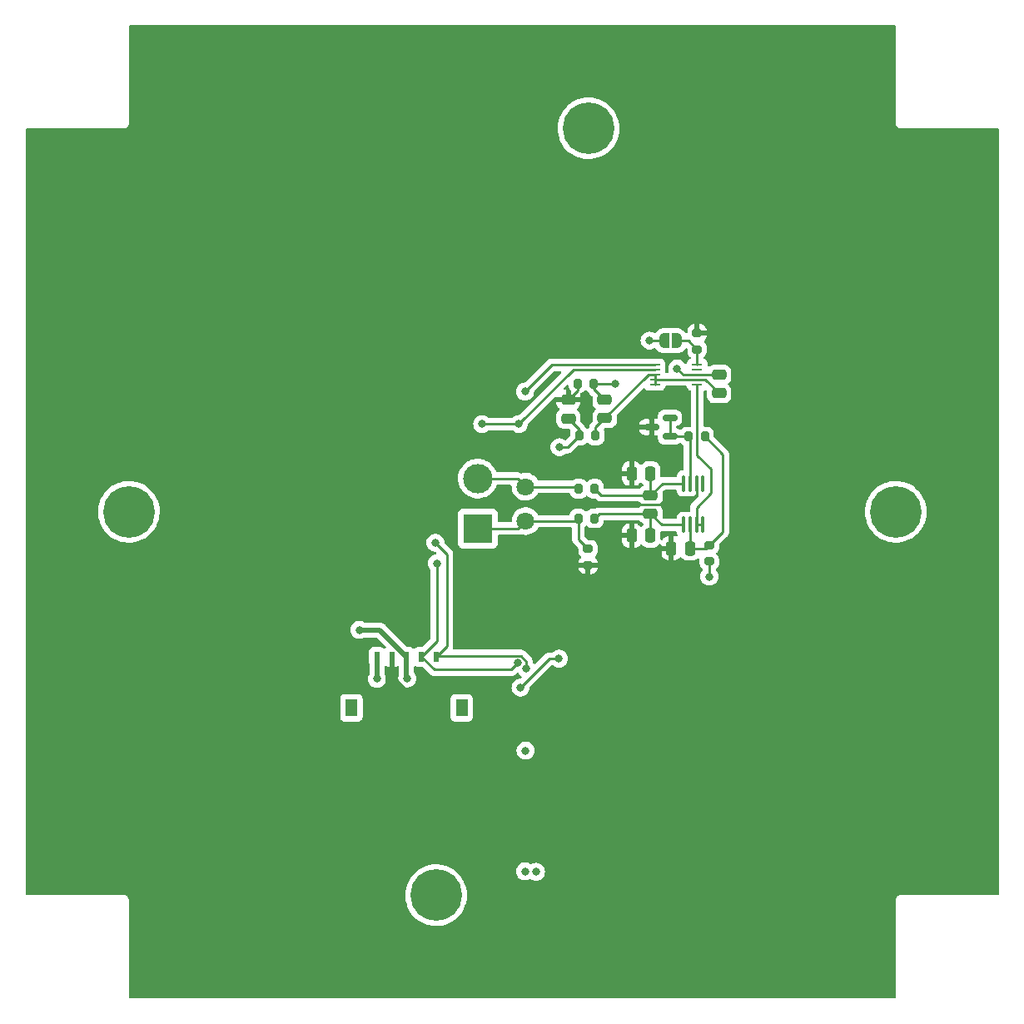
<source format=gbr>
%TF.GenerationSoftware,KiCad,Pcbnew,(6.0.11)*%
%TF.CreationDate,2023-03-22T16:16:08-07:00*%
%TF.ProjectId,solar-panel-side-Z,736f6c61-722d-4706-916e-656c2d736964,3.0*%
%TF.SameCoordinates,Original*%
%TF.FileFunction,Copper,L4,Bot*%
%TF.FilePolarity,Positive*%
%FSLAX46Y46*%
G04 Gerber Fmt 4.6, Leading zero omitted, Abs format (unit mm)*
G04 Created by KiCad (PCBNEW (6.0.11)) date 2023-03-22 16:16:08*
%MOMM*%
%LPD*%
G01*
G04 APERTURE LIST*
G04 Aperture macros list*
%AMRoundRect*
0 Rectangle with rounded corners*
0 $1 Rounding radius*
0 $2 $3 $4 $5 $6 $7 $8 $9 X,Y pos of 4 corners*
0 Add a 4 corners polygon primitive as box body*
4,1,4,$2,$3,$4,$5,$6,$7,$8,$9,$2,$3,0*
0 Add four circle primitives for the rounded corners*
1,1,$1+$1,$2,$3*
1,1,$1+$1,$4,$5*
1,1,$1+$1,$6,$7*
1,1,$1+$1,$8,$9*
0 Add four rect primitives between the rounded corners*
20,1,$1+$1,$2,$3,$4,$5,0*
20,1,$1+$1,$4,$5,$6,$7,0*
20,1,$1+$1,$6,$7,$8,$9,0*
20,1,$1+$1,$8,$9,$2,$3,0*%
%AMFreePoly0*
4,1,22,0.500000,-0.750000,0.000000,-0.750000,0.000000,-0.745033,-0.079941,-0.743568,-0.215256,-0.701293,-0.333266,-0.622738,-0.424486,-0.514219,-0.481581,-0.384460,-0.499164,-0.250000,-0.500000,-0.250000,-0.500000,0.250000,-0.499164,0.250000,-0.499963,0.256109,-0.478152,0.396186,-0.417904,0.524511,-0.324060,0.630769,-0.204165,0.706417,-0.067858,0.745374,0.000000,0.744959,0.000000,0.750000,
0.500000,0.750000,0.500000,-0.750000,0.500000,-0.750000,$1*%
%AMFreePoly1*
4,1,20,0.000000,0.744959,0.073905,0.744508,0.209726,0.703889,0.328688,0.626782,0.421226,0.519385,0.479903,0.390333,0.500000,0.250000,0.500000,-0.250000,0.499851,-0.262216,0.476331,-0.402017,0.414519,-0.529596,0.319384,-0.634700,0.198574,-0.708877,0.061801,-0.746166,0.000000,-0.745033,0.000000,-0.750000,-0.500000,-0.750000,-0.500000,0.750000,0.000000,0.750000,0.000000,0.744959,
0.000000,0.744959,$1*%
G04 Aperture macros list end*
%TA.AperFunction,ComponentPad*%
%ADD10C,5.250000*%
%TD*%
%TA.AperFunction,SMDPad,CuDef*%
%ADD11R,0.600000X1.000000*%
%TD*%
%TA.AperFunction,SMDPad,CuDef*%
%ADD12R,1.250000X1.800000*%
%TD*%
%TA.AperFunction,SMDPad,CuDef*%
%ADD13R,1.100000X0.250000*%
%TD*%
%TA.AperFunction,ComponentPad*%
%ADD14C,1.800000*%
%TD*%
%TA.AperFunction,SMDPad,CuDef*%
%ADD15RoundRect,0.250000X0.250000X0.475000X-0.250000X0.475000X-0.250000X-0.475000X0.250000X-0.475000X0*%
%TD*%
%TA.AperFunction,SMDPad,CuDef*%
%ADD16RoundRect,0.250000X-0.250000X-0.475000X0.250000X-0.475000X0.250000X0.475000X-0.250000X0.475000X0*%
%TD*%
%TA.AperFunction,SMDPad,CuDef*%
%ADD17RoundRect,0.250000X0.475000X-0.250000X0.475000X0.250000X-0.475000X0.250000X-0.475000X-0.250000X0*%
%TD*%
%TA.AperFunction,SMDPad,CuDef*%
%ADD18FreePoly0,180.000000*%
%TD*%
%TA.AperFunction,SMDPad,CuDef*%
%ADD19FreePoly1,180.000000*%
%TD*%
%TA.AperFunction,ComponentPad*%
%ADD20R,3.000000X3.000000*%
%TD*%
%TA.AperFunction,ComponentPad*%
%ADD21C,3.000000*%
%TD*%
%TA.AperFunction,SMDPad,CuDef*%
%ADD22RoundRect,0.200000X0.200000X0.275000X-0.200000X0.275000X-0.200000X-0.275000X0.200000X-0.275000X0*%
%TD*%
%TA.AperFunction,SMDPad,CuDef*%
%ADD23RoundRect,0.200000X-0.275000X0.200000X-0.275000X-0.200000X0.275000X-0.200000X0.275000X0.200000X0*%
%TD*%
%TA.AperFunction,SMDPad,CuDef*%
%ADD24RoundRect,0.250000X-0.475000X0.250000X-0.475000X-0.250000X0.475000X-0.250000X0.475000X0.250000X0*%
%TD*%
%TA.AperFunction,SMDPad,CuDef*%
%ADD25RoundRect,0.200000X-0.200000X-0.275000X0.200000X-0.275000X0.200000X0.275000X-0.200000X0.275000X0*%
%TD*%
%TA.AperFunction,SMDPad,CuDef*%
%ADD26RoundRect,0.100000X-0.100000X0.712500X-0.100000X-0.712500X0.100000X-0.712500X0.100000X0.712500X0*%
%TD*%
%TA.AperFunction,SMDPad,CuDef*%
%ADD27RoundRect,0.150000X0.587500X0.150000X-0.587500X0.150000X-0.587500X-0.150000X0.587500X-0.150000X0*%
%TD*%
%TA.AperFunction,ViaPad*%
%ADD28C,0.800000*%
%TD*%
%TA.AperFunction,Conductor*%
%ADD29C,0.250000*%
%TD*%
%TA.AperFunction,Conductor*%
%ADD30C,0.500000*%
%TD*%
G04 APERTURE END LIST*
D10*
%TO.P,J4,1,Pin_1*%
%TO.N,unconnected-(J4-Pad1)*%
X110500000Y-85000000D03*
%TD*%
%TO.P,J5,1,Pin_1*%
%TO.N,unconnected-(J5-Pad1)*%
X141750000Y-124000000D03*
%TD*%
%TO.P,J6,1,Pin_1*%
%TO.N,unconnected-(J6-Pad1)*%
X157250000Y-46000000D03*
%TD*%
%TO.P,J7,1,Pin_1*%
%TO.N,unconnected-(J7-Pad1)*%
X188500000Y-85000000D03*
%TD*%
D11*
%TO.P,J1,1,1*%
%TO.N,SDA*%
X141750000Y-99750000D03*
%TO.P,J1,2,2*%
%TO.N,SCL*%
X140250000Y-99750000D03*
%TO.P,J1,3,3*%
%TO.N,+3V3*%
X138750001Y-99750000D03*
%TO.P,J1,4,4*%
%TO.N,GND*%
X137249999Y-99750000D03*
%TO.P,J1,5,5*%
%TO.N,VSOLAR*%
X135749999Y-99750000D03*
D12*
%TO.P,J1,6,6*%
%TO.N,unconnected-(J1-Pad6)*%
X144354999Y-104940000D03*
%TO.P,J1,7,7*%
%TO.N,unconnected-(J1-Pad7)*%
X133145001Y-104940000D03*
%TD*%
D13*
%TO.P,U5,1,ADDR*%
%TO.N,Net-(JP1-Pad1)*%
X168300000Y-70060000D03*
%TO.P,U5,2,ALERT/RDY*%
%TO.N,unconnected-(U5-Pad2)*%
X168300000Y-70560000D03*
%TO.P,U5,3,GND*%
%TO.N,AGND*%
X168300000Y-71060000D03*
%TO.P,U5,4,AIN0*%
%TO.N,AVDD*%
X168300000Y-71560000D03*
%TO.P,U5,5,AIN1*%
%TO.N,OUT*%
X168300000Y-72060000D03*
%TO.P,U5,6,AIN2*%
%TO.N,AVDD*%
X164000000Y-72060000D03*
%TO.P,U5,7,AIN3*%
X164000000Y-71560000D03*
%TO.P,U5,8,VDD*%
X164000000Y-71060000D03*
%TO.P,U5,9,SDA*%
%TO.N,SDA*%
X164000000Y-70560000D03*
%TO.P,U5,10,SCL*%
%TO.N,SCL*%
X164000000Y-70060000D03*
%TD*%
D14*
%TO.P,J2,1,Pin_1*%
%TO.N,Net-(J2-Pad1)*%
X150850000Y-82450000D03*
%TO.P,J2,2,Pin_2*%
%TO.N,Net-(J2-Pad2)*%
X150850000Y-85950000D03*
%TD*%
D15*
%TO.P,C6,1*%
%TO.N,Net-(C6-Pad1)*%
X163560000Y-87420000D03*
%TO.P,C6,2*%
%TO.N,GND*%
X161660000Y-87420000D03*
%TD*%
D16*
%TO.P,C5,1*%
%TO.N,GND*%
X161640000Y-81120000D03*
%TO.P,C5,2*%
%TO.N,Net-(C5-Pad2)*%
X163540000Y-81120000D03*
%TD*%
D17*
%TO.P,C7,1*%
%TO.N,Net-(C6-Pad1)*%
X163560000Y-85220000D03*
%TO.P,C7,2*%
%TO.N,Net-(C5-Pad2)*%
X163560000Y-83320000D03*
%TD*%
D15*
%TO.P,C4,1*%
%TO.N,Net-(C4-Pad1)*%
X167580000Y-88720000D03*
%TO.P,C4,2*%
%TO.N,GND*%
X165680000Y-88720000D03*
%TD*%
D17*
%TO.P,C8,1*%
%TO.N,AVDD*%
X170530000Y-72960000D03*
%TO.P,C8,2*%
%TO.N,AGND*%
X170530000Y-71060000D03*
%TD*%
D18*
%TO.P,JP1,1,A*%
%TO.N,Net-(JP1-Pad1)*%
X166250000Y-67590000D03*
D19*
%TO.P,JP1,2,B*%
%TO.N,+3V3*%
X164950000Y-67590000D03*
%TD*%
D20*
%TO.P,J3,1,Pin_1*%
%TO.N,Net-(J2-Pad2)*%
X146000000Y-86710000D03*
D21*
%TO.P,J3,2,Pin_2*%
%TO.N,Net-(J2-Pad1)*%
X146000000Y-81630000D03*
%TD*%
D22*
%TO.P,FB1,1*%
%TO.N,AVDD*%
X157960000Y-77250000D03*
%TO.P,FB1,2*%
%TO.N,+3V3*%
X156310000Y-77250000D03*
%TD*%
D23*
%TO.P,R2,1*%
%TO.N,Net-(J2-Pad2)*%
X157210000Y-88780000D03*
%TO.P,R2,2*%
%TO.N,GND*%
X157210000Y-90430000D03*
%TD*%
D24*
%TO.P,C9,1*%
%TO.N,GND*%
X155200000Y-73620000D03*
%TO.P,C9,2*%
%TO.N,+3V3*%
X155200000Y-75520000D03*
%TD*%
D23*
%TO.P,FB3,1*%
%TO.N,Net-(C4-Pad1)*%
X169540000Y-88410000D03*
%TO.P,FB3,2*%
%TO.N,+3V3*%
X169540000Y-90060000D03*
%TD*%
D17*
%TO.P,C10,1*%
%TO.N,AVDD*%
X158890000Y-75500000D03*
%TO.P,C10,2*%
%TO.N,AGND*%
X158890000Y-73600000D03*
%TD*%
D25*
%TO.P,R5,1*%
%TO.N,Net-(R5-Pad1)*%
X167430000Y-77350000D03*
%TO.P,R5,2*%
%TO.N,Net-(C4-Pad1)*%
X169080000Y-77350000D03*
%TD*%
%TO.P,R3,1*%
%TO.N,Net-(J2-Pad1)*%
X156240000Y-82660000D03*
%TO.P,R3,2*%
%TO.N,Net-(C5-Pad2)*%
X157890000Y-82660000D03*
%TD*%
D22*
%TO.P,FB2,1*%
%TO.N,AGND*%
X157790000Y-71950000D03*
%TO.P,FB2,2*%
%TO.N,GND*%
X156140000Y-71950000D03*
%TD*%
D26*
%TO.P,U4,1,-IN*%
%TO.N,Net-(C5-Pad2)*%
X166930000Y-82115000D03*
%TO.P,U4,2,REF*%
%TO.N,Net-(R5-Pad1)*%
X167580000Y-82115000D03*
%TO.P,U4,3,-Vs*%
%TO.N,GND*%
X168230000Y-82115000D03*
%TO.P,U4,4,NC*%
%TO.N,unconnected-(U4-Pad4)*%
X168880000Y-82115000D03*
%TO.P,U4,5,SENSE*%
%TO.N,OUT*%
X168880000Y-86340000D03*
%TO.P,U4,6*%
X168230000Y-86340000D03*
%TO.P,U4,7,+Vs*%
%TO.N,Net-(C4-Pad1)*%
X167580000Y-86340000D03*
%TO.P,U4,8,+IN*%
%TO.N,Net-(C6-Pad1)*%
X166930000Y-86340000D03*
%TD*%
D23*
%TO.P,R6,1*%
%TO.N,GND*%
X168300000Y-66830000D03*
%TO.P,R6,2*%
%TO.N,Net-(JP1-Pad1)*%
X168300000Y-68480000D03*
%TD*%
D27*
%TO.P,U6,1,K*%
%TO.N,Net-(R5-Pad1)*%
X165530000Y-75440000D03*
%TO.P,U6,2,REF*%
X165530000Y-77340000D03*
%TO.P,U6,3,A*%
%TO.N,GND*%
X163655000Y-76390000D03*
%TD*%
D22*
%TO.P,R4,1*%
%TO.N,Net-(C6-Pad1)*%
X157860000Y-85690000D03*
%TO.P,R4,2*%
%TO.N,Net-(J2-Pad2)*%
X156210000Y-85690000D03*
%TD*%
D28*
%TO.N,GND*%
X169600000Y-74390000D03*
X107150000Y-112590000D03*
X137910000Y-86580000D03*
X153250000Y-68510000D03*
X149060000Y-96220000D03*
X145330000Y-69850000D03*
X145290000Y-102160000D03*
X156977500Y-73697500D03*
%TO.N,+3V3*%
X133940000Y-97020000D03*
X169540000Y-91600000D03*
X150340000Y-102880000D03*
X138815000Y-101955000D03*
X154290000Y-78430000D03*
X154250000Y-99940000D03*
X163460000Y-67590000D03*
%TO.N,VSOLAR*%
X135730000Y-101990000D03*
%TO.N,SDA*%
X146435000Y-76075000D03*
X150185000Y-76075000D03*
X141680000Y-88150000D03*
X150940000Y-100960000D03*
%TO.N,SCL*%
X141840000Y-90240000D03*
X150800000Y-72770000D03*
X150070000Y-100390000D03*
%TO.N,Net-(U2-Pad7)*%
X150800000Y-121570000D03*
X150850000Y-109290000D03*
X151910000Y-121620000D03*
%TO.N,AGND*%
X166270000Y-70430000D03*
X159930000Y-71950000D03*
%TD*%
D29*
%TO.N,GND*%
X168230000Y-82115000D02*
X168230000Y-83230000D01*
D30*
X144749999Y-102160000D02*
X143679999Y-103230000D01*
D29*
X167230000Y-84230000D02*
X157320000Y-84230000D01*
D30*
X143679999Y-103230000D02*
X138660000Y-103230000D01*
D29*
X156140000Y-72680000D02*
X155200000Y-73620000D01*
X156900000Y-73620000D02*
X156977500Y-73697500D01*
D30*
X145290000Y-102160000D02*
X144749999Y-102160000D01*
D29*
X168230000Y-83230000D02*
X167230000Y-84230000D01*
X137270000Y-99729999D02*
X137249999Y-99750000D01*
D30*
X138660000Y-103230000D02*
X137249999Y-101819999D01*
D29*
X155200000Y-73620000D02*
X156900000Y-73620000D01*
D30*
X137249999Y-101819999D02*
X137249999Y-99750000D01*
D29*
X156140000Y-71950000D02*
X156140000Y-72680000D01*
%TO.N,+3V3*%
X155130000Y-78430000D02*
X154290000Y-78430000D01*
X169520000Y-90040000D02*
X169540000Y-90060000D01*
X150340000Y-102880000D02*
X153270000Y-99950000D01*
X156310000Y-77250000D02*
X156310000Y-76630000D01*
X153270000Y-99950000D02*
X154240000Y-99950000D01*
X156310000Y-76630000D02*
X155200000Y-75520000D01*
D30*
X136020001Y-97020000D02*
X133940000Y-97020000D01*
X138750001Y-101720001D02*
X138900000Y-101870000D01*
D29*
X164950000Y-67590000D02*
X163460000Y-67590000D01*
D30*
X138750001Y-99750000D02*
X136020001Y-97020000D01*
D29*
X156310000Y-77250000D02*
X155130000Y-78430000D01*
X169540000Y-90060000D02*
X169540000Y-91600000D01*
D30*
X138750001Y-99750000D02*
X138750001Y-101720001D01*
%TO.N,VSOLAR*%
X135730000Y-101990000D02*
X135730000Y-99769999D01*
X135730000Y-99769999D02*
X135749999Y-99750000D01*
D29*
X135670000Y-99670001D02*
X135749999Y-99750000D01*
%TO.N,SDA*%
X141750000Y-99750000D02*
X142845000Y-98655000D01*
X142845000Y-89315000D02*
X142845000Y-98655000D01*
X164000000Y-70560000D02*
X155700000Y-70560000D01*
X141835000Y-99665000D02*
X150370305Y-99665000D01*
X155700000Y-70560000D02*
X150185000Y-76075000D01*
X146510000Y-76000000D02*
X146435000Y-76075000D01*
X150370305Y-99665000D02*
X150940000Y-100234695D01*
X150940000Y-100234695D02*
X150940000Y-100960000D01*
X150185000Y-76075000D02*
X146435000Y-76075000D01*
X141680000Y-88150000D02*
X142845000Y-89315000D01*
%TO.N,SCL*%
X153510000Y-70060000D02*
X150800000Y-72770000D01*
X164000000Y-70060000D02*
X153510000Y-70060000D01*
X141840000Y-98160000D02*
X140520000Y-99480000D01*
X140520000Y-99480000D02*
X140250000Y-99750000D01*
X141560000Y-101060000D02*
X149400000Y-101060000D01*
X140250000Y-99750000D02*
X141560000Y-101060000D01*
X141840000Y-90240000D02*
X141840000Y-98160000D01*
X149400000Y-101060000D02*
X150070000Y-100390000D01*
%TO.N,Net-(C6-Pad1)*%
X164680000Y-86340000D02*
X166930000Y-86340000D01*
X163560000Y-87420000D02*
X163560000Y-85220000D01*
X163560000Y-85220000D02*
X164680000Y-86340000D01*
X158330000Y-85220000D02*
X157860000Y-85690000D01*
X163560000Y-85220000D02*
X158330000Y-85220000D01*
%TO.N,Net-(C4-Pad1)*%
X167580000Y-86340000D02*
X167580000Y-88720000D01*
X169290000Y-77350000D02*
X169080000Y-77350000D01*
X170910000Y-79180000D02*
X169080000Y-77350000D01*
X169230000Y-88720000D02*
X169540000Y-88410000D01*
X170910000Y-87040000D02*
X170910000Y-79180000D01*
X169540000Y-88410000D02*
X170910000Y-87040000D01*
X167580000Y-88720000D02*
X169230000Y-88720000D01*
%TO.N,Net-(J2-Pad1)*%
X150030000Y-81630000D02*
X150850000Y-82450000D01*
X156040000Y-82460000D02*
X150720000Y-82460000D01*
X146000000Y-81630000D02*
X150030000Y-81630000D01*
X156240000Y-82660000D02*
X156040000Y-82460000D01*
%TO.N,AVDD*%
X168300000Y-71560000D02*
X169125000Y-71560000D01*
X158890000Y-75500000D02*
X163330000Y-71060000D01*
X164000000Y-71060000D02*
X164000000Y-72060000D01*
X157960000Y-77250000D02*
X157960000Y-76430000D01*
X168300000Y-71560000D02*
X164000000Y-71560000D01*
X170525000Y-72960000D02*
X170530000Y-72960000D01*
X163330000Y-71060000D02*
X164000000Y-71060000D01*
X157960000Y-76430000D02*
X158890000Y-75500000D01*
X169125000Y-71560000D02*
X170525000Y-72960000D01*
%TO.N,AGND*%
X157790000Y-72500000D02*
X158890000Y-73600000D01*
X157790000Y-71950000D02*
X159930000Y-71950000D01*
X168300000Y-71060000D02*
X166900000Y-71060000D01*
X157790000Y-72500000D02*
X157790000Y-71950000D01*
X168300000Y-71060000D02*
X170530000Y-71060000D01*
X166900000Y-71060000D02*
X166270000Y-70430000D01*
%TO.N,Net-(JP1-Pad1)*%
X166250000Y-67590000D02*
X167410000Y-67590000D01*
X168300000Y-70060000D02*
X168300000Y-68480000D01*
X167410000Y-67590000D02*
X168300000Y-68480000D01*
%TO.N,Net-(R5-Pad1)*%
X165540000Y-77350000D02*
X165530000Y-77340000D01*
X167430000Y-77350000D02*
X165540000Y-77350000D01*
X167580000Y-77500000D02*
X167430000Y-77350000D01*
X167580000Y-82115000D02*
X167580000Y-77500000D01*
X165530000Y-77340000D02*
X165530000Y-75440000D01*
%TO.N,OUT*%
X169710000Y-80640000D02*
X168300000Y-79230000D01*
X168300000Y-79230000D02*
X168300000Y-72060000D01*
X168880000Y-86340000D02*
X168230000Y-86340000D01*
X168230000Y-84580000D02*
X169710000Y-83100000D01*
X168230000Y-86340000D02*
X168230000Y-84580000D01*
X169710000Y-83100000D02*
X169710000Y-80640000D01*
%TO.N,Net-(J2-Pad2)*%
X150090000Y-86710000D02*
X150850000Y-85950000D01*
X156210000Y-85690000D02*
X155940000Y-85960000D01*
X146000000Y-86710000D02*
X150090000Y-86710000D01*
X156210000Y-87780000D02*
X157210000Y-88780000D01*
X155940000Y-85960000D02*
X150720000Y-85960000D01*
X156210000Y-85690000D02*
X156210000Y-87780000D01*
%TO.N,Net-(C5-Pad2)*%
X164765000Y-82115000D02*
X166930000Y-82115000D01*
X163560000Y-81140000D02*
X163540000Y-81120000D01*
X163560000Y-83320000D02*
X164765000Y-82115000D01*
X163560000Y-83320000D02*
X163560000Y-81140000D01*
X163560000Y-83320000D02*
X160830000Y-83320000D01*
X158550000Y-83320000D02*
X157890000Y-82660000D01*
X163575000Y-83335000D02*
X163560000Y-83320000D01*
X163560000Y-83320000D02*
X158550000Y-83320000D01*
%TD*%
%TA.AperFunction,Conductor*%
%TO.N,GND*%
G36*
X188433621Y-35528502D02*
G01*
X188480114Y-35582158D01*
X188491500Y-35634500D01*
X188491500Y-45491377D01*
X188491498Y-45492147D01*
X188491024Y-45569721D01*
X188493491Y-45578352D01*
X188499150Y-45598153D01*
X188502728Y-45614915D01*
X188506920Y-45644187D01*
X188510634Y-45652355D01*
X188510634Y-45652356D01*
X188517548Y-45667562D01*
X188523996Y-45685086D01*
X188531051Y-45709771D01*
X188535843Y-45717365D01*
X188535844Y-45717368D01*
X188546830Y-45734780D01*
X188554969Y-45749863D01*
X188567208Y-45776782D01*
X188573069Y-45783584D01*
X188583970Y-45796235D01*
X188595073Y-45811239D01*
X188608776Y-45832958D01*
X188615501Y-45838897D01*
X188615504Y-45838901D01*
X188630938Y-45852532D01*
X188642982Y-45864724D01*
X188656427Y-45880327D01*
X188656430Y-45880329D01*
X188662287Y-45887127D01*
X188669816Y-45892007D01*
X188669817Y-45892008D01*
X188683835Y-45901094D01*
X188698709Y-45912385D01*
X188711217Y-45923431D01*
X188717951Y-45929378D01*
X188744711Y-45941942D01*
X188759691Y-45950263D01*
X188776983Y-45961471D01*
X188776988Y-45961473D01*
X188784515Y-45966352D01*
X188793108Y-45968922D01*
X188793113Y-45968924D01*
X188809120Y-45973711D01*
X188826564Y-45980372D01*
X188841676Y-45987467D01*
X188841678Y-45987468D01*
X188849800Y-45991281D01*
X188858667Y-45992662D01*
X188858668Y-45992662D01*
X188861353Y-45993080D01*
X188879017Y-45995830D01*
X188895732Y-45999613D01*
X188915466Y-46005515D01*
X188915472Y-46005516D01*
X188924066Y-46008086D01*
X188933037Y-46008141D01*
X188933038Y-46008141D01*
X188943097Y-46008202D01*
X188958506Y-46008296D01*
X188959289Y-46008329D01*
X188960386Y-46008500D01*
X188991377Y-46008500D01*
X188992147Y-46008502D01*
X189065785Y-46008952D01*
X189065786Y-46008952D01*
X189069721Y-46008976D01*
X189071065Y-46008592D01*
X189072410Y-46008500D01*
X198865500Y-46008500D01*
X198933621Y-46028502D01*
X198980114Y-46082158D01*
X198991500Y-46134500D01*
X198991500Y-123865500D01*
X198971498Y-123933621D01*
X198917842Y-123980114D01*
X198865500Y-123991500D01*
X189008623Y-123991500D01*
X189007853Y-123991498D01*
X189007037Y-123991493D01*
X188930279Y-123991024D01*
X188907918Y-123997415D01*
X188901847Y-123999150D01*
X188885085Y-124002728D01*
X188855813Y-124006920D01*
X188847645Y-124010634D01*
X188847644Y-124010634D01*
X188832438Y-124017548D01*
X188814914Y-124023996D01*
X188790229Y-124031051D01*
X188782635Y-124035843D01*
X188782632Y-124035844D01*
X188765220Y-124046830D01*
X188750137Y-124054969D01*
X188723218Y-124067208D01*
X188716416Y-124073069D01*
X188703765Y-124083970D01*
X188688761Y-124095073D01*
X188667042Y-124108776D01*
X188661103Y-124115501D01*
X188661099Y-124115504D01*
X188647468Y-124130938D01*
X188635276Y-124142982D01*
X188619673Y-124156427D01*
X188619671Y-124156430D01*
X188612873Y-124162287D01*
X188607993Y-124169816D01*
X188607992Y-124169817D01*
X188598906Y-124183835D01*
X188587615Y-124198709D01*
X188576569Y-124211217D01*
X188570622Y-124217951D01*
X188564312Y-124231391D01*
X188558058Y-124244711D01*
X188549737Y-124259691D01*
X188538529Y-124276983D01*
X188538527Y-124276988D01*
X188533648Y-124284515D01*
X188531078Y-124293108D01*
X188531076Y-124293113D01*
X188526289Y-124309120D01*
X188519628Y-124326564D01*
X188512533Y-124341676D01*
X188508719Y-124349800D01*
X188507338Y-124358667D01*
X188507338Y-124358668D01*
X188504170Y-124379015D01*
X188500387Y-124395732D01*
X188494485Y-124415466D01*
X188494484Y-124415472D01*
X188491914Y-124424066D01*
X188491859Y-124433037D01*
X188491859Y-124433038D01*
X188491704Y-124458497D01*
X188491671Y-124459289D01*
X188491500Y-124460386D01*
X188491500Y-124491377D01*
X188491498Y-124492147D01*
X188491024Y-124569721D01*
X188491408Y-124571065D01*
X188491500Y-124572410D01*
X188491500Y-134365500D01*
X188471498Y-134433621D01*
X188417842Y-134480114D01*
X188365500Y-134491500D01*
X110634500Y-134491500D01*
X110566379Y-134471498D01*
X110519886Y-134417842D01*
X110508500Y-134365500D01*
X110508500Y-124508623D01*
X110508502Y-124507853D01*
X110508800Y-124459102D01*
X110508976Y-124430279D01*
X110500850Y-124401847D01*
X110497272Y-124385085D01*
X110494352Y-124364698D01*
X110493080Y-124355813D01*
X110482451Y-124332436D01*
X110476004Y-124314913D01*
X110471416Y-124298862D01*
X110468949Y-124290229D01*
X110464156Y-124282632D01*
X110453170Y-124265220D01*
X110445030Y-124250135D01*
X110442564Y-124244711D01*
X110432792Y-124223218D01*
X110416030Y-124203765D01*
X110404927Y-124188761D01*
X110391224Y-124167042D01*
X110384499Y-124161103D01*
X110384496Y-124161099D01*
X110369062Y-124147468D01*
X110357018Y-124135276D01*
X110343573Y-124119673D01*
X110343570Y-124119671D01*
X110337713Y-124112873D01*
X110324009Y-124103990D01*
X110316165Y-124098906D01*
X110301291Y-124087615D01*
X110288783Y-124076569D01*
X110288782Y-124076568D01*
X110282049Y-124070622D01*
X110255287Y-124058057D01*
X110240309Y-124049737D01*
X110223017Y-124038529D01*
X110223012Y-124038527D01*
X110215485Y-124033648D01*
X110206892Y-124031078D01*
X110206887Y-124031076D01*
X110190880Y-124026289D01*
X110173436Y-124019628D01*
X110158324Y-124012533D01*
X110158322Y-124012532D01*
X110150200Y-124008719D01*
X110141333Y-124007338D01*
X110141332Y-124007338D01*
X110130478Y-124005648D01*
X110120983Y-124004170D01*
X110104268Y-124000387D01*
X110084534Y-123994485D01*
X110084528Y-123994484D01*
X110075934Y-123991914D01*
X110066963Y-123991859D01*
X110066962Y-123991859D01*
X110056903Y-123991798D01*
X110041494Y-123991704D01*
X110040711Y-123991671D01*
X110039614Y-123991500D01*
X110008623Y-123991500D01*
X110007853Y-123991498D01*
X109934215Y-123991048D01*
X109934214Y-123991048D01*
X109930279Y-123991024D01*
X109928935Y-123991408D01*
X109927590Y-123991500D01*
X100134500Y-123991500D01*
X100066379Y-123971498D01*
X100053107Y-123956181D01*
X138611869Y-123956181D01*
X138626542Y-124306258D01*
X138647131Y-124439254D01*
X138667328Y-124569721D01*
X138680145Y-124652518D01*
X138772012Y-124990645D01*
X138773302Y-124993904D01*
X138773304Y-124993909D01*
X138822316Y-125117698D01*
X138900998Y-125316424D01*
X139065493Y-125625795D01*
X139067483Y-125628701D01*
X139067484Y-125628703D01*
X139141490Y-125736785D01*
X139263449Y-125914902D01*
X139492397Y-126180142D01*
X139749485Y-126418207D01*
X140031507Y-126626132D01*
X140034544Y-126627886D01*
X140034548Y-126627888D01*
X140195060Y-126720559D01*
X140334949Y-126801324D01*
X140338170Y-126802731D01*
X140652807Y-126940193D01*
X140652817Y-126940197D01*
X140656029Y-126941600D01*
X140659387Y-126942639D01*
X140659391Y-126942641D01*
X140795685Y-126984831D01*
X140990743Y-127045212D01*
X140994199Y-127045871D01*
X140994198Y-127045871D01*
X141331471Y-127110210D01*
X141331477Y-127110211D01*
X141334922Y-127110868D01*
X141566253Y-127128668D01*
X141680777Y-127137480D01*
X141680778Y-127137480D01*
X141684274Y-127137749D01*
X141916291Y-127129646D01*
X142030929Y-127125643D01*
X142030933Y-127125643D01*
X142034445Y-127125520D01*
X142037924Y-127125006D01*
X142037927Y-127125006D01*
X142377578Y-127074851D01*
X142377584Y-127074850D01*
X142381070Y-127074335D01*
X142384474Y-127073436D01*
X142384477Y-127073435D01*
X142716439Y-126985727D01*
X142716440Y-126985727D01*
X142719830Y-126984831D01*
X143046502Y-126858123D01*
X143357014Y-126695792D01*
X143647496Y-126499859D01*
X143914327Y-126272768D01*
X143999069Y-126182527D01*
X144151771Y-126019916D01*
X144151775Y-126019911D01*
X144154182Y-126017348D01*
X144364071Y-125736785D01*
X144541377Y-125434573D01*
X144542809Y-125431357D01*
X144682459Y-125117698D01*
X144682461Y-125117693D01*
X144683891Y-125114481D01*
X144789837Y-124780498D01*
X144857894Y-124436786D01*
X144877886Y-124198709D01*
X144887030Y-124089814D01*
X144887031Y-124089803D01*
X144887213Y-124087630D01*
X144887265Y-124083970D01*
X144888407Y-124002178D01*
X144888407Y-124002166D01*
X144888437Y-124000000D01*
X144888074Y-123993491D01*
X144869074Y-123653671D01*
X144868878Y-123650162D01*
X144810445Y-123304684D01*
X144713866Y-122967873D01*
X144666818Y-122853726D01*
X144581683Y-122647171D01*
X144581679Y-122647163D01*
X144580345Y-122643926D01*
X144411546Y-122336882D01*
X144209573Y-122050567D01*
X144162262Y-121997279D01*
X143979274Y-121791175D01*
X143979270Y-121791171D01*
X143976943Y-121788550D01*
X143974342Y-121786208D01*
X143974337Y-121786203D01*
X143734219Y-121570000D01*
X149886496Y-121570000D01*
X149906458Y-121759928D01*
X149965473Y-121941556D01*
X150060960Y-122106944D01*
X150065378Y-122111851D01*
X150065379Y-122111852D01*
X150105980Y-122156944D01*
X150188747Y-122248866D01*
X150343248Y-122361118D01*
X150349276Y-122363802D01*
X150349278Y-122363803D01*
X150358020Y-122367695D01*
X150517712Y-122438794D01*
X150611113Y-122458647D01*
X150698056Y-122477128D01*
X150698061Y-122477128D01*
X150704513Y-122478500D01*
X150895487Y-122478500D01*
X150901939Y-122477128D01*
X150901944Y-122477128D01*
X150988887Y-122458647D01*
X151082288Y-122438794D01*
X151241980Y-122367695D01*
X151250722Y-122363803D01*
X151250724Y-122363802D01*
X151256752Y-122361118D01*
X151258167Y-122360090D01*
X151325411Y-122343773D01*
X151393482Y-122367695D01*
X151453248Y-122411118D01*
X151459276Y-122413802D01*
X151459278Y-122413803D01*
X151604591Y-122478500D01*
X151627712Y-122488794D01*
X151721113Y-122508647D01*
X151808056Y-122527128D01*
X151808061Y-122527128D01*
X151814513Y-122528500D01*
X152005487Y-122528500D01*
X152011939Y-122527128D01*
X152011944Y-122527128D01*
X152098887Y-122508647D01*
X152192288Y-122488794D01*
X152215409Y-122478500D01*
X152360722Y-122413803D01*
X152360724Y-122413802D01*
X152366752Y-122411118D01*
X152521253Y-122298866D01*
X152649040Y-122156944D01*
X152744527Y-121991556D01*
X152803542Y-121809928D01*
X152823504Y-121620000D01*
X152803542Y-121430072D01*
X152744527Y-121248444D01*
X152649040Y-121083056D01*
X152613345Y-121043412D01*
X152525675Y-120946045D01*
X152525674Y-120946044D01*
X152521253Y-120941134D01*
X152366752Y-120828882D01*
X152360724Y-120826198D01*
X152360722Y-120826197D01*
X152198319Y-120753891D01*
X152198318Y-120753891D01*
X152192288Y-120751206D01*
X152098888Y-120731353D01*
X152011944Y-120712872D01*
X152011939Y-120712872D01*
X152005487Y-120711500D01*
X151814513Y-120711500D01*
X151808061Y-120712872D01*
X151808056Y-120712872D01*
X151721112Y-120731353D01*
X151627712Y-120751206D01*
X151621682Y-120753891D01*
X151621681Y-120753891D01*
X151459278Y-120826197D01*
X151459276Y-120826198D01*
X151453248Y-120828882D01*
X151451833Y-120829910D01*
X151384589Y-120846227D01*
X151316518Y-120822305D01*
X151262094Y-120782763D01*
X151262092Y-120782762D01*
X151256752Y-120778882D01*
X151250724Y-120776198D01*
X151250722Y-120776197D01*
X151088319Y-120703891D01*
X151088318Y-120703891D01*
X151082288Y-120701206D01*
X150988887Y-120681353D01*
X150901944Y-120662872D01*
X150901939Y-120662872D01*
X150895487Y-120661500D01*
X150704513Y-120661500D01*
X150698061Y-120662872D01*
X150698056Y-120662872D01*
X150611113Y-120681353D01*
X150517712Y-120701206D01*
X150511682Y-120703891D01*
X150511681Y-120703891D01*
X150349278Y-120776197D01*
X150349276Y-120776198D01*
X150343248Y-120778882D01*
X150188747Y-120891134D01*
X150184326Y-120896044D01*
X150184325Y-120896045D01*
X150149452Y-120934776D01*
X150060960Y-121033056D01*
X150028791Y-121088774D01*
X149986556Y-121161928D01*
X149965473Y-121198444D01*
X149906458Y-121380072D01*
X149886496Y-121570000D01*
X143734219Y-121570000D01*
X143719167Y-121556447D01*
X143719166Y-121556447D01*
X143716557Y-121554097D01*
X143678538Y-121526878D01*
X143434513Y-121352173D01*
X143434510Y-121352171D01*
X143431659Y-121350130D01*
X143125800Y-121179192D01*
X142802794Y-121043412D01*
X142799425Y-121042421D01*
X142799421Y-121042419D01*
X142651053Y-120998752D01*
X142466665Y-120944484D01*
X142190895Y-120895858D01*
X142125063Y-120884250D01*
X142125061Y-120884250D01*
X142121603Y-120883640D01*
X142118094Y-120883419D01*
X142118092Y-120883419D01*
X141775428Y-120861860D01*
X141775422Y-120861860D01*
X141771910Y-120861639D01*
X141674516Y-120866403D01*
X141425451Y-120878584D01*
X141425443Y-120878585D01*
X141421944Y-120878756D01*
X141418476Y-120879318D01*
X141418473Y-120879318D01*
X141079542Y-120934213D01*
X141079539Y-120934214D01*
X141076067Y-120934776D01*
X141072684Y-120935721D01*
X141072682Y-120935721D01*
X141037747Y-120945475D01*
X140738589Y-121029001D01*
X140735341Y-121030313D01*
X140735333Y-121030316D01*
X140416983Y-121158938D01*
X140416979Y-121158940D01*
X140413719Y-121160257D01*
X140410632Y-121161926D01*
X140410628Y-121161928D01*
X140381220Y-121177829D01*
X140105503Y-121326909D01*
X139817785Y-121526878D01*
X139815143Y-121529191D01*
X139815139Y-121529194D01*
X139776026Y-121563435D01*
X139554151Y-121757673D01*
X139317886Y-122016416D01*
X139111935Y-122299883D01*
X138938865Y-122604541D01*
X138800834Y-122926591D01*
X138699562Y-123262021D01*
X138636311Y-123606650D01*
X138611869Y-123956181D01*
X100053107Y-123956181D01*
X100019886Y-123917842D01*
X100008500Y-123865500D01*
X100008500Y-109290000D01*
X149936496Y-109290000D01*
X149956458Y-109479928D01*
X150015473Y-109661556D01*
X150110960Y-109826944D01*
X150238747Y-109968866D01*
X150393248Y-110081118D01*
X150399276Y-110083802D01*
X150399278Y-110083803D01*
X150561681Y-110156109D01*
X150567712Y-110158794D01*
X150661112Y-110178647D01*
X150748056Y-110197128D01*
X150748061Y-110197128D01*
X150754513Y-110198500D01*
X150945487Y-110198500D01*
X150951939Y-110197128D01*
X150951944Y-110197128D01*
X151038888Y-110178647D01*
X151132288Y-110158794D01*
X151138319Y-110156109D01*
X151300722Y-110083803D01*
X151300724Y-110083802D01*
X151306752Y-110081118D01*
X151461253Y-109968866D01*
X151589040Y-109826944D01*
X151684527Y-109661556D01*
X151743542Y-109479928D01*
X151763504Y-109290000D01*
X151743542Y-109100072D01*
X151684527Y-108918444D01*
X151589040Y-108753056D01*
X151461253Y-108611134D01*
X151306752Y-108498882D01*
X151300724Y-108496198D01*
X151300722Y-108496197D01*
X151138319Y-108423891D01*
X151138318Y-108423891D01*
X151132288Y-108421206D01*
X151038888Y-108401353D01*
X150951944Y-108382872D01*
X150951939Y-108382872D01*
X150945487Y-108381500D01*
X150754513Y-108381500D01*
X150748061Y-108382872D01*
X150748056Y-108382872D01*
X150661113Y-108401353D01*
X150567712Y-108421206D01*
X150561682Y-108423891D01*
X150561681Y-108423891D01*
X150399278Y-108496197D01*
X150399276Y-108496198D01*
X150393248Y-108498882D01*
X150238747Y-108611134D01*
X150110960Y-108753056D01*
X150015473Y-108918444D01*
X149956458Y-109100072D01*
X149936496Y-109290000D01*
X100008500Y-109290000D01*
X100008500Y-105888134D01*
X132011501Y-105888134D01*
X132018256Y-105950316D01*
X132069386Y-106086705D01*
X132156740Y-106203261D01*
X132273296Y-106290615D01*
X132409685Y-106341745D01*
X132471867Y-106348500D01*
X133818135Y-106348500D01*
X133880317Y-106341745D01*
X134016706Y-106290615D01*
X134133262Y-106203261D01*
X134220616Y-106086705D01*
X134271746Y-105950316D01*
X134278501Y-105888134D01*
X143221499Y-105888134D01*
X143228254Y-105950316D01*
X143279384Y-106086705D01*
X143366738Y-106203261D01*
X143483294Y-106290615D01*
X143619683Y-106341745D01*
X143681865Y-106348500D01*
X145028133Y-106348500D01*
X145090315Y-106341745D01*
X145226704Y-106290615D01*
X145343260Y-106203261D01*
X145430614Y-106086705D01*
X145481744Y-105950316D01*
X145488499Y-105888134D01*
X145488499Y-103991866D01*
X145481744Y-103929684D01*
X145430614Y-103793295D01*
X145343260Y-103676739D01*
X145226704Y-103589385D01*
X145090315Y-103538255D01*
X145028133Y-103531500D01*
X143681865Y-103531500D01*
X143619683Y-103538255D01*
X143483294Y-103589385D01*
X143366738Y-103676739D01*
X143279384Y-103793295D01*
X143228254Y-103929684D01*
X143221499Y-103991866D01*
X143221499Y-105888134D01*
X134278501Y-105888134D01*
X134278501Y-103991866D01*
X134271746Y-103929684D01*
X134220616Y-103793295D01*
X134133262Y-103676739D01*
X134016706Y-103589385D01*
X133880317Y-103538255D01*
X133818135Y-103531500D01*
X132471867Y-103531500D01*
X132409685Y-103538255D01*
X132273296Y-103589385D01*
X132156740Y-103676739D01*
X132069386Y-103793295D01*
X132018256Y-103929684D01*
X132011501Y-103991866D01*
X132011501Y-105888134D01*
X100008500Y-105888134D01*
X100008500Y-97020000D01*
X133026496Y-97020000D01*
X133046458Y-97209928D01*
X133105473Y-97391556D01*
X133200960Y-97556944D01*
X133328747Y-97698866D01*
X133427843Y-97770864D01*
X133477904Y-97807235D01*
X133483248Y-97811118D01*
X133489276Y-97813802D01*
X133489278Y-97813803D01*
X133560258Y-97845405D01*
X133657712Y-97888794D01*
X133751113Y-97908647D01*
X133838056Y-97927128D01*
X133838061Y-97927128D01*
X133844513Y-97928500D01*
X134035487Y-97928500D01*
X134041939Y-97927128D01*
X134041944Y-97927128D01*
X134128887Y-97908647D01*
X134222288Y-97888794D01*
X134319742Y-97845405D01*
X134390722Y-97813803D01*
X134390724Y-97813802D01*
X134396752Y-97811118D01*
X134402091Y-97807239D01*
X134402098Y-97807235D01*
X134408528Y-97802563D01*
X134482587Y-97778500D01*
X135653630Y-97778500D01*
X135721751Y-97798502D01*
X135742725Y-97815405D01*
X136614269Y-98686949D01*
X136648295Y-98749261D01*
X136643230Y-98820076D01*
X136600741Y-98876869D01*
X136594274Y-98881716D01*
X136589451Y-98886539D01*
X136527139Y-98920565D01*
X136456324Y-98915500D01*
X136414828Y-98888832D01*
X136413260Y-98886739D01*
X136296704Y-98799385D01*
X136160315Y-98748255D01*
X136098133Y-98741500D01*
X135401865Y-98741500D01*
X135339683Y-98748255D01*
X135203294Y-98799385D01*
X135086738Y-98886739D01*
X134999384Y-99003295D01*
X134948254Y-99139684D01*
X134941499Y-99201866D01*
X134941499Y-100298134D01*
X134948254Y-100360316D01*
X134951026Y-100367709D01*
X134951026Y-100367711D01*
X134963482Y-100400937D01*
X134971500Y-100445166D01*
X134971500Y-101453001D01*
X134954619Y-101516001D01*
X134903375Y-101604758D01*
X134895473Y-101618444D01*
X134836458Y-101800072D01*
X134816496Y-101990000D01*
X134817186Y-101996565D01*
X134832090Y-102138365D01*
X134836458Y-102179928D01*
X134895473Y-102361556D01*
X134990960Y-102526944D01*
X135118747Y-102668866D01*
X135273248Y-102781118D01*
X135279276Y-102783802D01*
X135279278Y-102783803D01*
X135403366Y-102839050D01*
X135447712Y-102858794D01*
X135541112Y-102878647D01*
X135628056Y-102897128D01*
X135628061Y-102897128D01*
X135634513Y-102898500D01*
X135825487Y-102898500D01*
X135831939Y-102897128D01*
X135831944Y-102897128D01*
X135918888Y-102878647D01*
X136012288Y-102858794D01*
X136056634Y-102839050D01*
X136180722Y-102783803D01*
X136180724Y-102783802D01*
X136186752Y-102781118D01*
X136341253Y-102668866D01*
X136469040Y-102526944D01*
X136564527Y-102361556D01*
X136623542Y-102179928D01*
X136627911Y-102138365D01*
X136642814Y-101996565D01*
X136643504Y-101990000D01*
X136623542Y-101800072D01*
X136564527Y-101618444D01*
X136556626Y-101604758D01*
X136505381Y-101516001D01*
X136488500Y-101453001D01*
X136488500Y-100790901D01*
X136508502Y-100722780D01*
X136562158Y-100676287D01*
X136632432Y-100666183D01*
X136690066Y-100690076D01*
X136696350Y-100694786D01*
X136711945Y-100703324D01*
X136832393Y-100748478D01*
X136847648Y-100752105D01*
X136898513Y-100757631D01*
X136905327Y-100758000D01*
X136977884Y-100758000D01*
X136993123Y-100753525D01*
X136994328Y-100752135D01*
X136995999Y-100744452D01*
X136995999Y-99622000D01*
X137016001Y-99553879D01*
X137069657Y-99507386D01*
X137121999Y-99496000D01*
X137371130Y-99496000D01*
X137439251Y-99516002D01*
X137460225Y-99532905D01*
X137467094Y-99539774D01*
X137501120Y-99602086D01*
X137503999Y-99628869D01*
X137503999Y-100739884D01*
X137508474Y-100755123D01*
X137509864Y-100756328D01*
X137517547Y-100757999D01*
X137594668Y-100757999D01*
X137601489Y-100757629D01*
X137652351Y-100752105D01*
X137667603Y-100748479D01*
X137788055Y-100703323D01*
X137804990Y-100694051D01*
X137874347Y-100678881D01*
X137940895Y-100703616D01*
X137983506Y-100760403D01*
X137991501Y-100804570D01*
X137991501Y-101533590D01*
X137981156Y-101582261D01*
X137980473Y-101583444D01*
X137921458Y-101765072D01*
X137920768Y-101771633D01*
X137920768Y-101771635D01*
X137914726Y-101829122D01*
X137901496Y-101955000D01*
X137921458Y-102144928D01*
X137980473Y-102326556D01*
X137983776Y-102332278D01*
X137983777Y-102332279D01*
X137997052Y-102355271D01*
X138075960Y-102491944D01*
X138080378Y-102496851D01*
X138080379Y-102496852D01*
X138107474Y-102526944D01*
X138203747Y-102633866D01*
X138358248Y-102746118D01*
X138364276Y-102748802D01*
X138364278Y-102748803D01*
X138442890Y-102783803D01*
X138532712Y-102823794D01*
X138626113Y-102843647D01*
X138713056Y-102862128D01*
X138713061Y-102862128D01*
X138719513Y-102863500D01*
X138910487Y-102863500D01*
X138916939Y-102862128D01*
X138916944Y-102862128D01*
X139003887Y-102843647D01*
X139097288Y-102823794D01*
X139187110Y-102783803D01*
X139265722Y-102748803D01*
X139265724Y-102748802D01*
X139271752Y-102746118D01*
X139426253Y-102633866D01*
X139522526Y-102526944D01*
X139549621Y-102496852D01*
X139549622Y-102496851D01*
X139554040Y-102491944D01*
X139632948Y-102355271D01*
X139646223Y-102332279D01*
X139646224Y-102332278D01*
X139649527Y-102326556D01*
X139708542Y-102144928D01*
X139728504Y-101955000D01*
X139715274Y-101829122D01*
X139709232Y-101771635D01*
X139709232Y-101771633D01*
X139708542Y-101765072D01*
X139649527Y-101583444D01*
X139635375Y-101558931D01*
X139557343Y-101423777D01*
X139554040Y-101418056D01*
X139549620Y-101413147D01*
X139549617Y-101413143D01*
X139540866Y-101403424D01*
X139510148Y-101339417D01*
X139508501Y-101319113D01*
X139508501Y-100805148D01*
X139528503Y-100737027D01*
X139582159Y-100690534D01*
X139652433Y-100680430D01*
X139695011Y-100694629D01*
X139696113Y-100695232D01*
X139703295Y-100700615D01*
X139711696Y-100703764D01*
X139711697Y-100703765D01*
X139762420Y-100722780D01*
X139839684Y-100751745D01*
X139901866Y-100758500D01*
X140310405Y-100758500D01*
X140378526Y-100778502D01*
X140399501Y-100795405D01*
X141056353Y-101452258D01*
X141063887Y-101460537D01*
X141068000Y-101467018D01*
X141105095Y-101501852D01*
X141117651Y-101513643D01*
X141120493Y-101516398D01*
X141140230Y-101536135D01*
X141143427Y-101538615D01*
X141152447Y-101546318D01*
X141184679Y-101576586D01*
X141191625Y-101580405D01*
X141191628Y-101580407D01*
X141202434Y-101586348D01*
X141218953Y-101597199D01*
X141234959Y-101609614D01*
X141242228Y-101612759D01*
X141242232Y-101612762D01*
X141275537Y-101627174D01*
X141286187Y-101632391D01*
X141324940Y-101653695D01*
X141332615Y-101655666D01*
X141332616Y-101655666D01*
X141344562Y-101658733D01*
X141363267Y-101665137D01*
X141381855Y-101673181D01*
X141389678Y-101674420D01*
X141389688Y-101674423D01*
X141425524Y-101680099D01*
X141437144Y-101682505D01*
X141468959Y-101690673D01*
X141479970Y-101693500D01*
X141500224Y-101693500D01*
X141519934Y-101695051D01*
X141539943Y-101698220D01*
X141547835Y-101697474D01*
X141566580Y-101695702D01*
X141583962Y-101694059D01*
X141595819Y-101693500D01*
X149321233Y-101693500D01*
X149332416Y-101694027D01*
X149339909Y-101695702D01*
X149347835Y-101695453D01*
X149347836Y-101695453D01*
X149407986Y-101693562D01*
X149411945Y-101693500D01*
X149439856Y-101693500D01*
X149443791Y-101693003D01*
X149443856Y-101692995D01*
X149455693Y-101692062D01*
X149487951Y-101691048D01*
X149491970Y-101690922D01*
X149499889Y-101690673D01*
X149519343Y-101685021D01*
X149538700Y-101681013D01*
X149550930Y-101679468D01*
X149550931Y-101679468D01*
X149558797Y-101678474D01*
X149566168Y-101675555D01*
X149566170Y-101675555D01*
X149599912Y-101662196D01*
X149611142Y-101658351D01*
X149645983Y-101648229D01*
X149645984Y-101648229D01*
X149653593Y-101646018D01*
X149660412Y-101641985D01*
X149660417Y-101641983D01*
X149671028Y-101635707D01*
X149688776Y-101627012D01*
X149707617Y-101619552D01*
X149743387Y-101593564D01*
X149753307Y-101587048D01*
X149784535Y-101568580D01*
X149784538Y-101568578D01*
X149791362Y-101564542D01*
X149805683Y-101550221D01*
X149820717Y-101537380D01*
X149825934Y-101533590D01*
X149837107Y-101525472D01*
X149865293Y-101491401D01*
X149873282Y-101482622D01*
X149959668Y-101396236D01*
X150021980Y-101362210D01*
X150092795Y-101367275D01*
X150149631Y-101409822D01*
X150157882Y-101422331D01*
X150200960Y-101496944D01*
X150205378Y-101501851D01*
X150205379Y-101501852D01*
X150321357Y-101630659D01*
X150328747Y-101638866D01*
X150357849Y-101660010D01*
X150415867Y-101702163D01*
X150459221Y-101758386D01*
X150465296Y-101829122D01*
X150430901Y-101893195D01*
X150399594Y-101924502D01*
X150389498Y-101934597D01*
X150327186Y-101968621D01*
X150300404Y-101971500D01*
X150244513Y-101971500D01*
X150238061Y-101972872D01*
X150238056Y-101972872D01*
X150157478Y-101990000D01*
X150057712Y-102011206D01*
X150051682Y-102013891D01*
X150051681Y-102013891D01*
X149889278Y-102086197D01*
X149889276Y-102086198D01*
X149883248Y-102088882D01*
X149728747Y-102201134D01*
X149724326Y-102206044D01*
X149724325Y-102206045D01*
X149610664Y-102332279D01*
X149600960Y-102343056D01*
X149597659Y-102348774D01*
X149512166Y-102496852D01*
X149505473Y-102508444D01*
X149446458Y-102690072D01*
X149445768Y-102696633D01*
X149445768Y-102696635D01*
X149432686Y-102821109D01*
X149426496Y-102880000D01*
X149446458Y-103069928D01*
X149505473Y-103251556D01*
X149600960Y-103416944D01*
X149605378Y-103421851D01*
X149605379Y-103421852D01*
X149724325Y-103553955D01*
X149728747Y-103558866D01*
X149883248Y-103671118D01*
X149889276Y-103673802D01*
X149889278Y-103673803D01*
X150051681Y-103746109D01*
X150057712Y-103748794D01*
X150151112Y-103768647D01*
X150238056Y-103787128D01*
X150238061Y-103787128D01*
X150244513Y-103788500D01*
X150435487Y-103788500D01*
X150441939Y-103787128D01*
X150441944Y-103787128D01*
X150528888Y-103768647D01*
X150622288Y-103748794D01*
X150628319Y-103746109D01*
X150790722Y-103673803D01*
X150790724Y-103673802D01*
X150796752Y-103671118D01*
X150951253Y-103558866D01*
X150955675Y-103553955D01*
X151074621Y-103421852D01*
X151074622Y-103421851D01*
X151079040Y-103416944D01*
X151174527Y-103251556D01*
X151233542Y-103069928D01*
X151250907Y-102904706D01*
X151277920Y-102839050D01*
X151287122Y-102828782D01*
X153480576Y-100635329D01*
X153542888Y-100601303D01*
X153613704Y-100606368D01*
X153643732Y-100622488D01*
X153781772Y-100722780D01*
X153793248Y-100731118D01*
X153799276Y-100733802D01*
X153799278Y-100733803D01*
X153959523Y-100805148D01*
X153967712Y-100808794D01*
X154061112Y-100828647D01*
X154148056Y-100847128D01*
X154148061Y-100847128D01*
X154154513Y-100848500D01*
X154345487Y-100848500D01*
X154351939Y-100847128D01*
X154351944Y-100847128D01*
X154438887Y-100828647D01*
X154532288Y-100808794D01*
X154540477Y-100805148D01*
X154700722Y-100733803D01*
X154700724Y-100733802D01*
X154706752Y-100731118D01*
X154861253Y-100618866D01*
X154893097Y-100583500D01*
X154984621Y-100481852D01*
X154984622Y-100481851D01*
X154989040Y-100476944D01*
X155084527Y-100311556D01*
X155143542Y-100129928D01*
X155163504Y-99940000D01*
X155152755Y-99837726D01*
X155144232Y-99756635D01*
X155144232Y-99756633D01*
X155143542Y-99750072D01*
X155084527Y-99568444D01*
X154989040Y-99403056D01*
X154981886Y-99395110D01*
X154865675Y-99266045D01*
X154865674Y-99266044D01*
X154861253Y-99261134D01*
X154747765Y-99178680D01*
X154712094Y-99152763D01*
X154712093Y-99152762D01*
X154706752Y-99148882D01*
X154700724Y-99146198D01*
X154700722Y-99146197D01*
X154538319Y-99073891D01*
X154538318Y-99073891D01*
X154532288Y-99071206D01*
X154435237Y-99050577D01*
X154351944Y-99032872D01*
X154351939Y-99032872D01*
X154345487Y-99031500D01*
X154154513Y-99031500D01*
X154148061Y-99032872D01*
X154148056Y-99032872D01*
X154064763Y-99050577D01*
X153967712Y-99071206D01*
X153961682Y-99073891D01*
X153961681Y-99073891D01*
X153799278Y-99146197D01*
X153799276Y-99146198D01*
X153793248Y-99148882D01*
X153787907Y-99152762D01*
X153787906Y-99152763D01*
X153707259Y-99211357D01*
X153638747Y-99261134D01*
X153634334Y-99266036D01*
X153634332Y-99266037D01*
X153626432Y-99274811D01*
X153565985Y-99312050D01*
X153532796Y-99316500D01*
X153348768Y-99316500D01*
X153337585Y-99315973D01*
X153330092Y-99314298D01*
X153322166Y-99314547D01*
X153322165Y-99314547D01*
X153262002Y-99316438D01*
X153258044Y-99316500D01*
X153230144Y-99316500D01*
X153226154Y-99317004D01*
X153214320Y-99317936D01*
X153170111Y-99319326D01*
X153162497Y-99321538D01*
X153162492Y-99321539D01*
X153150659Y-99324977D01*
X153131296Y-99328988D01*
X153111203Y-99331526D01*
X153103836Y-99334443D01*
X153103831Y-99334444D01*
X153070092Y-99347802D01*
X153058865Y-99351646D01*
X153016407Y-99363982D01*
X153009581Y-99368019D01*
X152998972Y-99374293D01*
X152981224Y-99382988D01*
X152962383Y-99390448D01*
X152955967Y-99395110D01*
X152955966Y-99395110D01*
X152926613Y-99416436D01*
X152916693Y-99422952D01*
X152885465Y-99441420D01*
X152885462Y-99441422D01*
X152878638Y-99445458D01*
X152864317Y-99459779D01*
X152849284Y-99472619D01*
X152832893Y-99484528D01*
X152827842Y-99490634D01*
X152804702Y-99518605D01*
X152796712Y-99527384D01*
X151876282Y-100447814D01*
X151813970Y-100481840D01*
X151743155Y-100476775D01*
X151685250Y-100432779D01*
X151682345Y-100428781D01*
X151679040Y-100423056D01*
X151606993Y-100343040D01*
X151576277Y-100279034D01*
X151574692Y-100262688D01*
X151573562Y-100226727D01*
X151573500Y-100222770D01*
X151573500Y-100194839D01*
X151572994Y-100190833D01*
X151572061Y-100178987D01*
X151570922Y-100142732D01*
X151570673Y-100134805D01*
X151565022Y-100115353D01*
X151561014Y-100096001D01*
X151559468Y-100083763D01*
X151559467Y-100083761D01*
X151558474Y-100075898D01*
X151542194Y-100034781D01*
X151538359Y-100023580D01*
X151526018Y-99981101D01*
X151521985Y-99974282D01*
X151521983Y-99974277D01*
X151515707Y-99963666D01*
X151507010Y-99945916D01*
X151499552Y-99927078D01*
X151473571Y-99891318D01*
X151467053Y-99881396D01*
X151448578Y-99850155D01*
X151448574Y-99850150D01*
X151444542Y-99843332D01*
X151430218Y-99829008D01*
X151417376Y-99813973D01*
X151405472Y-99797588D01*
X151371406Y-99769406D01*
X151362627Y-99761417D01*
X150873957Y-99272747D01*
X150866417Y-99264461D01*
X150862305Y-99257982D01*
X150812653Y-99211356D01*
X150809812Y-99208602D01*
X150790075Y-99188865D01*
X150786878Y-99186385D01*
X150777856Y-99178680D01*
X150751405Y-99153841D01*
X150745626Y-99148414D01*
X150738680Y-99144595D01*
X150738677Y-99144593D01*
X150727871Y-99138652D01*
X150711352Y-99127801D01*
X150710888Y-99127441D01*
X150695346Y-99115386D01*
X150688077Y-99112241D01*
X150688073Y-99112238D01*
X150654768Y-99097826D01*
X150644118Y-99092609D01*
X150605365Y-99071305D01*
X150585742Y-99066267D01*
X150567039Y-99059863D01*
X150555725Y-99054967D01*
X150555724Y-99054967D01*
X150548450Y-99051819D01*
X150540627Y-99050580D01*
X150540617Y-99050577D01*
X150504781Y-99044901D01*
X150493161Y-99042495D01*
X150458016Y-99033472D01*
X150458015Y-99033472D01*
X150450335Y-99031500D01*
X150430081Y-99031500D01*
X150410370Y-99029949D01*
X150398191Y-99028020D01*
X150390362Y-99026780D01*
X150352903Y-99030321D01*
X150346344Y-99030941D01*
X150334486Y-99031500D01*
X143564817Y-99031500D01*
X143496696Y-99011498D01*
X143450203Y-98957842D01*
X143440099Y-98887568D01*
X143442775Y-98874168D01*
X143443737Y-98870424D01*
X143450137Y-98851734D01*
X143455033Y-98840420D01*
X143455033Y-98840419D01*
X143458181Y-98833145D01*
X143459420Y-98825322D01*
X143459423Y-98825312D01*
X143465099Y-98789476D01*
X143467505Y-98777856D01*
X143476528Y-98742711D01*
X143476528Y-98742710D01*
X143478500Y-98735030D01*
X143478500Y-98714776D01*
X143480051Y-98695065D01*
X143481980Y-98682886D01*
X143483220Y-98675057D01*
X143479059Y-98631038D01*
X143478500Y-98619181D01*
X143478500Y-90694294D01*
X156227709Y-90694294D01*
X156233132Y-90753315D01*
X156235743Y-90766351D01*
X156282715Y-90916243D01*
X156288921Y-90929988D01*
X156369824Y-91063574D01*
X156379131Y-91075443D01*
X156489557Y-91185869D01*
X156501426Y-91195176D01*
X156635012Y-91276079D01*
X156648757Y-91282285D01*
X156798644Y-91329256D01*
X156811694Y-91331869D01*
X156875521Y-91337734D01*
X156881309Y-91338000D01*
X156937885Y-91338000D01*
X156953124Y-91333525D01*
X156954329Y-91332135D01*
X156956000Y-91324452D01*
X156956000Y-91319884D01*
X157464000Y-91319884D01*
X157468475Y-91335123D01*
X157469865Y-91336328D01*
X157477548Y-91337999D01*
X157538705Y-91337999D01*
X157544454Y-91337736D01*
X157608315Y-91331868D01*
X157621351Y-91329257D01*
X157771243Y-91282285D01*
X157784988Y-91276079D01*
X157918574Y-91195176D01*
X157930443Y-91185869D01*
X158040869Y-91075443D01*
X158050176Y-91063574D01*
X158131079Y-90929988D01*
X158137285Y-90916243D01*
X158184256Y-90766356D01*
X158186869Y-90753306D01*
X158191913Y-90698414D01*
X158188525Y-90686876D01*
X158187135Y-90685671D01*
X158179452Y-90684000D01*
X157482115Y-90684000D01*
X157466876Y-90688475D01*
X157465671Y-90689865D01*
X157464000Y-90697548D01*
X157464000Y-91319884D01*
X156956000Y-91319884D01*
X156956000Y-90702115D01*
X156951525Y-90686876D01*
X156950135Y-90685671D01*
X156942452Y-90684000D01*
X156245116Y-90684000D01*
X156229877Y-90688475D01*
X156228672Y-90689865D01*
X156227709Y-90694294D01*
X143478500Y-90694294D01*
X143478500Y-89393767D01*
X143479027Y-89382584D01*
X143480702Y-89375091D01*
X143480024Y-89353500D01*
X143478562Y-89307001D01*
X143478500Y-89303043D01*
X143478500Y-89275144D01*
X143477996Y-89271153D01*
X143477063Y-89259311D01*
X143475923Y-89223036D01*
X143475674Y-89215111D01*
X143473462Y-89207497D01*
X143473461Y-89207492D01*
X143470023Y-89195659D01*
X143466012Y-89176295D01*
X143464467Y-89164064D01*
X143463474Y-89156203D01*
X143460557Y-89148836D01*
X143460556Y-89148831D01*
X143447198Y-89115092D01*
X143443354Y-89103865D01*
X143433230Y-89069022D01*
X143431018Y-89061407D01*
X143420707Y-89043972D01*
X143412012Y-89026224D01*
X143404552Y-89007383D01*
X143378564Y-88971613D01*
X143372048Y-88961693D01*
X143353580Y-88930465D01*
X143353578Y-88930462D01*
X143349542Y-88923638D01*
X143335221Y-88909317D01*
X143322380Y-88894283D01*
X143315131Y-88884306D01*
X143310472Y-88877893D01*
X143276395Y-88849702D01*
X143267616Y-88841712D01*
X142627122Y-88201218D01*
X142593096Y-88138906D01*
X142590907Y-88125293D01*
X142574232Y-87966635D01*
X142574232Y-87966633D01*
X142573542Y-87960072D01*
X142514527Y-87778444D01*
X142419040Y-87613056D01*
X142392900Y-87584024D01*
X142295675Y-87476045D01*
X142295674Y-87476044D01*
X142291253Y-87471134D01*
X142192157Y-87399136D01*
X142142094Y-87362763D01*
X142142093Y-87362762D01*
X142136752Y-87358882D01*
X142130724Y-87356198D01*
X142130722Y-87356197D01*
X141968319Y-87283891D01*
X141968318Y-87283891D01*
X141962288Y-87281206D01*
X141841060Y-87255438D01*
X141781944Y-87242872D01*
X141781939Y-87242872D01*
X141775487Y-87241500D01*
X141584513Y-87241500D01*
X141578061Y-87242872D01*
X141578056Y-87242872D01*
X141518940Y-87255438D01*
X141397712Y-87281206D01*
X141391682Y-87283891D01*
X141391681Y-87283891D01*
X141229278Y-87356197D01*
X141229276Y-87356198D01*
X141223248Y-87358882D01*
X141217907Y-87362762D01*
X141217906Y-87362763D01*
X141167843Y-87399136D01*
X141068747Y-87471134D01*
X141064326Y-87476044D01*
X141064325Y-87476045D01*
X140967101Y-87584024D01*
X140940960Y-87613056D01*
X140845473Y-87778444D01*
X140786458Y-87960072D01*
X140785768Y-87966633D01*
X140785768Y-87966635D01*
X140776001Y-88059563D01*
X140766496Y-88150000D01*
X140767186Y-88156565D01*
X140781584Y-88293550D01*
X140786458Y-88339928D01*
X140845473Y-88521556D01*
X140940960Y-88686944D01*
X140945378Y-88691851D01*
X140945379Y-88691852D01*
X140992868Y-88744594D01*
X141068747Y-88828866D01*
X141223248Y-88941118D01*
X141229276Y-88943802D01*
X141229278Y-88943803D01*
X141357669Y-89000966D01*
X141397712Y-89018794D01*
X141468079Y-89033751D01*
X141578056Y-89057128D01*
X141578061Y-89057128D01*
X141584513Y-89058500D01*
X141640406Y-89058500D01*
X141708527Y-89078502D01*
X141729501Y-89095405D01*
X141762748Y-89128652D01*
X141796774Y-89190964D01*
X141791709Y-89261779D01*
X141749162Y-89318615D01*
X141699852Y-89340993D01*
X141557712Y-89371206D01*
X141551682Y-89373891D01*
X141551681Y-89373891D01*
X141389278Y-89446197D01*
X141389276Y-89446198D01*
X141383248Y-89448882D01*
X141228747Y-89561134D01*
X141224326Y-89566044D01*
X141224325Y-89566045D01*
X141127868Y-89673172D01*
X141100960Y-89703056D01*
X141005473Y-89868444D01*
X140946458Y-90050072D01*
X140945768Y-90056633D01*
X140945768Y-90056635D01*
X140933839Y-90170135D01*
X140926496Y-90240000D01*
X140927186Y-90246565D01*
X140941569Y-90383408D01*
X140946458Y-90429928D01*
X141005473Y-90611556D01*
X141100960Y-90776944D01*
X141174137Y-90858215D01*
X141204853Y-90922221D01*
X141206500Y-90942524D01*
X141206500Y-97845405D01*
X141186498Y-97913526D01*
X141169595Y-97934501D01*
X140399499Y-98704596D01*
X140337187Y-98738621D01*
X140310404Y-98741500D01*
X139901866Y-98741500D01*
X139839684Y-98748255D01*
X139703295Y-98799385D01*
X139586739Y-98886739D01*
X139585815Y-98887972D01*
X139526790Y-98920206D01*
X139455974Y-98915145D01*
X139414646Y-98888585D01*
X139413262Y-98886739D01*
X139296706Y-98799385D01*
X139160317Y-98748255D01*
X139098135Y-98741500D01*
X138866372Y-98741500D01*
X138798251Y-98721498D01*
X138777277Y-98704595D01*
X136603771Y-96531089D01*
X136591385Y-96516677D01*
X136582852Y-96505082D01*
X136582847Y-96505077D01*
X136578509Y-96499182D01*
X136572931Y-96494443D01*
X136572928Y-96494440D01*
X136538233Y-96464965D01*
X136530717Y-96458035D01*
X136525022Y-96452340D01*
X136518881Y-96447482D01*
X136502750Y-96434719D01*
X136499346Y-96431928D01*
X136449298Y-96389409D01*
X136449296Y-96389408D01*
X136443716Y-96384667D01*
X136437200Y-96381339D01*
X136432151Y-96377972D01*
X136427022Y-96374805D01*
X136421285Y-96370266D01*
X136355126Y-96339345D01*
X136351226Y-96337439D01*
X136350858Y-96337251D01*
X136286193Y-96304231D01*
X136279085Y-96302492D01*
X136273442Y-96300393D01*
X136267679Y-96298476D01*
X136261051Y-96295378D01*
X136189584Y-96280513D01*
X136185300Y-96279543D01*
X136114391Y-96262192D01*
X136108789Y-96261844D01*
X136108786Y-96261844D01*
X136103237Y-96261500D01*
X136103239Y-96261464D01*
X136099246Y-96261225D01*
X136095054Y-96260851D01*
X136087886Y-96259360D01*
X136021676Y-96261151D01*
X136010480Y-96261454D01*
X136007073Y-96261500D01*
X134482587Y-96261500D01*
X134408528Y-96237437D01*
X134402098Y-96232765D01*
X134402091Y-96232761D01*
X134396752Y-96228882D01*
X134390724Y-96226198D01*
X134390722Y-96226197D01*
X134228319Y-96153891D01*
X134228318Y-96153891D01*
X134222288Y-96151206D01*
X134128887Y-96131353D01*
X134041944Y-96112872D01*
X134041939Y-96112872D01*
X134035487Y-96111500D01*
X133844513Y-96111500D01*
X133838061Y-96112872D01*
X133838056Y-96112872D01*
X133751112Y-96131353D01*
X133657712Y-96151206D01*
X133651682Y-96153891D01*
X133651681Y-96153891D01*
X133489278Y-96226197D01*
X133489276Y-96226198D01*
X133483248Y-96228882D01*
X133477907Y-96232762D01*
X133477906Y-96232763D01*
X133471473Y-96237437D01*
X133328747Y-96341134D01*
X133324326Y-96346044D01*
X133324325Y-96346045D01*
X133220229Y-96461656D01*
X133200960Y-96483056D01*
X133105473Y-96648444D01*
X133046458Y-96830072D01*
X133026496Y-97020000D01*
X100008500Y-97020000D01*
X100008500Y-84956181D01*
X107361869Y-84956181D01*
X107376542Y-85306258D01*
X107397285Y-85440250D01*
X107420098Y-85587615D01*
X107430145Y-85652518D01*
X107522012Y-85990645D01*
X107523302Y-85993904D01*
X107523304Y-85993909D01*
X107572316Y-86117698D01*
X107650998Y-86316424D01*
X107652653Y-86319536D01*
X107652655Y-86319541D01*
X107733558Y-86471697D01*
X107815493Y-86625795D01*
X107817483Y-86628701D01*
X107817484Y-86628703D01*
X108001777Y-86897855D01*
X108013449Y-86914902D01*
X108242397Y-87180142D01*
X108499485Y-87418207D01*
X108502311Y-87420290D01*
X108502314Y-87420293D01*
X108592793Y-87487000D01*
X108781507Y-87626132D01*
X108784544Y-87627886D01*
X108784548Y-87627888D01*
X108911586Y-87701233D01*
X109084949Y-87801324D01*
X109166434Y-87836924D01*
X109402807Y-87940193D01*
X109402817Y-87940197D01*
X109406029Y-87941600D01*
X109409387Y-87942639D01*
X109409391Y-87942641D01*
X109545685Y-87984831D01*
X109740743Y-88045212D01*
X109771955Y-88051166D01*
X110081471Y-88110210D01*
X110081477Y-88110211D01*
X110084922Y-88110868D01*
X110310069Y-88128192D01*
X110430777Y-88137480D01*
X110430778Y-88137480D01*
X110434274Y-88137749D01*
X110666291Y-88129646D01*
X110780929Y-88125643D01*
X110780933Y-88125643D01*
X110784445Y-88125520D01*
X110787924Y-88125006D01*
X110787927Y-88125006D01*
X111127578Y-88074851D01*
X111127584Y-88074850D01*
X111131070Y-88074335D01*
X111134474Y-88073436D01*
X111134477Y-88073435D01*
X111466439Y-87985727D01*
X111466440Y-87985727D01*
X111469830Y-87984831D01*
X111796502Y-87858123D01*
X112107014Y-87695792D01*
X112358410Y-87526223D01*
X112394580Y-87501826D01*
X112394582Y-87501825D01*
X112397496Y-87499859D01*
X112400554Y-87497257D01*
X112661654Y-87275043D01*
X112661655Y-87275042D01*
X112664327Y-87272768D01*
X112749069Y-87182527D01*
X112901771Y-87019916D01*
X112901775Y-87019911D01*
X112904182Y-87017348D01*
X113114071Y-86736785D01*
X113146145Y-86682117D01*
X113202706Y-86585710D01*
X113291377Y-86434573D01*
X113332482Y-86342249D01*
X113432459Y-86117698D01*
X113432461Y-86117693D01*
X113433891Y-86114481D01*
X113539837Y-85780498D01*
X113607894Y-85436786D01*
X113628744Y-85188484D01*
X113637030Y-85089814D01*
X113637031Y-85089803D01*
X113637213Y-85087630D01*
X113637331Y-85079241D01*
X113638407Y-85002178D01*
X113638407Y-85002166D01*
X113638437Y-85000000D01*
X113637382Y-84981120D01*
X113622043Y-84706766D01*
X113618878Y-84650162D01*
X113617885Y-84644293D01*
X113561032Y-84308153D01*
X113561031Y-84308148D01*
X113560445Y-84304684D01*
X113463866Y-83967873D01*
X113384363Y-83774984D01*
X113331683Y-83647171D01*
X113331679Y-83647163D01*
X113330345Y-83643926D01*
X113161546Y-83336882D01*
X112985441Y-83087237D01*
X112961609Y-83053453D01*
X112961608Y-83053451D01*
X112959573Y-83050567D01*
X112848958Y-82925978D01*
X112729274Y-82791175D01*
X112729270Y-82791171D01*
X112726943Y-82788550D01*
X112724342Y-82786208D01*
X112724337Y-82786203D01*
X112469167Y-82556447D01*
X112469166Y-82556447D01*
X112466557Y-82554097D01*
X112428538Y-82526878D01*
X112184513Y-82352173D01*
X112184510Y-82352171D01*
X112181659Y-82350130D01*
X111875800Y-82179192D01*
X111552794Y-82043412D01*
X111549425Y-82042421D01*
X111549421Y-82042419D01*
X111401053Y-81998752D01*
X111216665Y-81944484D01*
X110888010Y-81886533D01*
X110875063Y-81884250D01*
X110875061Y-81884250D01*
X110871603Y-81883640D01*
X110868094Y-81883419D01*
X110868092Y-81883419D01*
X110525428Y-81861860D01*
X110525422Y-81861860D01*
X110521910Y-81861639D01*
X110424516Y-81866403D01*
X110175451Y-81878584D01*
X110175443Y-81878585D01*
X110171944Y-81878756D01*
X110168476Y-81879318D01*
X110168473Y-81879318D01*
X109829542Y-81934213D01*
X109829539Y-81934214D01*
X109826067Y-81934776D01*
X109822684Y-81935721D01*
X109822682Y-81935721D01*
X109790813Y-81944619D01*
X109488589Y-82029001D01*
X109485341Y-82030313D01*
X109485333Y-82030316D01*
X109166983Y-82158938D01*
X109166979Y-82158940D01*
X109163719Y-82160257D01*
X109160632Y-82161926D01*
X109160628Y-82161928D01*
X109095881Y-82196937D01*
X108855503Y-82326909D01*
X108567785Y-82526878D01*
X108565143Y-82529191D01*
X108565139Y-82529194D01*
X108408299Y-82666498D01*
X108304151Y-82757673D01*
X108067886Y-83016416D01*
X107861935Y-83299883D01*
X107688865Y-83604541D01*
X107672281Y-83643234D01*
X107578573Y-83861872D01*
X107550834Y-83926591D01*
X107541659Y-83956980D01*
X107456527Y-84238953D01*
X107449562Y-84262021D01*
X107425233Y-84394580D01*
X107387434Y-84600532D01*
X107386311Y-84606650D01*
X107361869Y-84956181D01*
X100008500Y-84956181D01*
X100008500Y-81608918D01*
X143986917Y-81608918D01*
X144002682Y-81882320D01*
X144003507Y-81886525D01*
X144003508Y-81886533D01*
X144016180Y-81951120D01*
X144055405Y-82151053D01*
X144056792Y-82155103D01*
X144056793Y-82155108D01*
X144142723Y-82406088D01*
X144144112Y-82410144D01*
X144173238Y-82468054D01*
X144252987Y-82626618D01*
X144267160Y-82654799D01*
X144269586Y-82658328D01*
X144269589Y-82658334D01*
X144357472Y-82786203D01*
X144422274Y-82880490D01*
X144425161Y-82883663D01*
X144425162Y-82883664D01*
X144543590Y-83013815D01*
X144606582Y-83083043D01*
X144609877Y-83085798D01*
X144609878Y-83085799D01*
X144640577Y-83111467D01*
X144816675Y-83258707D01*
X144820316Y-83260991D01*
X145045024Y-83401951D01*
X145045028Y-83401953D01*
X145048664Y-83404234D01*
X145119018Y-83436000D01*
X145294345Y-83515164D01*
X145294349Y-83515166D01*
X145298257Y-83516930D01*
X145328371Y-83525850D01*
X145556723Y-83593491D01*
X145556727Y-83593492D01*
X145560836Y-83594709D01*
X145565070Y-83595357D01*
X145565075Y-83595358D01*
X145827298Y-83635483D01*
X145827300Y-83635483D01*
X145831540Y-83636132D01*
X145970912Y-83638322D01*
X146101071Y-83640367D01*
X146101077Y-83640367D01*
X146105362Y-83640434D01*
X146377235Y-83607534D01*
X146642127Y-83538041D01*
X146646087Y-83536401D01*
X146646092Y-83536399D01*
X146823084Y-83463086D01*
X146895136Y-83433241D01*
X147089014Y-83319948D01*
X147127879Y-83297237D01*
X147127880Y-83297236D01*
X147131582Y-83295073D01*
X147347089Y-83126094D01*
X147380477Y-83091641D01*
X147471059Y-82998167D01*
X147537669Y-82929431D01*
X147540202Y-82925983D01*
X147540206Y-82925978D01*
X147697257Y-82712178D01*
X147699795Y-82708723D01*
X147711861Y-82686500D01*
X147828418Y-82471830D01*
X147828419Y-82471828D01*
X147830468Y-82468054D01*
X147874071Y-82352662D01*
X147876980Y-82344963D01*
X147919769Y-82288310D01*
X147986395Y-82263784D01*
X147994846Y-82263500D01*
X149313152Y-82263500D01*
X149381273Y-82283502D01*
X149427766Y-82337158D01*
X149438439Y-82402885D01*
X149437664Y-82410144D01*
X149437095Y-82415469D01*
X149437392Y-82420622D01*
X149437392Y-82420625D01*
X149443652Y-82529194D01*
X149450427Y-82646697D01*
X149451564Y-82651743D01*
X149451565Y-82651749D01*
X149476023Y-82760274D01*
X149501346Y-82872642D01*
X149503288Y-82877424D01*
X149503289Y-82877428D01*
X149560883Y-83019264D01*
X149588484Y-83087237D01*
X149654204Y-83194482D01*
X149698343Y-83266510D01*
X149709501Y-83284719D01*
X149861147Y-83459784D01*
X150039349Y-83607730D01*
X150239322Y-83724584D01*
X150455694Y-83807209D01*
X150460760Y-83808240D01*
X150460761Y-83808240D01*
X150513846Y-83819040D01*
X150682656Y-83853385D01*
X150813324Y-83858176D01*
X150908949Y-83861683D01*
X150908953Y-83861683D01*
X150914113Y-83861872D01*
X150919233Y-83861216D01*
X150919235Y-83861216D01*
X150992270Y-83851860D01*
X151143847Y-83832442D01*
X151148795Y-83830957D01*
X151148802Y-83830956D01*
X151360747Y-83767369D01*
X151365690Y-83765886D01*
X151370324Y-83763616D01*
X151569049Y-83666262D01*
X151569052Y-83666260D01*
X151573684Y-83663991D01*
X151762243Y-83529494D01*
X151926303Y-83366005D01*
X151931320Y-83359024D01*
X152058440Y-83182117D01*
X152061458Y-83177917D01*
X152068497Y-83163675D01*
X152116610Y-83111467D01*
X152181455Y-83093500D01*
X155254603Y-83093500D01*
X155322724Y-83113502D01*
X155369217Y-83167158D01*
X155374837Y-83181819D01*
X155389528Y-83228699D01*
X155478361Y-83375381D01*
X155599619Y-83496639D01*
X155746301Y-83585472D01*
X155753548Y-83587743D01*
X155753550Y-83587744D01*
X155816701Y-83607534D01*
X155909938Y-83636753D01*
X155983365Y-83643500D01*
X155986263Y-83643500D01*
X156240665Y-83643499D01*
X156496634Y-83643499D01*
X156499492Y-83643236D01*
X156499501Y-83643236D01*
X156535612Y-83639918D01*
X156570062Y-83636753D01*
X156576447Y-83634752D01*
X156726450Y-83587744D01*
X156726452Y-83587743D01*
X156733699Y-83585472D01*
X156880381Y-83496639D01*
X156975905Y-83401115D01*
X157038217Y-83367089D01*
X157109032Y-83372154D01*
X157154095Y-83401115D01*
X157249619Y-83496639D01*
X157396301Y-83585472D01*
X157403548Y-83587743D01*
X157403550Y-83587744D01*
X157466701Y-83607534D01*
X157559938Y-83636753D01*
X157633365Y-83643500D01*
X157651473Y-83643500D01*
X157925405Y-83643499D01*
X157993524Y-83663501D01*
X158014501Y-83680405D01*
X158046354Y-83712259D01*
X158053887Y-83720537D01*
X158058000Y-83727018D01*
X158096973Y-83763616D01*
X158107651Y-83773643D01*
X158110493Y-83776398D01*
X158130230Y-83796135D01*
X158133427Y-83798615D01*
X158142447Y-83806318D01*
X158174679Y-83836586D01*
X158181625Y-83840405D01*
X158181628Y-83840407D01*
X158192434Y-83846348D01*
X158208953Y-83857199D01*
X158224959Y-83869614D01*
X158232228Y-83872759D01*
X158232232Y-83872762D01*
X158265537Y-83887174D01*
X158276187Y-83892391D01*
X158314940Y-83913695D01*
X158322615Y-83915666D01*
X158322616Y-83915666D01*
X158334562Y-83918733D01*
X158353266Y-83925137D01*
X158364412Y-83929960D01*
X158371855Y-83933181D01*
X158379678Y-83934420D01*
X158379688Y-83934423D01*
X158415524Y-83940099D01*
X158427144Y-83942505D01*
X158462289Y-83951528D01*
X158469970Y-83953500D01*
X158490224Y-83953500D01*
X158509934Y-83955051D01*
X158529943Y-83958220D01*
X158537835Y-83957474D01*
X158573961Y-83954059D01*
X158585819Y-83953500D01*
X162360101Y-83953500D01*
X162428222Y-83973502D01*
X162467245Y-84013197D01*
X162486522Y-84044348D01*
X162611697Y-84169305D01*
X162615916Y-84171906D01*
X162656417Y-84229030D01*
X162659649Y-84299953D01*
X162624024Y-84361365D01*
X162616470Y-84367922D01*
X162610652Y-84371522D01*
X162485695Y-84496697D01*
X162481855Y-84502927D01*
X162467251Y-84526618D01*
X162414478Y-84574110D01*
X162359992Y-84586500D01*
X158408763Y-84586500D01*
X158397579Y-84585973D01*
X158390091Y-84584299D01*
X158382168Y-84584548D01*
X158322033Y-84586438D01*
X158318075Y-84586500D01*
X158290144Y-84586500D01*
X158286229Y-84586995D01*
X158286225Y-84586995D01*
X158286167Y-84587003D01*
X158286138Y-84587006D01*
X158274296Y-84587939D01*
X158230110Y-84589327D01*
X158212744Y-84594372D01*
X158210658Y-84594978D01*
X158191306Y-84598986D01*
X158179068Y-84600532D01*
X158179066Y-84600533D01*
X158171203Y-84601526D01*
X158130086Y-84617806D01*
X158118885Y-84621641D01*
X158076406Y-84633982D01*
X158069587Y-84638015D01*
X158069582Y-84638017D01*
X158058971Y-84644293D01*
X158041221Y-84652990D01*
X158022383Y-84660448D01*
X157999407Y-84677141D01*
X157992119Y-84682436D01*
X157918058Y-84706500D01*
X157629532Y-84706501D01*
X157603366Y-84706501D01*
X157600508Y-84706764D01*
X157600499Y-84706764D01*
X157564996Y-84710026D01*
X157529938Y-84713247D01*
X157523560Y-84715246D01*
X157523559Y-84715246D01*
X157373550Y-84762256D01*
X157373548Y-84762257D01*
X157366301Y-84764528D01*
X157219619Y-84853361D01*
X157124095Y-84948885D01*
X157061783Y-84982911D01*
X156990968Y-84977846D01*
X156945905Y-84948885D01*
X156850381Y-84853361D01*
X156703699Y-84764528D01*
X156696452Y-84762257D01*
X156696450Y-84762256D01*
X156630164Y-84741483D01*
X156540062Y-84713247D01*
X156466635Y-84706500D01*
X156463737Y-84706500D01*
X156209335Y-84706501D01*
X155953366Y-84706501D01*
X155950508Y-84706764D01*
X155950499Y-84706764D01*
X155914996Y-84710026D01*
X155879938Y-84713247D01*
X155873560Y-84715246D01*
X155873559Y-84715246D01*
X155723550Y-84762256D01*
X155723548Y-84762257D01*
X155716301Y-84764528D01*
X155569619Y-84853361D01*
X155448361Y-84974619D01*
X155359528Y-85121301D01*
X155357257Y-85128548D01*
X155322900Y-85238180D01*
X155283442Y-85297202D01*
X155218338Y-85325522D01*
X155202666Y-85326500D01*
X152192828Y-85326500D01*
X152124707Y-85306498D01*
X152087036Y-85268940D01*
X152079045Y-85256587D01*
X151969764Y-85087665D01*
X151935200Y-85049679D01*
X151874445Y-84982911D01*
X151813887Y-84916358D01*
X151809836Y-84913159D01*
X151809832Y-84913155D01*
X151636177Y-84776011D01*
X151636172Y-84776008D01*
X151632123Y-84772810D01*
X151627607Y-84770317D01*
X151627604Y-84770315D01*
X151433879Y-84663373D01*
X151433875Y-84663371D01*
X151429355Y-84660876D01*
X151424486Y-84659152D01*
X151424482Y-84659150D01*
X151215903Y-84585288D01*
X151215899Y-84585287D01*
X151211028Y-84583562D01*
X151205935Y-84582655D01*
X151205932Y-84582654D01*
X150988095Y-84543851D01*
X150988089Y-84543850D01*
X150983006Y-84542945D01*
X150910096Y-84542054D01*
X150756581Y-84540179D01*
X150756579Y-84540179D01*
X150751411Y-84540116D01*
X150522464Y-84575150D01*
X150302314Y-84647106D01*
X150297726Y-84649494D01*
X150297722Y-84649496D01*
X150171414Y-84715248D01*
X150096872Y-84754052D01*
X150092739Y-84757155D01*
X150092736Y-84757157D01*
X149935694Y-84875068D01*
X149911655Y-84893117D01*
X149908083Y-84896855D01*
X149776392Y-85034662D01*
X149751639Y-85060564D01*
X149748725Y-85064836D01*
X149748724Y-85064837D01*
X149724953Y-85099684D01*
X149621119Y-85251899D01*
X149523602Y-85461981D01*
X149461707Y-85685169D01*
X149437095Y-85915469D01*
X149437392Y-85920621D01*
X149437392Y-85920623D01*
X149438697Y-85943245D01*
X149422650Y-86012405D01*
X149371760Y-86061910D01*
X149312906Y-86076500D01*
X148134500Y-86076500D01*
X148066379Y-86056498D01*
X148019886Y-86002842D01*
X148008500Y-85950500D01*
X148008500Y-85161866D01*
X148001745Y-85099684D01*
X147950615Y-84963295D01*
X147863261Y-84846739D01*
X147746705Y-84759385D01*
X147610316Y-84708255D01*
X147548134Y-84701500D01*
X144451866Y-84701500D01*
X144389684Y-84708255D01*
X144253295Y-84759385D01*
X144136739Y-84846739D01*
X144049385Y-84963295D01*
X143998255Y-85099684D01*
X143991500Y-85161866D01*
X143991500Y-88258134D01*
X143998255Y-88320316D01*
X144049385Y-88456705D01*
X144136739Y-88573261D01*
X144253295Y-88660615D01*
X144389684Y-88711745D01*
X144451866Y-88718500D01*
X147548134Y-88718500D01*
X147610316Y-88711745D01*
X147746705Y-88660615D01*
X147863261Y-88573261D01*
X147950615Y-88456705D01*
X148001745Y-88320316D01*
X148008500Y-88258134D01*
X148008500Y-87469500D01*
X148028502Y-87401379D01*
X148082158Y-87354886D01*
X148134500Y-87343500D01*
X150011233Y-87343500D01*
X150022416Y-87344027D01*
X150029909Y-87345702D01*
X150037835Y-87345453D01*
X150037836Y-87345453D01*
X150097986Y-87343562D01*
X150101945Y-87343500D01*
X150129856Y-87343500D01*
X150133791Y-87343003D01*
X150133856Y-87342995D01*
X150145693Y-87342062D01*
X150177951Y-87341048D01*
X150181970Y-87340922D01*
X150189889Y-87340673D01*
X150209343Y-87335021D01*
X150228700Y-87331013D01*
X150240930Y-87329468D01*
X150240931Y-87329468D01*
X150248797Y-87328474D01*
X150256168Y-87325555D01*
X150256170Y-87325555D01*
X150289912Y-87312196D01*
X150301142Y-87308351D01*
X150316025Y-87304027D01*
X150343592Y-87296018D01*
X150344120Y-87297835D01*
X150404477Y-87290391D01*
X150428990Y-87297012D01*
X150450864Y-87305365D01*
X150450868Y-87305366D01*
X150455694Y-87307209D01*
X150460760Y-87308240D01*
X150460761Y-87308240D01*
X150513717Y-87319014D01*
X150682656Y-87353385D01*
X150813324Y-87358176D01*
X150908949Y-87361683D01*
X150908953Y-87361683D01*
X150914113Y-87361872D01*
X150919233Y-87361216D01*
X150919235Y-87361216D01*
X150992270Y-87351860D01*
X151143847Y-87332442D01*
X151148795Y-87330957D01*
X151148802Y-87330956D01*
X151360747Y-87267369D01*
X151365690Y-87265886D01*
X151387017Y-87255438D01*
X151569049Y-87166262D01*
X151569052Y-87166260D01*
X151573684Y-87163991D01*
X151762243Y-87029494D01*
X151926303Y-86866005D01*
X151978385Y-86793526D01*
X152058440Y-86682117D01*
X152061458Y-86677917D01*
X152066976Y-86666753D01*
X152068497Y-86663675D01*
X152116610Y-86611467D01*
X152181455Y-86593500D01*
X155450500Y-86593500D01*
X155518621Y-86613502D01*
X155565114Y-86667158D01*
X155576500Y-86719500D01*
X155576500Y-87701233D01*
X155575973Y-87712416D01*
X155574298Y-87719909D01*
X155574547Y-87727835D01*
X155574547Y-87727836D01*
X155576438Y-87787986D01*
X155576500Y-87791945D01*
X155576500Y-87819856D01*
X155576997Y-87823790D01*
X155576997Y-87823791D01*
X155577005Y-87823856D01*
X155577938Y-87835693D01*
X155579327Y-87879889D01*
X155584978Y-87899339D01*
X155588987Y-87918700D01*
X155591526Y-87938797D01*
X155594445Y-87946168D01*
X155594445Y-87946170D01*
X155607804Y-87979912D01*
X155611649Y-87991142D01*
X155621771Y-88025983D01*
X155623982Y-88033593D01*
X155628015Y-88040412D01*
X155628017Y-88040417D01*
X155634293Y-88051028D01*
X155642988Y-88068776D01*
X155650448Y-88087617D01*
X155655110Y-88094033D01*
X155655110Y-88094034D01*
X155676436Y-88123387D01*
X155682952Y-88133307D01*
X155705458Y-88171362D01*
X155719779Y-88185683D01*
X155732619Y-88200716D01*
X155744528Y-88217107D01*
X155750634Y-88222158D01*
X155778605Y-88245298D01*
X155787384Y-88253288D01*
X156189595Y-88655499D01*
X156223621Y-88717811D01*
X156226500Y-88744594D01*
X156226501Y-88894283D01*
X156226501Y-89036634D01*
X156226764Y-89039492D01*
X156226764Y-89039501D01*
X156230026Y-89075004D01*
X156233247Y-89110062D01*
X156235246Y-89116440D01*
X156235246Y-89116441D01*
X156280794Y-89261783D01*
X156284528Y-89273699D01*
X156373361Y-89420381D01*
X156469239Y-89516259D01*
X156503265Y-89578571D01*
X156498200Y-89649386D01*
X156469239Y-89694449D01*
X156379131Y-89784557D01*
X156369824Y-89796426D01*
X156288921Y-89930012D01*
X156282715Y-89943757D01*
X156235744Y-90093644D01*
X156233131Y-90106694D01*
X156228087Y-90161586D01*
X156231475Y-90173124D01*
X156232865Y-90174329D01*
X156240548Y-90176000D01*
X158174884Y-90176000D01*
X158190123Y-90171525D01*
X158191328Y-90170135D01*
X158192291Y-90165706D01*
X158186868Y-90106685D01*
X158184257Y-90093649D01*
X158137285Y-89943757D01*
X158131079Y-89930012D01*
X158050176Y-89796426D01*
X158040869Y-89784557D01*
X157950761Y-89694449D01*
X157916735Y-89632137D01*
X157921800Y-89561322D01*
X157950761Y-89516259D01*
X158046639Y-89420381D01*
X158135472Y-89273699D01*
X158139207Y-89261783D01*
X158145377Y-89242095D01*
X164672001Y-89242095D01*
X164672338Y-89248614D01*
X164682257Y-89344206D01*
X164685149Y-89357600D01*
X164736588Y-89511784D01*
X164742761Y-89524962D01*
X164828063Y-89662807D01*
X164837099Y-89674208D01*
X164951829Y-89788739D01*
X164963240Y-89797751D01*
X165101243Y-89882816D01*
X165114424Y-89888963D01*
X165268710Y-89940138D01*
X165282086Y-89943005D01*
X165376438Y-89952672D01*
X165382854Y-89953000D01*
X165407885Y-89953000D01*
X165423124Y-89948525D01*
X165424329Y-89947135D01*
X165426000Y-89939452D01*
X165426000Y-88992115D01*
X165421525Y-88976876D01*
X165420135Y-88975671D01*
X165412452Y-88974000D01*
X164690116Y-88974000D01*
X164674877Y-88978475D01*
X164673672Y-88979865D01*
X164672001Y-88987548D01*
X164672001Y-89242095D01*
X158145377Y-89242095D01*
X158184752Y-89116446D01*
X158186753Y-89110062D01*
X158193500Y-89036635D01*
X158193499Y-88523366D01*
X158192756Y-88515271D01*
X158189974Y-88484996D01*
X158186753Y-88449938D01*
X158162696Y-88373172D01*
X158137744Y-88293550D01*
X158137743Y-88293548D01*
X158135472Y-88286301D01*
X158046639Y-88139619D01*
X157925381Y-88018361D01*
X157799450Y-87942095D01*
X160652001Y-87942095D01*
X160652338Y-87948614D01*
X160662257Y-88044206D01*
X160665149Y-88057600D01*
X160716588Y-88211784D01*
X160722761Y-88224962D01*
X160808063Y-88362807D01*
X160817099Y-88374208D01*
X160931829Y-88488739D01*
X160943240Y-88497751D01*
X161081243Y-88582816D01*
X161094424Y-88588963D01*
X161248710Y-88640138D01*
X161262086Y-88643005D01*
X161356438Y-88652672D01*
X161362854Y-88653000D01*
X161387885Y-88653000D01*
X161403124Y-88648525D01*
X161404329Y-88647135D01*
X161406000Y-88639452D01*
X161406000Y-87692115D01*
X161401525Y-87676876D01*
X161400135Y-87675671D01*
X161392452Y-87674000D01*
X160670116Y-87674000D01*
X160654877Y-87678475D01*
X160653672Y-87679865D01*
X160652001Y-87687548D01*
X160652001Y-87942095D01*
X157799450Y-87942095D01*
X157778699Y-87929528D01*
X157771452Y-87927257D01*
X157771450Y-87927256D01*
X157682366Y-87899339D01*
X157615062Y-87878247D01*
X157541635Y-87871500D01*
X157523527Y-87871500D01*
X157249595Y-87871501D01*
X157181476Y-87851499D01*
X157160500Y-87834596D01*
X156880404Y-87554499D01*
X156846379Y-87492187D01*
X156843500Y-87465404D01*
X156843500Y-87147885D01*
X160652000Y-87147885D01*
X160656475Y-87163124D01*
X160657865Y-87164329D01*
X160665548Y-87166000D01*
X161387885Y-87166000D01*
X161403124Y-87161525D01*
X161404329Y-87160135D01*
X161406000Y-87152452D01*
X161406000Y-86205116D01*
X161401525Y-86189877D01*
X161400135Y-86188672D01*
X161392452Y-86187001D01*
X161362905Y-86187001D01*
X161356386Y-86187338D01*
X161260794Y-86197257D01*
X161247400Y-86200149D01*
X161093216Y-86251588D01*
X161080038Y-86257761D01*
X160942193Y-86343063D01*
X160930792Y-86352099D01*
X160816261Y-86466829D01*
X160807249Y-86478240D01*
X160722184Y-86616243D01*
X160716037Y-86629424D01*
X160664862Y-86783710D01*
X160661995Y-86797086D01*
X160652328Y-86891438D01*
X160652000Y-86897855D01*
X160652000Y-87147885D01*
X156843500Y-87147885D01*
X156843500Y-86585710D01*
X156863502Y-86517589D01*
X156880405Y-86496615D01*
X156945905Y-86431115D01*
X157008217Y-86397089D01*
X157079032Y-86402154D01*
X157124095Y-86431115D01*
X157219619Y-86526639D01*
X157366301Y-86615472D01*
X157373548Y-86617743D01*
X157373550Y-86617744D01*
X157439836Y-86638517D01*
X157529938Y-86666753D01*
X157603365Y-86673500D01*
X157606263Y-86673500D01*
X157860665Y-86673499D01*
X158116634Y-86673499D01*
X158119492Y-86673236D01*
X158119501Y-86673236D01*
X158155004Y-86669974D01*
X158190062Y-86666753D01*
X158199884Y-86663675D01*
X158346450Y-86617744D01*
X158346452Y-86617743D01*
X158353699Y-86615472D01*
X158500381Y-86526639D01*
X158621639Y-86405381D01*
X158710472Y-86258699D01*
X158724373Y-86214343D01*
X158755667Y-86114481D01*
X158761753Y-86095062D01*
X158768500Y-86021635D01*
X158768500Y-85979500D01*
X158788502Y-85911379D01*
X158842158Y-85864886D01*
X158894500Y-85853500D01*
X162360101Y-85853500D01*
X162428222Y-85873502D01*
X162467245Y-85913197D01*
X162486522Y-85944348D01*
X162611697Y-86069305D01*
X162762262Y-86162115D01*
X162769205Y-86164418D01*
X162775656Y-86167426D01*
X162828941Y-86214343D01*
X162848401Y-86282620D01*
X162827859Y-86350580D01*
X162811578Y-86370638D01*
X162710695Y-86471697D01*
X162707898Y-86476235D01*
X162650647Y-86516824D01*
X162579724Y-86520054D01*
X162518313Y-86484428D01*
X162510938Y-86475932D01*
X162502902Y-86465793D01*
X162388171Y-86351261D01*
X162376760Y-86342249D01*
X162238757Y-86257184D01*
X162225576Y-86251037D01*
X162071290Y-86199862D01*
X162057914Y-86196995D01*
X161963562Y-86187328D01*
X161957145Y-86187000D01*
X161932115Y-86187000D01*
X161916876Y-86191475D01*
X161915671Y-86192865D01*
X161914000Y-86200548D01*
X161914000Y-88634884D01*
X161918475Y-88650123D01*
X161919865Y-88651328D01*
X161927548Y-88652999D01*
X161957095Y-88652999D01*
X161963614Y-88652662D01*
X162059206Y-88642743D01*
X162072600Y-88639851D01*
X162226784Y-88588412D01*
X162239962Y-88582239D01*
X162377807Y-88496937D01*
X162389208Y-88487901D01*
X162503738Y-88373172D01*
X162510794Y-88364238D01*
X162568712Y-88323177D01*
X162639635Y-88319947D01*
X162701046Y-88355574D01*
X162707846Y-88363407D01*
X162711522Y-88369348D01*
X162836697Y-88494305D01*
X162842927Y-88498145D01*
X162842928Y-88498146D01*
X162980288Y-88582816D01*
X162987262Y-88587115D01*
X163067005Y-88613564D01*
X163148611Y-88640632D01*
X163148613Y-88640632D01*
X163155139Y-88642797D01*
X163161975Y-88643497D01*
X163161978Y-88643498D01*
X163205031Y-88647909D01*
X163259600Y-88653500D01*
X163860400Y-88653500D01*
X163863646Y-88653163D01*
X163863650Y-88653163D01*
X163959308Y-88643238D01*
X163959312Y-88643237D01*
X163966166Y-88642526D01*
X163972702Y-88640345D01*
X163972704Y-88640345D01*
X164104806Y-88596272D01*
X164133946Y-88586550D01*
X164284348Y-88493478D01*
X164409305Y-88368303D01*
X164421264Y-88348903D01*
X164438740Y-88320551D01*
X164491513Y-88273057D01*
X164561584Y-88261634D01*
X164626708Y-88289908D01*
X164666208Y-88348903D01*
X164672000Y-88386667D01*
X164672000Y-88447885D01*
X164676475Y-88463124D01*
X164677865Y-88464329D01*
X164685548Y-88466000D01*
X165407885Y-88466000D01*
X165423124Y-88461525D01*
X165424329Y-88460135D01*
X165426000Y-88452452D01*
X165426000Y-87505116D01*
X165421525Y-87489877D01*
X165420135Y-87488672D01*
X165412452Y-87487001D01*
X165382905Y-87487001D01*
X165376386Y-87487338D01*
X165280794Y-87497257D01*
X165267400Y-87500149D01*
X165113216Y-87551588D01*
X165100038Y-87557761D01*
X164962193Y-87643063D01*
X164950792Y-87652099D01*
X164836261Y-87766829D01*
X164827249Y-87778240D01*
X164801760Y-87819591D01*
X164748988Y-87867084D01*
X164678916Y-87878508D01*
X164613792Y-87850234D01*
X164574293Y-87791240D01*
X164568500Y-87753475D01*
X164568500Y-87101515D01*
X164588502Y-87033394D01*
X164642158Y-86986901D01*
X164682643Y-86976074D01*
X164691628Y-86975225D01*
X164703963Y-86974059D01*
X164715819Y-86973500D01*
X166095967Y-86973500D01*
X166164088Y-86993502D01*
X166210581Y-87047158D01*
X166221501Y-87090475D01*
X166221501Y-87092384D01*
X166226152Y-87127711D01*
X166232705Y-87177490D01*
X166237162Y-87211350D01*
X166272644Y-87297012D01*
X166293495Y-87347351D01*
X166301084Y-87417941D01*
X166269304Y-87481428D01*
X166208246Y-87517655D01*
X166137419Y-87515162D01*
X166091293Y-87499863D01*
X166077914Y-87496995D01*
X165983562Y-87487328D01*
X165977145Y-87487000D01*
X165952115Y-87487000D01*
X165936876Y-87491475D01*
X165935671Y-87492865D01*
X165934000Y-87500548D01*
X165934000Y-89934884D01*
X165938475Y-89950123D01*
X165939865Y-89951328D01*
X165947548Y-89952999D01*
X165977095Y-89952999D01*
X165983614Y-89952662D01*
X166079206Y-89942743D01*
X166092600Y-89939851D01*
X166246784Y-89888412D01*
X166259962Y-89882239D01*
X166397807Y-89796937D01*
X166409208Y-89787901D01*
X166523738Y-89673172D01*
X166530794Y-89664238D01*
X166588712Y-89623177D01*
X166659635Y-89619947D01*
X166721046Y-89655574D01*
X166727846Y-89663407D01*
X166731522Y-89669348D01*
X166856697Y-89794305D01*
X166862927Y-89798145D01*
X166862928Y-89798146D01*
X167000288Y-89882816D01*
X167007262Y-89887115D01*
X167087005Y-89913564D01*
X167168611Y-89940632D01*
X167168613Y-89940632D01*
X167175139Y-89942797D01*
X167181975Y-89943497D01*
X167181978Y-89943498D01*
X167225031Y-89947909D01*
X167279600Y-89953500D01*
X167880400Y-89953500D01*
X167883646Y-89953163D01*
X167883650Y-89953163D01*
X167979308Y-89943238D01*
X167979312Y-89943237D01*
X167986166Y-89942526D01*
X167992702Y-89940345D01*
X167992704Y-89940345D01*
X168124806Y-89896272D01*
X168153946Y-89886550D01*
X168304348Y-89793478D01*
X168341327Y-89756434D01*
X168403609Y-89722355D01*
X168474429Y-89727358D01*
X168531302Y-89769854D01*
X168556171Y-89836353D01*
X168556500Y-89845452D01*
X168556501Y-90316634D01*
X168556764Y-90319492D01*
X168556764Y-90319501D01*
X168560026Y-90355004D01*
X168563247Y-90390062D01*
X168565246Y-90396440D01*
X168565246Y-90396441D01*
X168573684Y-90423365D01*
X168614528Y-90553699D01*
X168703361Y-90700381D01*
X168824619Y-90821639D01*
X168831123Y-90825578D01*
X168832637Y-90826765D01*
X168873901Y-90884539D01*
X168877380Y-90955450D01*
X168848528Y-91010227D01*
X168800960Y-91063056D01*
X168705473Y-91228444D01*
X168646458Y-91410072D01*
X168626496Y-91600000D01*
X168646458Y-91789928D01*
X168705473Y-91971556D01*
X168800960Y-92136944D01*
X168928747Y-92278866D01*
X169083248Y-92391118D01*
X169089276Y-92393802D01*
X169089278Y-92393803D01*
X169251681Y-92466109D01*
X169257712Y-92468794D01*
X169351113Y-92488647D01*
X169438056Y-92507128D01*
X169438061Y-92507128D01*
X169444513Y-92508500D01*
X169635487Y-92508500D01*
X169641939Y-92507128D01*
X169641944Y-92507128D01*
X169728888Y-92488647D01*
X169822288Y-92468794D01*
X169828319Y-92466109D01*
X169990722Y-92393803D01*
X169990724Y-92393802D01*
X169996752Y-92391118D01*
X170151253Y-92278866D01*
X170279040Y-92136944D01*
X170374527Y-91971556D01*
X170433542Y-91789928D01*
X170453504Y-91600000D01*
X170433542Y-91410072D01*
X170374527Y-91228444D01*
X170279040Y-91063056D01*
X170231473Y-91010227D01*
X170200757Y-90946222D01*
X170209520Y-90875769D01*
X170247363Y-90826765D01*
X170248877Y-90825578D01*
X170255381Y-90821639D01*
X170376639Y-90700381D01*
X170465472Y-90553699D01*
X170516753Y-90390062D01*
X170523500Y-90316635D01*
X170523499Y-89803366D01*
X170523020Y-89798146D01*
X170517364Y-89736592D01*
X170516753Y-89729938D01*
X170493449Y-89655574D01*
X170467744Y-89573550D01*
X170467743Y-89573548D01*
X170465472Y-89566301D01*
X170376639Y-89419619D01*
X170281115Y-89324095D01*
X170247089Y-89261783D01*
X170252154Y-89190968D01*
X170281115Y-89145905D01*
X170376639Y-89050381D01*
X170465472Y-88903699D01*
X170471550Y-88884306D01*
X170514752Y-88746446D01*
X170516753Y-88740062D01*
X170523500Y-88666635D01*
X170523499Y-88374594D01*
X170543501Y-88306475D01*
X170560404Y-88285500D01*
X171302247Y-87543657D01*
X171310537Y-87536113D01*
X171317018Y-87532000D01*
X171363659Y-87482332D01*
X171366413Y-87479491D01*
X171386135Y-87459769D01*
X171388612Y-87456576D01*
X171396317Y-87447555D01*
X171421159Y-87421100D01*
X171426586Y-87415321D01*
X171430407Y-87408371D01*
X171436346Y-87397568D01*
X171447202Y-87381041D01*
X171454757Y-87371302D01*
X171454758Y-87371300D01*
X171459614Y-87365040D01*
X171477174Y-87324460D01*
X171482391Y-87313812D01*
X171499875Y-87282009D01*
X171499876Y-87282007D01*
X171503695Y-87275060D01*
X171506051Y-87265886D01*
X171508733Y-87255438D01*
X171515137Y-87236734D01*
X171520033Y-87225420D01*
X171520033Y-87225419D01*
X171523181Y-87218145D01*
X171524420Y-87210322D01*
X171524423Y-87210312D01*
X171530099Y-87174476D01*
X171532505Y-87162856D01*
X171541528Y-87127711D01*
X171541528Y-87127710D01*
X171543500Y-87120030D01*
X171543500Y-87099776D01*
X171545051Y-87080065D01*
X171546980Y-87067886D01*
X171548220Y-87060057D01*
X171544059Y-87016038D01*
X171543500Y-87004181D01*
X171543500Y-84956181D01*
X185361869Y-84956181D01*
X185376542Y-85306258D01*
X185397285Y-85440250D01*
X185420098Y-85587615D01*
X185430145Y-85652518D01*
X185522012Y-85990645D01*
X185523302Y-85993904D01*
X185523304Y-85993909D01*
X185572316Y-86117698D01*
X185650998Y-86316424D01*
X185652653Y-86319536D01*
X185652655Y-86319541D01*
X185733558Y-86471697D01*
X185815493Y-86625795D01*
X185817483Y-86628701D01*
X185817484Y-86628703D01*
X186001777Y-86897855D01*
X186013449Y-86914902D01*
X186242397Y-87180142D01*
X186499485Y-87418207D01*
X186502311Y-87420290D01*
X186502314Y-87420293D01*
X186592793Y-87487000D01*
X186781507Y-87626132D01*
X186784544Y-87627886D01*
X186784548Y-87627888D01*
X186911586Y-87701233D01*
X187084949Y-87801324D01*
X187166434Y-87836924D01*
X187402807Y-87940193D01*
X187402817Y-87940197D01*
X187406029Y-87941600D01*
X187409387Y-87942639D01*
X187409391Y-87942641D01*
X187545685Y-87984831D01*
X187740743Y-88045212D01*
X187771955Y-88051166D01*
X188081471Y-88110210D01*
X188081477Y-88110211D01*
X188084922Y-88110868D01*
X188310069Y-88128192D01*
X188430777Y-88137480D01*
X188430778Y-88137480D01*
X188434274Y-88137749D01*
X188666291Y-88129646D01*
X188780929Y-88125643D01*
X188780933Y-88125643D01*
X188784445Y-88125520D01*
X188787924Y-88125006D01*
X188787927Y-88125006D01*
X189127578Y-88074851D01*
X189127584Y-88074850D01*
X189131070Y-88074335D01*
X189134474Y-88073436D01*
X189134477Y-88073435D01*
X189466439Y-87985727D01*
X189466440Y-87985727D01*
X189469830Y-87984831D01*
X189796502Y-87858123D01*
X190107014Y-87695792D01*
X190358410Y-87526223D01*
X190394580Y-87501826D01*
X190394582Y-87501825D01*
X190397496Y-87499859D01*
X190400554Y-87497257D01*
X190661654Y-87275043D01*
X190661655Y-87275042D01*
X190664327Y-87272768D01*
X190749069Y-87182527D01*
X190901771Y-87019916D01*
X190901775Y-87019911D01*
X190904182Y-87017348D01*
X191114071Y-86736785D01*
X191146145Y-86682117D01*
X191202706Y-86585710D01*
X191291377Y-86434573D01*
X191332482Y-86342249D01*
X191432459Y-86117698D01*
X191432461Y-86117693D01*
X191433891Y-86114481D01*
X191539837Y-85780498D01*
X191607894Y-85436786D01*
X191628744Y-85188484D01*
X191637030Y-85089814D01*
X191637031Y-85089803D01*
X191637213Y-85087630D01*
X191637331Y-85079241D01*
X191638407Y-85002178D01*
X191638407Y-85002166D01*
X191638437Y-85000000D01*
X191637382Y-84981120D01*
X191622043Y-84706766D01*
X191618878Y-84650162D01*
X191617885Y-84644293D01*
X191561032Y-84308153D01*
X191561031Y-84308148D01*
X191560445Y-84304684D01*
X191463866Y-83967873D01*
X191384363Y-83774984D01*
X191331683Y-83647171D01*
X191331679Y-83647163D01*
X191330345Y-83643926D01*
X191161546Y-83336882D01*
X190985441Y-83087237D01*
X190961609Y-83053453D01*
X190961608Y-83053451D01*
X190959573Y-83050567D01*
X190848958Y-82925978D01*
X190729274Y-82791175D01*
X190729270Y-82791171D01*
X190726943Y-82788550D01*
X190724342Y-82786208D01*
X190724337Y-82786203D01*
X190469167Y-82556447D01*
X190469166Y-82556447D01*
X190466557Y-82554097D01*
X190428538Y-82526878D01*
X190184513Y-82352173D01*
X190184510Y-82352171D01*
X190181659Y-82350130D01*
X189875800Y-82179192D01*
X189552794Y-82043412D01*
X189549425Y-82042421D01*
X189549421Y-82042419D01*
X189401053Y-81998752D01*
X189216665Y-81944484D01*
X188888010Y-81886533D01*
X188875063Y-81884250D01*
X188875061Y-81884250D01*
X188871603Y-81883640D01*
X188868094Y-81883419D01*
X188868092Y-81883419D01*
X188525428Y-81861860D01*
X188525422Y-81861860D01*
X188521910Y-81861639D01*
X188424516Y-81866403D01*
X188175451Y-81878584D01*
X188175443Y-81878585D01*
X188171944Y-81878756D01*
X188168476Y-81879318D01*
X188168473Y-81879318D01*
X187829542Y-81934213D01*
X187829539Y-81934214D01*
X187826067Y-81934776D01*
X187822684Y-81935721D01*
X187822682Y-81935721D01*
X187790813Y-81944619D01*
X187488589Y-82029001D01*
X187485341Y-82030313D01*
X187485333Y-82030316D01*
X187166983Y-82158938D01*
X187166979Y-82158940D01*
X187163719Y-82160257D01*
X187160632Y-82161926D01*
X187160628Y-82161928D01*
X187095881Y-82196937D01*
X186855503Y-82326909D01*
X186567785Y-82526878D01*
X186565143Y-82529191D01*
X186565139Y-82529194D01*
X186408299Y-82666498D01*
X186304151Y-82757673D01*
X186067886Y-83016416D01*
X185861935Y-83299883D01*
X185688865Y-83604541D01*
X185672281Y-83643234D01*
X185578573Y-83861872D01*
X185550834Y-83926591D01*
X185541659Y-83956980D01*
X185456527Y-84238953D01*
X185449562Y-84262021D01*
X185425233Y-84394580D01*
X185387434Y-84600532D01*
X185386311Y-84606650D01*
X185361869Y-84956181D01*
X171543500Y-84956181D01*
X171543500Y-79258767D01*
X171544027Y-79247584D01*
X171545702Y-79240091D01*
X171543562Y-79172000D01*
X171543500Y-79168043D01*
X171543500Y-79140144D01*
X171542996Y-79136153D01*
X171542063Y-79124311D01*
X171541424Y-79103955D01*
X171540674Y-79080111D01*
X171538462Y-79072497D01*
X171538461Y-79072492D01*
X171535023Y-79060659D01*
X171531012Y-79041295D01*
X171529587Y-79030010D01*
X171528474Y-79021203D01*
X171525557Y-79013836D01*
X171525556Y-79013831D01*
X171512198Y-78980092D01*
X171508354Y-78968865D01*
X171505799Y-78960073D01*
X171496018Y-78926407D01*
X171489511Y-78915405D01*
X171485707Y-78908972D01*
X171477012Y-78891224D01*
X171469552Y-78872383D01*
X171443564Y-78836613D01*
X171437048Y-78826693D01*
X171418580Y-78795465D01*
X171418578Y-78795462D01*
X171414542Y-78788638D01*
X171400221Y-78774317D01*
X171387380Y-78759283D01*
X171380131Y-78749306D01*
X171375472Y-78742893D01*
X171341395Y-78714702D01*
X171332616Y-78706712D01*
X170025405Y-77399500D01*
X169991379Y-77337188D01*
X169988500Y-77310405D01*
X169988499Y-77021249D01*
X169988499Y-77018366D01*
X169981753Y-76944938D01*
X169973426Y-76918366D01*
X169932744Y-76788550D01*
X169932743Y-76788548D01*
X169930472Y-76781301D01*
X169841639Y-76634619D01*
X169720381Y-76513361D01*
X169573699Y-76424528D01*
X169566452Y-76422257D01*
X169566450Y-76422256D01*
X169494256Y-76399632D01*
X169410062Y-76373247D01*
X169336635Y-76366500D01*
X169327571Y-76366500D01*
X169059499Y-76366501D01*
X168991380Y-76346499D01*
X168944887Y-76292844D01*
X168933500Y-76240501D01*
X168933500Y-72784126D01*
X168953502Y-72716005D01*
X169007158Y-72669512D01*
X169015270Y-72666144D01*
X169088303Y-72638765D01*
X169088304Y-72638764D01*
X169096705Y-72635615D01*
X169103886Y-72630233D01*
X169109990Y-72626891D01*
X169179347Y-72611721D01*
X169245895Y-72636457D01*
X169288506Y-72693244D01*
X169296500Y-72737410D01*
X169296500Y-73260400D01*
X169296837Y-73263646D01*
X169296837Y-73263650D01*
X169306522Y-73356988D01*
X169307474Y-73366166D01*
X169309655Y-73372702D01*
X169309655Y-73372704D01*
X169335065Y-73448866D01*
X169363450Y-73533946D01*
X169456522Y-73684348D01*
X169581697Y-73809305D01*
X169587927Y-73813145D01*
X169587928Y-73813146D01*
X169725090Y-73897694D01*
X169732262Y-73902115D01*
X169796923Y-73923562D01*
X169893611Y-73955632D01*
X169893613Y-73955632D01*
X169900139Y-73957797D01*
X169906975Y-73958497D01*
X169906978Y-73958498D01*
X169950031Y-73962909D01*
X170004600Y-73968500D01*
X171055400Y-73968500D01*
X171058646Y-73968163D01*
X171058650Y-73968163D01*
X171154308Y-73958238D01*
X171154312Y-73958237D01*
X171161166Y-73957526D01*
X171167702Y-73955345D01*
X171167704Y-73955345D01*
X171299806Y-73911272D01*
X171328946Y-73901550D01*
X171479348Y-73808478D01*
X171604305Y-73683303D01*
X171697115Y-73532738D01*
X171752797Y-73364861D01*
X171754069Y-73352452D01*
X171759317Y-73301226D01*
X171763500Y-73260400D01*
X171763500Y-72659600D01*
X171763163Y-72656350D01*
X171753238Y-72560692D01*
X171753237Y-72560688D01*
X171752526Y-72553834D01*
X171744599Y-72530072D01*
X171700684Y-72398444D01*
X171696550Y-72386054D01*
X171603478Y-72235652D01*
X171478303Y-72110695D01*
X171474084Y-72108094D01*
X171433583Y-72050970D01*
X171430351Y-71980047D01*
X171465976Y-71918635D01*
X171473530Y-71912078D01*
X171479348Y-71908478D01*
X171604305Y-71783303D01*
X171697115Y-71632738D01*
X171752797Y-71464861D01*
X171763500Y-71360400D01*
X171763500Y-70759600D01*
X171763163Y-70756350D01*
X171753238Y-70660692D01*
X171753237Y-70660688D01*
X171752526Y-70653834D01*
X171739025Y-70613365D01*
X171698868Y-70493002D01*
X171696550Y-70486054D01*
X171603478Y-70335652D01*
X171478303Y-70210695D01*
X171346573Y-70129495D01*
X171333968Y-70121725D01*
X171333966Y-70121724D01*
X171327738Y-70117885D01*
X171167254Y-70064655D01*
X171166389Y-70064368D01*
X171166387Y-70064368D01*
X171159861Y-70062203D01*
X171153025Y-70061503D01*
X171153022Y-70061502D01*
X171109969Y-70057091D01*
X171055400Y-70051500D01*
X170004600Y-70051500D01*
X170001354Y-70051837D01*
X170001350Y-70051837D01*
X169905692Y-70061762D01*
X169905688Y-70061763D01*
X169898834Y-70062474D01*
X169892298Y-70064655D01*
X169892296Y-70064655D01*
X169760194Y-70108728D01*
X169731054Y-70118450D01*
X169580652Y-70211522D01*
X169575478Y-70216705D01*
X169573672Y-70218514D01*
X169572133Y-70219356D01*
X169569742Y-70221251D01*
X169569418Y-70220842D01*
X169511389Y-70252592D01*
X169440569Y-70247588D01*
X169383697Y-70205091D01*
X169358829Y-70138592D01*
X169358500Y-70129495D01*
X169358500Y-69886866D01*
X169351745Y-69824684D01*
X169300615Y-69688295D01*
X169213261Y-69571739D01*
X169096705Y-69484385D01*
X169088296Y-69481233D01*
X169088295Y-69481232D01*
X169041264Y-69463601D01*
X168984499Y-69420960D01*
X168959799Y-69354398D01*
X168975006Y-69285050D01*
X169007745Y-69246466D01*
X169008880Y-69245576D01*
X169015381Y-69241639D01*
X169136639Y-69120381D01*
X169225472Y-68973699D01*
X169276753Y-68810062D01*
X169283500Y-68736635D01*
X169283499Y-68223366D01*
X169276753Y-68149938D01*
X169225472Y-67986301D01*
X169136639Y-67839619D01*
X169040761Y-67743741D01*
X169006735Y-67681429D01*
X169011800Y-67610614D01*
X169040761Y-67565551D01*
X169130869Y-67475443D01*
X169140176Y-67463574D01*
X169221079Y-67329988D01*
X169227285Y-67316243D01*
X169274256Y-67166356D01*
X169276869Y-67153306D01*
X169281913Y-67098414D01*
X169278525Y-67086876D01*
X169277135Y-67085671D01*
X169269452Y-67084000D01*
X168172000Y-67084000D01*
X168103879Y-67063998D01*
X168057386Y-67010342D01*
X168046000Y-66958000D01*
X168046000Y-66557885D01*
X168554000Y-66557885D01*
X168558475Y-66573124D01*
X168559865Y-66574329D01*
X168567548Y-66576000D01*
X169264884Y-66576000D01*
X169280123Y-66571525D01*
X169281328Y-66570135D01*
X169282291Y-66565706D01*
X169276868Y-66506685D01*
X169274257Y-66493649D01*
X169227285Y-66343757D01*
X169221079Y-66330012D01*
X169140176Y-66196426D01*
X169130869Y-66184557D01*
X169020443Y-66074131D01*
X169008574Y-66064824D01*
X168874988Y-65983921D01*
X168861243Y-65977715D01*
X168711356Y-65930744D01*
X168698306Y-65928131D01*
X168634479Y-65922266D01*
X168628691Y-65922000D01*
X168572115Y-65922000D01*
X168556876Y-65926475D01*
X168555671Y-65927865D01*
X168554000Y-65935548D01*
X168554000Y-66557885D01*
X168046000Y-66557885D01*
X168046000Y-65940116D01*
X168041525Y-65924877D01*
X168040135Y-65923672D01*
X168032452Y-65922001D01*
X167971295Y-65922001D01*
X167965546Y-65922264D01*
X167901685Y-65928132D01*
X167888649Y-65930743D01*
X167738757Y-65977715D01*
X167725012Y-65983921D01*
X167591426Y-66064824D01*
X167579557Y-66074131D01*
X167469131Y-66184557D01*
X167459824Y-66196426D01*
X167378921Y-66330012D01*
X167372715Y-66343757D01*
X167325744Y-66493644D01*
X167323131Y-66506694D01*
X167317266Y-66570521D01*
X167317000Y-66576309D01*
X167317000Y-66695082D01*
X167296998Y-66763203D01*
X167243342Y-66809696D01*
X167173068Y-66819800D01*
X167108488Y-66790306D01*
X167084029Y-66761664D01*
X167074471Y-66746308D01*
X167074470Y-66746306D01*
X167072103Y-66742504D01*
X167054201Y-66721206D01*
X166982831Y-66636301D01*
X166982830Y-66636300D01*
X166979946Y-66632869D01*
X166871361Y-66535782D01*
X166867628Y-66533297D01*
X166867624Y-66533294D01*
X166755865Y-66458901D01*
X166755863Y-66458900D01*
X166752136Y-66456419D01*
X166620667Y-66393711D01*
X166616388Y-66392374D01*
X166616385Y-66392373D01*
X166488240Y-66352338D01*
X166488242Y-66352338D01*
X166483961Y-66351001D01*
X166479537Y-66350284D01*
X166479535Y-66350284D01*
X166429419Y-66342167D01*
X166340179Y-66327713D01*
X166270298Y-66326432D01*
X166201461Y-66325170D01*
X166201459Y-66325170D01*
X166196980Y-66325088D01*
X166192535Y-66325641D01*
X166188056Y-66325878D01*
X166188049Y-66325751D01*
X166179661Y-66326271D01*
X165750000Y-66326271D01*
X165719813Y-66328430D01*
X165683627Y-66331018D01*
X165683626Y-66331018D01*
X165676889Y-66331500D01*
X165640560Y-66342167D01*
X165587132Y-66345988D01*
X165450000Y-66326271D01*
X164962678Y-66326271D01*
X164960369Y-66326250D01*
X164901453Y-66325170D01*
X164896980Y-66325088D01*
X164870150Y-66328430D01*
X164756872Y-66342540D01*
X164756868Y-66342541D01*
X164752435Y-66343093D01*
X164614255Y-66380766D01*
X164610138Y-66382548D01*
X164610134Y-66382549D01*
X164484704Y-66436827D01*
X164484699Y-66436829D01*
X164480580Y-66438612D01*
X164358528Y-66513552D01*
X164355080Y-66516415D01*
X164355078Y-66516416D01*
X164286773Y-66573124D01*
X164246460Y-66606592D01*
X164150346Y-66712776D01*
X164107504Y-66776293D01*
X164052831Y-66821581D01*
X163982350Y-66830123D01*
X163928984Y-66807769D01*
X163922095Y-66802764D01*
X163916752Y-66798882D01*
X163910724Y-66796198D01*
X163910722Y-66796197D01*
X163748319Y-66723891D01*
X163748318Y-66723891D01*
X163742288Y-66721206D01*
X163648888Y-66701353D01*
X163561944Y-66682872D01*
X163561939Y-66682872D01*
X163555487Y-66681500D01*
X163364513Y-66681500D01*
X163358061Y-66682872D01*
X163358056Y-66682872D01*
X163271112Y-66701353D01*
X163177712Y-66721206D01*
X163171682Y-66723891D01*
X163171681Y-66723891D01*
X163009278Y-66796197D01*
X163009276Y-66796198D01*
X163003248Y-66798882D01*
X162997907Y-66802762D01*
X162997906Y-66802763D01*
X162960249Y-66830123D01*
X162848747Y-66911134D01*
X162844326Y-66916044D01*
X162844325Y-66916045D01*
X162796669Y-66968973D01*
X162720960Y-67053056D01*
X162625473Y-67218444D01*
X162566458Y-67400072D01*
X162546496Y-67590000D01*
X162547186Y-67596565D01*
X162562655Y-67743741D01*
X162566458Y-67779928D01*
X162625473Y-67961556D01*
X162628776Y-67967278D01*
X162628777Y-67967279D01*
X162643945Y-67993550D01*
X162720960Y-68126944D01*
X162725378Y-68131851D01*
X162725379Y-68131852D01*
X162833813Y-68252280D01*
X162848747Y-68268866D01*
X162878737Y-68290655D01*
X162980512Y-68364599D01*
X163003248Y-68381118D01*
X163009276Y-68383802D01*
X163009278Y-68383803D01*
X163166174Y-68453657D01*
X163177712Y-68458794D01*
X163271113Y-68478647D01*
X163358056Y-68497128D01*
X163358061Y-68497128D01*
X163364513Y-68498500D01*
X163555487Y-68498500D01*
X163561939Y-68497128D01*
X163561944Y-68497128D01*
X163648887Y-68478647D01*
X163742288Y-68458794D01*
X163753826Y-68453657D01*
X163910722Y-68383803D01*
X163910724Y-68383802D01*
X163916752Y-68381118D01*
X163928783Y-68372377D01*
X163995651Y-68348518D01*
X164064803Y-68364599D01*
X164108992Y-68406426D01*
X164135258Y-68447497D01*
X164228748Y-68555998D01*
X164338511Y-68651750D01*
X164342272Y-68654188D01*
X164342275Y-68654190D01*
X164349943Y-68659160D01*
X164458696Y-68729650D01*
X164462757Y-68731526D01*
X164462758Y-68731527D01*
X164480070Y-68739526D01*
X164590924Y-68790748D01*
X164655507Y-68810062D01*
X164723844Y-68830499D01*
X164723849Y-68830500D01*
X164728142Y-68831784D01*
X164732574Y-68832446D01*
X164732577Y-68832447D01*
X164867765Y-68852650D01*
X164867768Y-68852650D01*
X164872196Y-68853312D01*
X164946855Y-68853768D01*
X165010945Y-68854160D01*
X165010950Y-68854160D01*
X165015417Y-68854187D01*
X165017861Y-68853852D01*
X165021656Y-68853729D01*
X165450000Y-68853729D01*
X165481986Y-68851441D01*
X165516373Y-68848982D01*
X165516374Y-68848982D01*
X165523111Y-68848500D01*
X165559440Y-68837833D01*
X165612868Y-68834012D01*
X165750000Y-68853729D01*
X166240008Y-68853729D01*
X166240778Y-68853731D01*
X166310931Y-68854160D01*
X166310937Y-68854160D01*
X166315417Y-68854187D01*
X166399507Y-68842669D01*
X166455276Y-68835030D01*
X166455280Y-68835029D01*
X166459727Y-68834420D01*
X166597436Y-68795063D01*
X166730398Y-68735586D01*
X166734180Y-68733200D01*
X166734187Y-68733196D01*
X166847736Y-68661551D01*
X166851526Y-68659160D01*
X166962452Y-68564754D01*
X167057260Y-68457403D01*
X167062272Y-68449774D01*
X167085188Y-68414887D01*
X167139305Y-68368932D01*
X167209677Y-68359531D01*
X167273959Y-68389667D01*
X167311745Y-68449774D01*
X167316500Y-68484063D01*
X167316501Y-68648802D01*
X167316501Y-68736634D01*
X167316764Y-68739492D01*
X167316764Y-68739501D01*
X167320026Y-68775004D01*
X167323247Y-68810062D01*
X167325246Y-68816440D01*
X167325246Y-68816441D01*
X167337067Y-68854160D01*
X167374528Y-68973699D01*
X167463361Y-69120381D01*
X167584619Y-69241639D01*
X167591120Y-69245576D01*
X167592255Y-69246466D01*
X167633519Y-69304240D01*
X167636997Y-69375151D01*
X167601586Y-69436686D01*
X167558736Y-69463601D01*
X167511705Y-69481232D01*
X167511704Y-69481233D01*
X167503295Y-69484385D01*
X167386739Y-69571739D01*
X167299385Y-69688295D01*
X167248255Y-69824684D01*
X167247402Y-69832540D01*
X167245754Y-69847705D01*
X167218511Y-69913267D01*
X167160148Y-69953693D01*
X167089194Y-69956147D01*
X167028176Y-69919851D01*
X167016442Y-69903960D01*
X167016224Y-69904118D01*
X167012341Y-69898774D01*
X167009040Y-69893056D01*
X166881253Y-69751134D01*
X166726752Y-69638882D01*
X166720724Y-69636198D01*
X166720722Y-69636197D01*
X166558319Y-69563891D01*
X166558318Y-69563891D01*
X166552288Y-69561206D01*
X166458887Y-69541353D01*
X166371944Y-69522872D01*
X166371939Y-69522872D01*
X166365487Y-69521500D01*
X166174513Y-69521500D01*
X166168061Y-69522872D01*
X166168056Y-69522872D01*
X166081113Y-69541353D01*
X165987712Y-69561206D01*
X165981682Y-69563891D01*
X165981681Y-69563891D01*
X165819278Y-69636197D01*
X165819276Y-69636198D01*
X165813248Y-69638882D01*
X165658747Y-69751134D01*
X165530960Y-69893056D01*
X165519291Y-69913267D01*
X165439288Y-70051837D01*
X165435473Y-70058444D01*
X165376458Y-70240072D01*
X165375768Y-70246633D01*
X165375768Y-70246635D01*
X165360670Y-70390283D01*
X165356496Y-70430000D01*
X165376458Y-70619928D01*
X165422479Y-70761565D01*
X165424507Y-70832531D01*
X165387844Y-70893329D01*
X165324132Y-70924654D01*
X165302646Y-70926500D01*
X165177923Y-70926500D01*
X165109802Y-70906498D01*
X165063309Y-70852842D01*
X165052660Y-70786892D01*
X165058131Y-70736531D01*
X165058500Y-70733134D01*
X165058500Y-70386866D01*
X165051745Y-70324684D01*
X165054174Y-70324420D01*
X165054174Y-70295580D01*
X165051745Y-70295316D01*
X165058131Y-70236531D01*
X165058500Y-70233134D01*
X165058500Y-69886866D01*
X165051745Y-69824684D01*
X165000615Y-69688295D01*
X164913261Y-69571739D01*
X164796705Y-69484385D01*
X164660316Y-69433255D01*
X164604440Y-69427185D01*
X164601531Y-69426869D01*
X164598134Y-69426500D01*
X153588768Y-69426500D01*
X153577585Y-69425973D01*
X153570092Y-69424298D01*
X153562166Y-69424547D01*
X153562165Y-69424547D01*
X153502002Y-69426438D01*
X153498044Y-69426500D01*
X153470144Y-69426500D01*
X153466154Y-69427004D01*
X153454320Y-69427936D01*
X153410111Y-69429326D01*
X153402497Y-69431538D01*
X153402492Y-69431539D01*
X153390659Y-69434977D01*
X153371296Y-69438988D01*
X153351203Y-69441526D01*
X153343836Y-69444443D01*
X153343831Y-69444444D01*
X153310092Y-69457802D01*
X153298865Y-69461646D01*
X153256407Y-69473982D01*
X153249581Y-69478019D01*
X153238972Y-69484293D01*
X153221224Y-69492988D01*
X153202383Y-69500448D01*
X153195967Y-69505110D01*
X153195966Y-69505110D01*
X153166613Y-69526436D01*
X153156693Y-69532952D01*
X153125465Y-69551420D01*
X153125462Y-69551422D01*
X153118638Y-69555458D01*
X153104317Y-69569779D01*
X153089284Y-69582619D01*
X153072893Y-69594528D01*
X153067842Y-69600634D01*
X153044702Y-69628605D01*
X153036712Y-69637384D01*
X150849500Y-71824595D01*
X150787188Y-71858621D01*
X150760405Y-71861500D01*
X150704513Y-71861500D01*
X150698061Y-71862872D01*
X150698056Y-71862872D01*
X150611112Y-71881353D01*
X150517712Y-71901206D01*
X150511682Y-71903891D01*
X150511681Y-71903891D01*
X150349278Y-71976197D01*
X150349276Y-71976198D01*
X150343248Y-71978882D01*
X150188747Y-72091134D01*
X150184326Y-72096044D01*
X150184325Y-72096045D01*
X150073522Y-72219105D01*
X150060960Y-72233056D01*
X149965473Y-72398444D01*
X149906458Y-72580072D01*
X149905768Y-72586633D01*
X149905768Y-72586635D01*
X149895538Y-72683971D01*
X149886496Y-72770000D01*
X149887186Y-72776565D01*
X149902790Y-72925025D01*
X149906458Y-72959928D01*
X149965473Y-73141556D01*
X150060960Y-73306944D01*
X150065378Y-73311851D01*
X150065379Y-73311852D01*
X150184325Y-73443955D01*
X150188747Y-73448866D01*
X150343248Y-73561118D01*
X150349276Y-73563802D01*
X150349278Y-73563803D01*
X150511681Y-73636109D01*
X150517712Y-73638794D01*
X150611113Y-73658647D01*
X150698056Y-73677128D01*
X150698061Y-73677128D01*
X150704513Y-73678500D01*
X150895487Y-73678500D01*
X150901939Y-73677128D01*
X150901944Y-73677128D01*
X150988887Y-73658647D01*
X151082288Y-73638794D01*
X151088319Y-73636109D01*
X151250722Y-73563803D01*
X151250724Y-73563802D01*
X151256752Y-73561118D01*
X151411253Y-73448866D01*
X151415675Y-73443955D01*
X151534621Y-73311852D01*
X151534622Y-73311851D01*
X151539040Y-73306944D01*
X151634527Y-73141556D01*
X151693542Y-72959928D01*
X151697211Y-72925025D01*
X151706149Y-72839979D01*
X151710907Y-72794706D01*
X151737920Y-72729050D01*
X151747122Y-72718782D01*
X153735500Y-70730405D01*
X153797812Y-70696379D01*
X153824595Y-70693500D01*
X154366406Y-70693500D01*
X154434527Y-70713502D01*
X154481020Y-70767158D01*
X154491124Y-70837432D01*
X154461630Y-70902012D01*
X154455502Y-70908594D01*
X152338041Y-73026054D01*
X150234500Y-75129595D01*
X150172188Y-75163621D01*
X150145405Y-75166500D01*
X150089513Y-75166500D01*
X150083061Y-75167872D01*
X150083056Y-75167872D01*
X150026038Y-75179992D01*
X149902712Y-75206206D01*
X149896682Y-75208891D01*
X149896681Y-75208891D01*
X149734278Y-75281197D01*
X149734276Y-75281198D01*
X149728248Y-75283882D01*
X149573747Y-75396134D01*
X149569332Y-75401037D01*
X149564420Y-75405460D01*
X149563295Y-75404211D01*
X149509986Y-75437051D01*
X149476800Y-75441500D01*
X147143200Y-75441500D01*
X147075079Y-75421498D01*
X147055853Y-75405157D01*
X147055580Y-75405460D01*
X147050668Y-75401037D01*
X147046253Y-75396134D01*
X146891752Y-75283882D01*
X146885724Y-75281198D01*
X146885722Y-75281197D01*
X146723319Y-75208891D01*
X146723318Y-75208891D01*
X146717288Y-75206206D01*
X146593962Y-75179992D01*
X146536944Y-75167872D01*
X146536939Y-75167872D01*
X146530487Y-75166500D01*
X146339513Y-75166500D01*
X146333061Y-75167872D01*
X146333056Y-75167872D01*
X146276038Y-75179992D01*
X146152712Y-75206206D01*
X146146682Y-75208891D01*
X146146681Y-75208891D01*
X145984278Y-75281197D01*
X145984276Y-75281198D01*
X145978248Y-75283882D01*
X145823747Y-75396134D01*
X145695960Y-75538056D01*
X145692659Y-75543774D01*
X145629001Y-75654033D01*
X145600473Y-75703444D01*
X145541458Y-75885072D01*
X145540768Y-75891633D01*
X145540768Y-75891635D01*
X145527975Y-76013356D01*
X145521496Y-76075000D01*
X145522186Y-76081565D01*
X145539839Y-76249521D01*
X145541458Y-76264928D01*
X145600473Y-76446556D01*
X145695960Y-76611944D01*
X145700378Y-76616851D01*
X145700379Y-76616852D01*
X145800909Y-76728502D01*
X145823747Y-76753866D01*
X145881450Y-76795790D01*
X145940310Y-76838554D01*
X145978248Y-76866118D01*
X145984276Y-76868802D01*
X145984278Y-76868803D01*
X146102106Y-76921263D01*
X146152712Y-76943794D01*
X146246112Y-76963647D01*
X146333056Y-76982128D01*
X146333061Y-76982128D01*
X146339513Y-76983500D01*
X146530487Y-76983500D01*
X146536939Y-76982128D01*
X146536944Y-76982128D01*
X146623888Y-76963647D01*
X146717288Y-76943794D01*
X146767894Y-76921263D01*
X146885722Y-76868803D01*
X146885724Y-76868802D01*
X146891752Y-76866118D01*
X146929691Y-76838554D01*
X147024671Y-76769546D01*
X147046253Y-76753866D01*
X147050668Y-76748963D01*
X147055580Y-76744540D01*
X147056705Y-76745789D01*
X147110014Y-76712949D01*
X147143200Y-76708500D01*
X149476800Y-76708500D01*
X149544921Y-76728502D01*
X149564147Y-76744843D01*
X149564420Y-76744540D01*
X149569332Y-76748963D01*
X149573747Y-76753866D01*
X149595329Y-76769546D01*
X149690310Y-76838554D01*
X149728248Y-76866118D01*
X149734276Y-76868802D01*
X149734278Y-76868803D01*
X149852106Y-76921263D01*
X149902712Y-76943794D01*
X149996112Y-76963647D01*
X150083056Y-76982128D01*
X150083061Y-76982128D01*
X150089513Y-76983500D01*
X150280487Y-76983500D01*
X150286939Y-76982128D01*
X150286944Y-76982128D01*
X150373888Y-76963647D01*
X150467288Y-76943794D01*
X150517894Y-76921263D01*
X150635722Y-76868803D01*
X150635724Y-76868802D01*
X150641752Y-76866118D01*
X150679691Y-76838554D01*
X150738550Y-76795790D01*
X150796253Y-76753866D01*
X150819091Y-76728502D01*
X150919621Y-76616852D01*
X150919622Y-76616851D01*
X150924040Y-76611944D01*
X151019527Y-76446556D01*
X151078542Y-76264928D01*
X151080162Y-76249521D01*
X151092709Y-76130135D01*
X151095907Y-76099706D01*
X151122920Y-76034050D01*
X151132122Y-76023782D01*
X153792787Y-73363117D01*
X153855098Y-73329092D01*
X153925913Y-73334157D01*
X153964393Y-73356988D01*
X153972865Y-73364329D01*
X153980548Y-73366000D01*
X154927885Y-73366000D01*
X154943124Y-73361525D01*
X154944329Y-73360135D01*
X154946000Y-73352452D01*
X154946000Y-72630116D01*
X154941525Y-72614877D01*
X154940135Y-72613672D01*
X154932452Y-72612001D01*
X154848095Y-72612001D01*
X154779974Y-72591999D01*
X154733481Y-72538343D01*
X154723377Y-72468069D01*
X154752871Y-72403489D01*
X154758999Y-72396906D01*
X155016907Y-72138998D01*
X155079218Y-72104974D01*
X155150033Y-72110038D01*
X155206869Y-72152585D01*
X155231680Y-72219105D01*
X155232001Y-72228094D01*
X155232001Y-72278705D01*
X155232264Y-72284454D01*
X155238132Y-72348315D01*
X155240743Y-72361351D01*
X155287715Y-72511243D01*
X155293921Y-72524987D01*
X155313009Y-72556506D01*
X155327638Y-72569881D01*
X155350815Y-72575247D01*
X155350067Y-72578479D01*
X155396121Y-72592002D01*
X155442614Y-72645658D01*
X155454000Y-72698000D01*
X155454000Y-73347885D01*
X155458475Y-73363124D01*
X155459865Y-73364329D01*
X155467548Y-73366000D01*
X156414884Y-73366000D01*
X156430123Y-73361525D01*
X156431328Y-73360135D01*
X156432999Y-73352452D01*
X156432999Y-73322905D01*
X156432662Y-73316386D01*
X156422743Y-73220794D01*
X156419851Y-73207400D01*
X156380014Y-73087992D01*
X156377430Y-73017042D01*
X156413614Y-72955958D01*
X156470182Y-72926933D01*
X156469970Y-72926257D01*
X156473901Y-72925025D01*
X156474786Y-72924571D01*
X156476350Y-72924258D01*
X156626243Y-72877285D01*
X156639988Y-72871079D01*
X156773574Y-72790176D01*
X156785443Y-72780869D01*
X156875551Y-72690761D01*
X156937863Y-72656735D01*
X157008678Y-72661800D01*
X157053741Y-72690761D01*
X157149619Y-72786639D01*
X157156120Y-72790576D01*
X157237694Y-72839979D01*
X157276013Y-72878699D01*
X157276563Y-72878273D01*
X157280087Y-72882815D01*
X157280874Y-72883611D01*
X157285458Y-72891362D01*
X157299779Y-72905683D01*
X157312619Y-72920716D01*
X157324528Y-72937107D01*
X157352114Y-72959928D01*
X157358605Y-72965298D01*
X157367384Y-72973288D01*
X157619595Y-73225499D01*
X157653621Y-73287811D01*
X157656500Y-73314594D01*
X157656500Y-73900400D01*
X157656837Y-73903646D01*
X157656837Y-73903650D01*
X157663532Y-73968172D01*
X157667474Y-74006166D01*
X157669655Y-74012702D01*
X157669655Y-74012704D01*
X157675856Y-74031290D01*
X157723450Y-74173946D01*
X157816522Y-74324348D01*
X157941697Y-74449305D01*
X157945916Y-74451906D01*
X157986417Y-74509030D01*
X157989649Y-74579953D01*
X157954024Y-74641365D01*
X157946470Y-74647922D01*
X157940652Y-74651522D01*
X157815695Y-74776697D01*
X157811855Y-74782927D01*
X157811854Y-74782928D01*
X157750050Y-74883193D01*
X157722885Y-74927262D01*
X157667203Y-75095139D01*
X157666503Y-75101975D01*
X157666502Y-75101978D01*
X157665154Y-75115139D01*
X157656500Y-75199600D01*
X157656500Y-75785405D01*
X157636498Y-75853526D01*
X157619595Y-75874500D01*
X157567747Y-75926348D01*
X157559461Y-75933888D01*
X157552982Y-75938000D01*
X157547557Y-75943777D01*
X157506357Y-75987651D01*
X157503602Y-75990493D01*
X157483865Y-76010230D01*
X157481385Y-76013427D01*
X157473682Y-76022447D01*
X157443414Y-76054679D01*
X157439595Y-76061625D01*
X157439593Y-76061628D01*
X157433652Y-76072434D01*
X157422801Y-76088953D01*
X157410386Y-76104959D01*
X157407241Y-76112228D01*
X157407238Y-76112232D01*
X157392826Y-76145537D01*
X157387609Y-76156187D01*
X157366305Y-76194940D01*
X157364334Y-76202615D01*
X157364334Y-76202616D01*
X157361267Y-76214562D01*
X157354863Y-76233266D01*
X157350068Y-76244348D01*
X157346819Y-76251855D01*
X157345580Y-76259678D01*
X157345577Y-76259688D01*
X157339901Y-76295524D01*
X157337495Y-76307144D01*
X157326500Y-76349970D01*
X157326500Y-76357899D01*
X157325507Y-76365760D01*
X157323217Y-76365471D01*
X157306498Y-76422411D01*
X157289595Y-76443385D01*
X157224095Y-76508885D01*
X157161783Y-76542911D01*
X157090968Y-76537846D01*
X157045905Y-76508885D01*
X156950381Y-76413361D01*
X156927711Y-76399632D01*
X156879804Y-76347235D01*
X156875829Y-76338238D01*
X156872472Y-76329759D01*
X156869552Y-76322383D01*
X156859554Y-76308621D01*
X156843564Y-76286613D01*
X156837048Y-76276693D01*
X156818580Y-76245465D01*
X156818578Y-76245462D01*
X156814542Y-76238638D01*
X156800221Y-76224317D01*
X156787380Y-76209283D01*
X156780131Y-76199306D01*
X156775472Y-76192893D01*
X156741395Y-76164702D01*
X156732616Y-76156712D01*
X156470405Y-75894501D01*
X156436379Y-75832189D01*
X156433500Y-75805406D01*
X156433500Y-75219600D01*
X156432389Y-75208891D01*
X156423238Y-75120692D01*
X156423237Y-75120688D01*
X156422526Y-75113834D01*
X156366550Y-74946054D01*
X156273478Y-74795652D01*
X156148303Y-74670695D01*
X156143765Y-74667898D01*
X156103176Y-74610647D01*
X156099946Y-74539724D01*
X156135572Y-74478313D01*
X156144068Y-74470938D01*
X156154207Y-74462902D01*
X156268739Y-74348171D01*
X156277751Y-74336760D01*
X156362816Y-74198757D01*
X156368963Y-74185576D01*
X156420138Y-74031290D01*
X156423005Y-74017914D01*
X156432672Y-73923562D01*
X156433000Y-73917146D01*
X156433000Y-73892115D01*
X156428525Y-73876876D01*
X156427135Y-73875671D01*
X156419452Y-73874000D01*
X153985116Y-73874000D01*
X153969877Y-73878475D01*
X153968672Y-73879865D01*
X153967001Y-73887548D01*
X153967001Y-73917095D01*
X153967338Y-73923614D01*
X153977257Y-74019206D01*
X153980149Y-74032600D01*
X154031588Y-74186784D01*
X154037761Y-74199962D01*
X154123063Y-74337807D01*
X154132099Y-74349208D01*
X154246828Y-74463738D01*
X154255762Y-74470794D01*
X154296823Y-74528712D01*
X154300053Y-74599635D01*
X154264426Y-74661046D01*
X154256593Y-74667846D01*
X154250652Y-74671522D01*
X154125695Y-74796697D01*
X154121855Y-74802927D01*
X154121854Y-74802928D01*
X154068170Y-74890020D01*
X154032885Y-74947262D01*
X154030581Y-74954209D01*
X153983837Y-75095139D01*
X153977203Y-75115139D01*
X153976503Y-75121975D01*
X153976502Y-75121978D01*
X153972236Y-75163621D01*
X153966500Y-75219600D01*
X153966500Y-75820400D01*
X153966837Y-75823646D01*
X153966837Y-75823650D01*
X153975941Y-75911389D01*
X153977474Y-75926166D01*
X153979655Y-75932702D01*
X153979655Y-75932704D01*
X154005520Y-76010230D01*
X154033450Y-76093946D01*
X154126522Y-76244348D01*
X154251697Y-76369305D01*
X154257927Y-76373145D01*
X154257928Y-76373146D01*
X154377021Y-76446556D01*
X154402262Y-76462115D01*
X154482005Y-76488564D01*
X154563611Y-76515632D01*
X154563613Y-76515632D01*
X154570139Y-76517797D01*
X154576975Y-76518497D01*
X154576978Y-76518498D01*
X154620031Y-76522909D01*
X154674600Y-76528500D01*
X155260405Y-76528500D01*
X155328526Y-76548502D01*
X155349500Y-76565405D01*
X155406970Y-76622875D01*
X155440996Y-76685187D01*
X155438109Y-76749649D01*
X155408247Y-76844938D01*
X155401500Y-76918365D01*
X155401501Y-77086169D01*
X155401501Y-77210404D01*
X155381499Y-77278524D01*
X155364596Y-77299499D01*
X154984129Y-77679966D01*
X154921817Y-77713992D01*
X154851002Y-77708927D01*
X154820973Y-77692807D01*
X154752094Y-77642763D01*
X154752093Y-77642762D01*
X154746752Y-77638882D01*
X154740724Y-77636198D01*
X154740722Y-77636197D01*
X154578319Y-77563891D01*
X154578318Y-77563891D01*
X154572288Y-77561206D01*
X154478887Y-77541353D01*
X154391944Y-77522872D01*
X154391939Y-77522872D01*
X154385487Y-77521500D01*
X154194513Y-77521500D01*
X154188061Y-77522872D01*
X154188056Y-77522872D01*
X154101113Y-77541353D01*
X154007712Y-77561206D01*
X154001682Y-77563891D01*
X154001681Y-77563891D01*
X153839278Y-77636197D01*
X153839276Y-77636198D01*
X153833248Y-77638882D01*
X153678747Y-77751134D01*
X153674326Y-77756044D01*
X153674325Y-77756045D01*
X153670380Y-77760427D01*
X153550960Y-77893056D01*
X153492686Y-77993990D01*
X153470036Y-78033221D01*
X153455473Y-78058444D01*
X153396458Y-78240072D01*
X153395768Y-78246633D01*
X153395768Y-78246635D01*
X153386638Y-78333500D01*
X153376496Y-78430000D01*
X153396458Y-78619928D01*
X153455473Y-78801556D01*
X153550960Y-78966944D01*
X153555378Y-78971851D01*
X153555379Y-78971852D01*
X153670350Y-79099540D01*
X153678747Y-79108866D01*
X153833248Y-79221118D01*
X153839276Y-79223802D01*
X153839278Y-79223803D01*
X153875862Y-79240091D01*
X154007712Y-79298794D01*
X154101113Y-79318647D01*
X154188056Y-79337128D01*
X154188061Y-79337128D01*
X154194513Y-79338500D01*
X154385487Y-79338500D01*
X154391939Y-79337128D01*
X154391944Y-79337128D01*
X154478887Y-79318647D01*
X154572288Y-79298794D01*
X154704138Y-79240091D01*
X154740722Y-79223803D01*
X154740724Y-79223802D01*
X154746752Y-79221118D01*
X154814356Y-79172001D01*
X154879995Y-79124311D01*
X154901253Y-79108866D01*
X154905668Y-79103963D01*
X154910580Y-79099540D01*
X154911705Y-79100789D01*
X154965014Y-79067949D01*
X154998200Y-79063500D01*
X155051233Y-79063500D01*
X155062416Y-79064027D01*
X155069909Y-79065702D01*
X155077835Y-79065453D01*
X155077836Y-79065453D01*
X155137986Y-79063562D01*
X155141945Y-79063500D01*
X155169856Y-79063500D01*
X155173791Y-79063003D01*
X155173856Y-79062995D01*
X155185693Y-79062062D01*
X155217951Y-79061048D01*
X155221970Y-79060922D01*
X155229889Y-79060673D01*
X155249343Y-79055021D01*
X155268700Y-79051013D01*
X155280930Y-79049468D01*
X155280931Y-79049468D01*
X155288797Y-79048474D01*
X155296168Y-79045555D01*
X155296170Y-79045555D01*
X155329912Y-79032196D01*
X155341142Y-79028351D01*
X155375983Y-79018229D01*
X155375984Y-79018229D01*
X155383593Y-79016018D01*
X155390412Y-79011985D01*
X155390417Y-79011983D01*
X155401028Y-79005707D01*
X155418776Y-78997012D01*
X155437617Y-78989552D01*
X155473387Y-78963564D01*
X155483307Y-78957048D01*
X155514535Y-78938580D01*
X155514538Y-78938578D01*
X155521362Y-78934542D01*
X155535683Y-78920221D01*
X155550717Y-78907380D01*
X155560694Y-78900131D01*
X155567107Y-78895472D01*
X155572157Y-78889368D01*
X155572162Y-78889363D01*
X155595293Y-78861402D01*
X155603283Y-78852621D01*
X156185501Y-78270404D01*
X156247813Y-78236379D01*
X156274596Y-78233500D01*
X156548614Y-78233499D01*
X156566634Y-78233499D01*
X156569492Y-78233236D01*
X156569501Y-78233236D01*
X156605004Y-78229974D01*
X156640062Y-78226753D01*
X156646447Y-78224752D01*
X156796450Y-78177744D01*
X156796452Y-78177743D01*
X156803699Y-78175472D01*
X156950381Y-78086639D01*
X157045905Y-77991115D01*
X157108217Y-77957089D01*
X157179032Y-77962154D01*
X157224095Y-77991115D01*
X157319619Y-78086639D01*
X157466301Y-78175472D01*
X157473548Y-78177743D01*
X157473550Y-78177744D01*
X157539836Y-78198517D01*
X157629938Y-78226753D01*
X157703365Y-78233500D01*
X157706263Y-78233500D01*
X157960665Y-78233499D01*
X158216634Y-78233499D01*
X158219492Y-78233236D01*
X158219501Y-78233236D01*
X158255004Y-78229974D01*
X158290062Y-78226753D01*
X158296447Y-78224752D01*
X158446450Y-78177744D01*
X158446452Y-78177743D01*
X158453699Y-78175472D01*
X158600381Y-78086639D01*
X158721639Y-77965381D01*
X158810472Y-77818699D01*
X158828734Y-77760427D01*
X158843285Y-77713992D01*
X158861753Y-77655062D01*
X158868500Y-77581635D01*
X158868499Y-76918366D01*
X158868234Y-76915474D01*
X158864974Y-76879996D01*
X158861753Y-76844938D01*
X158810472Y-76681301D01*
X158811022Y-76681129D01*
X158807501Y-76655871D01*
X162415956Y-76655871D01*
X162456607Y-76795790D01*
X162462852Y-76810221D01*
X162539411Y-76939678D01*
X162549051Y-76952104D01*
X162655396Y-77058449D01*
X162667822Y-77068089D01*
X162797279Y-77144648D01*
X162811710Y-77150893D01*
X162957565Y-77193269D01*
X162970167Y-77195570D01*
X162998584Y-77197807D01*
X163003514Y-77198000D01*
X163382885Y-77198000D01*
X163398124Y-77193525D01*
X163399329Y-77192135D01*
X163401000Y-77184452D01*
X163401000Y-76662115D01*
X163396525Y-76646876D01*
X163395135Y-76645671D01*
X163387452Y-76644000D01*
X162430622Y-76644000D01*
X162417091Y-76647973D01*
X162415956Y-76655871D01*
X158807501Y-76655871D01*
X158801947Y-76616037D01*
X158831715Y-76551583D01*
X158891604Y-76513454D01*
X158926587Y-76508500D01*
X159415400Y-76508500D01*
X159418646Y-76508163D01*
X159418650Y-76508163D01*
X159514308Y-76498238D01*
X159514312Y-76498237D01*
X159521166Y-76497526D01*
X159527702Y-76495345D01*
X159527704Y-76495345D01*
X159681998Y-76443868D01*
X159688946Y-76441550D01*
X159839348Y-76348478D01*
X159964305Y-76223303D01*
X159986164Y-76187842D01*
X160028842Y-76118605D01*
X162417561Y-76118605D01*
X162417601Y-76132706D01*
X162424870Y-76136000D01*
X163382885Y-76136000D01*
X163398124Y-76131525D01*
X163399329Y-76130135D01*
X163401000Y-76122452D01*
X163401000Y-75600116D01*
X163396525Y-75584877D01*
X163395135Y-75583672D01*
X163387452Y-75582001D01*
X163003517Y-75582001D01*
X162998580Y-75582195D01*
X162970164Y-75584430D01*
X162957569Y-75586730D01*
X162811710Y-75629107D01*
X162797279Y-75635352D01*
X162667822Y-75711911D01*
X162655396Y-75721551D01*
X162549051Y-75827896D01*
X162539411Y-75840322D01*
X162462852Y-75969779D01*
X162456607Y-75984210D01*
X162417561Y-76118605D01*
X160028842Y-76118605D01*
X160053275Y-76078968D01*
X160053276Y-76078966D01*
X160057115Y-76072738D01*
X160099889Y-75943777D01*
X160110632Y-75911389D01*
X160110632Y-75911387D01*
X160112797Y-75904861D01*
X160113859Y-75894501D01*
X160123172Y-75803598D01*
X160123500Y-75800400D01*
X160123500Y-75214594D01*
X160143502Y-75146473D01*
X160160405Y-75125499D01*
X162834424Y-72451480D01*
X162896736Y-72417454D01*
X162967551Y-72422519D01*
X163024345Y-72465009D01*
X163086739Y-72548261D01*
X163203295Y-72635615D01*
X163339684Y-72686745D01*
X163401866Y-72693500D01*
X163928207Y-72693500D01*
X163951816Y-72695732D01*
X163952119Y-72695790D01*
X163952123Y-72695790D01*
X163959906Y-72697275D01*
X164015951Y-72693749D01*
X164023862Y-72693500D01*
X164598134Y-72693500D01*
X164660316Y-72686745D01*
X164796705Y-72635615D01*
X164913261Y-72548261D01*
X165000615Y-72431705D01*
X165015124Y-72393002D01*
X165048972Y-72302714D01*
X165048973Y-72302711D01*
X165051745Y-72295316D01*
X165052372Y-72289547D01*
X165087126Y-72228709D01*
X165150081Y-72195887D01*
X165174493Y-72193500D01*
X167125507Y-72193500D01*
X167193628Y-72213502D01*
X167240121Y-72267158D01*
X167247543Y-72288763D01*
X167248255Y-72295316D01*
X167251027Y-72302711D01*
X167251028Y-72302714D01*
X167284876Y-72393002D01*
X167299385Y-72431705D01*
X167386739Y-72548261D01*
X167503295Y-72635615D01*
X167511703Y-72638767D01*
X167584730Y-72666144D01*
X167641494Y-72708786D01*
X167666194Y-72775348D01*
X167666500Y-72784126D01*
X167666500Y-76240500D01*
X167646498Y-76308621D01*
X167592842Y-76355114D01*
X167540500Y-76366500D01*
X167184397Y-76366501D01*
X167173366Y-76366501D01*
X167170508Y-76366764D01*
X167170499Y-76366764D01*
X167134996Y-76370026D01*
X167099938Y-76373247D01*
X167093560Y-76375246D01*
X167093559Y-76375246D01*
X166943550Y-76422256D01*
X166943548Y-76422257D01*
X166936301Y-76424528D01*
X166789619Y-76513361D01*
X166668361Y-76634619D01*
X166667010Y-76633268D01*
X166617344Y-76668734D01*
X166546433Y-76672207D01*
X166511841Y-76658175D01*
X166381101Y-76580855D01*
X166373491Y-76578644D01*
X166373486Y-76578642D01*
X166254348Y-76544030D01*
X166194512Y-76505817D01*
X166164834Y-76441321D01*
X166163500Y-76423033D01*
X166163500Y-76356967D01*
X166183502Y-76288846D01*
X166237158Y-76242353D01*
X166254348Y-76235970D01*
X166373486Y-76201358D01*
X166373491Y-76201356D01*
X166381101Y-76199145D01*
X166452851Y-76156712D01*
X166517480Y-76118491D01*
X166517483Y-76118489D01*
X166524307Y-76114453D01*
X166641953Y-75996807D01*
X166645989Y-75989983D01*
X166645991Y-75989980D01*
X166722608Y-75860427D01*
X166726645Y-75853601D01*
X166735347Y-75823650D01*
X166746458Y-75785405D01*
X166773062Y-75693831D01*
X166776000Y-75656502D01*
X166776000Y-75223498D01*
X166775807Y-75221042D01*
X166773567Y-75192579D01*
X166773566Y-75192574D01*
X166773062Y-75186169D01*
X166726645Y-75026399D01*
X166683238Y-74953002D01*
X166645991Y-74890020D01*
X166645989Y-74890017D01*
X166641953Y-74883193D01*
X166524307Y-74765547D01*
X166517483Y-74761511D01*
X166517480Y-74761509D01*
X166387927Y-74684892D01*
X166387928Y-74684892D01*
X166381101Y-74680855D01*
X166373490Y-74678644D01*
X166373488Y-74678643D01*
X166312917Y-74661046D01*
X166221331Y-74634438D01*
X166214926Y-74633934D01*
X166214921Y-74633933D01*
X166186458Y-74631693D01*
X166186450Y-74631693D01*
X166184002Y-74631500D01*
X164875998Y-74631500D01*
X164873550Y-74631693D01*
X164873542Y-74631693D01*
X164845079Y-74633933D01*
X164845074Y-74633934D01*
X164838669Y-74634438D01*
X164747083Y-74661046D01*
X164686512Y-74678643D01*
X164686510Y-74678644D01*
X164678899Y-74680855D01*
X164672072Y-74684892D01*
X164672073Y-74684892D01*
X164542520Y-74761509D01*
X164542517Y-74761511D01*
X164535693Y-74765547D01*
X164418047Y-74883193D01*
X164414011Y-74890017D01*
X164414009Y-74890020D01*
X164376762Y-74953002D01*
X164333355Y-75026399D01*
X164286938Y-75186169D01*
X164286434Y-75192574D01*
X164286433Y-75192579D01*
X164284193Y-75221042D01*
X164284000Y-75223498D01*
X164284000Y-75456000D01*
X164263998Y-75524121D01*
X164210342Y-75570614D01*
X164158000Y-75582000D01*
X163927115Y-75582000D01*
X163911876Y-75586475D01*
X163910671Y-75587865D01*
X163909000Y-75595548D01*
X163909000Y-77179884D01*
X163913475Y-77195123D01*
X163914865Y-77196328D01*
X163922548Y-77197999D01*
X164158000Y-77197999D01*
X164226121Y-77218001D01*
X164272614Y-77271657D01*
X164284000Y-77323999D01*
X164284000Y-77556502D01*
X164284193Y-77558950D01*
X164284193Y-77558958D01*
X164286206Y-77584526D01*
X164286938Y-77593831D01*
X164333355Y-77753601D01*
X164337392Y-77760427D01*
X164414009Y-77889980D01*
X164414011Y-77889983D01*
X164418047Y-77896807D01*
X164535693Y-78014453D01*
X164542517Y-78018489D01*
X164542520Y-78018491D01*
X164610794Y-78058868D01*
X164678899Y-78099145D01*
X164686510Y-78101356D01*
X164686512Y-78101357D01*
X164738731Y-78116528D01*
X164838669Y-78145562D01*
X164845074Y-78146066D01*
X164845079Y-78146067D01*
X164873542Y-78148307D01*
X164873550Y-78148307D01*
X164875998Y-78148500D01*
X166184002Y-78148500D01*
X166186450Y-78148307D01*
X166186458Y-78148307D01*
X166214921Y-78146067D01*
X166214926Y-78146066D01*
X166221331Y-78145562D01*
X166321269Y-78116528D01*
X166373488Y-78101357D01*
X166373490Y-78101356D01*
X166381101Y-78099145D01*
X166501123Y-78028164D01*
X166569939Y-78010704D01*
X166637270Y-78033221D01*
X166664414Y-78058868D01*
X166664426Y-78058883D01*
X166668361Y-78065381D01*
X166789619Y-78186639D01*
X166871751Y-78236379D01*
X166885771Y-78244870D01*
X166933678Y-78297267D01*
X166946500Y-78352646D01*
X166946500Y-80668001D01*
X166926498Y-80736122D01*
X166872842Y-80782615D01*
X166820501Y-80794001D01*
X166790116Y-80794001D01*
X166786031Y-80794539D01*
X166786027Y-80794539D01*
X166679337Y-80808584D01*
X166679335Y-80808584D01*
X166671150Y-80809662D01*
X166630123Y-80826656D01*
X166530752Y-80867816D01*
X166530750Y-80867817D01*
X166523124Y-80870976D01*
X166396013Y-80968513D01*
X166390987Y-80975063D01*
X166390984Y-80975066D01*
X166359899Y-81015577D01*
X166298476Y-81095625D01*
X166237162Y-81243650D01*
X166236084Y-81251838D01*
X166222112Y-81357970D01*
X166221500Y-81362615D01*
X166221500Y-81364281D01*
X166197278Y-81430412D01*
X166140695Y-81473294D01*
X166095966Y-81481500D01*
X164843763Y-81481500D01*
X164832579Y-81480973D01*
X164825091Y-81479299D01*
X164817168Y-81479548D01*
X164757033Y-81481438D01*
X164753075Y-81481500D01*
X164725144Y-81481500D01*
X164721229Y-81481995D01*
X164721225Y-81481995D01*
X164721167Y-81482003D01*
X164721138Y-81482006D01*
X164709300Y-81482939D01*
X164678457Y-81483908D01*
X164609742Y-81466055D01*
X164561587Y-81413886D01*
X164548500Y-81357970D01*
X164548500Y-80594600D01*
X164547692Y-80586811D01*
X164538238Y-80495692D01*
X164538237Y-80495688D01*
X164537526Y-80488834D01*
X164481550Y-80321054D01*
X164388478Y-80170652D01*
X164263303Y-80045695D01*
X164167679Y-79986751D01*
X164118968Y-79956725D01*
X164118966Y-79956724D01*
X164112738Y-79952885D01*
X164032995Y-79926436D01*
X163951389Y-79899368D01*
X163951387Y-79899368D01*
X163944861Y-79897203D01*
X163938025Y-79896503D01*
X163938022Y-79896502D01*
X163894969Y-79892091D01*
X163840400Y-79886500D01*
X163239600Y-79886500D01*
X163236354Y-79886837D01*
X163236350Y-79886837D01*
X163140692Y-79896762D01*
X163140688Y-79896763D01*
X163133834Y-79897474D01*
X163127298Y-79899655D01*
X163127296Y-79899655D01*
X163110928Y-79905116D01*
X162966054Y-79953450D01*
X162815652Y-80046522D01*
X162690695Y-80171697D01*
X162687898Y-80176235D01*
X162630647Y-80216824D01*
X162559724Y-80220054D01*
X162498313Y-80184428D01*
X162490938Y-80175932D01*
X162482902Y-80165793D01*
X162368171Y-80051261D01*
X162356760Y-80042249D01*
X162218757Y-79957184D01*
X162205576Y-79951037D01*
X162051290Y-79899862D01*
X162037914Y-79896995D01*
X161943562Y-79887328D01*
X161937145Y-79887000D01*
X161912115Y-79887000D01*
X161896876Y-79891475D01*
X161895671Y-79892865D01*
X161894000Y-79900548D01*
X161894000Y-82334884D01*
X161898475Y-82350123D01*
X161899865Y-82351328D01*
X161907548Y-82352999D01*
X161937095Y-82352999D01*
X161943614Y-82352662D01*
X162039206Y-82342743D01*
X162052600Y-82339851D01*
X162206784Y-82288412D01*
X162219962Y-82282239D01*
X162357807Y-82196937D01*
X162369208Y-82187901D01*
X162483738Y-82073172D01*
X162490794Y-82064238D01*
X162548712Y-82023177D01*
X162619635Y-82019947D01*
X162681046Y-82055574D01*
X162687846Y-82063407D01*
X162691522Y-82069348D01*
X162696704Y-82074521D01*
X162797881Y-82175522D01*
X162831960Y-82237805D01*
X162826957Y-82308625D01*
X162784460Y-82365497D01*
X162765184Y-82377072D01*
X162761054Y-82378450D01*
X162754834Y-82382299D01*
X162754830Y-82382301D01*
X162709837Y-82410144D01*
X162610652Y-82471522D01*
X162485695Y-82596697D01*
X162481855Y-82602927D01*
X162467251Y-82626618D01*
X162414478Y-82674110D01*
X162359992Y-82686500D01*
X158924500Y-82686500D01*
X158856379Y-82666498D01*
X158809886Y-82612842D01*
X158798500Y-82560501D01*
X158798499Y-82331250D01*
X158798499Y-82328366D01*
X158798212Y-82325235D01*
X158794261Y-82282239D01*
X158791753Y-82254938D01*
X158773832Y-82197751D01*
X158742744Y-82098550D01*
X158742743Y-82098548D01*
X158740472Y-82091301D01*
X158651639Y-81944619D01*
X158530381Y-81823361D01*
X158383699Y-81734528D01*
X158376452Y-81732257D01*
X158376450Y-81732256D01*
X158310164Y-81711483D01*
X158220062Y-81683247D01*
X158146635Y-81676500D01*
X158143737Y-81676500D01*
X157889335Y-81676501D01*
X157633366Y-81676501D01*
X157630508Y-81676764D01*
X157630499Y-81676764D01*
X157594996Y-81680026D01*
X157559938Y-81683247D01*
X157553560Y-81685246D01*
X157553559Y-81685246D01*
X157403550Y-81732256D01*
X157403548Y-81732257D01*
X157396301Y-81734528D01*
X157249619Y-81823361D01*
X157154095Y-81918885D01*
X157091783Y-81952911D01*
X157020968Y-81947846D01*
X156975905Y-81918885D01*
X156880381Y-81823361D01*
X156733699Y-81734528D01*
X156726452Y-81732257D01*
X156726450Y-81732256D01*
X156660164Y-81711483D01*
X156570062Y-81683247D01*
X156496635Y-81676500D01*
X156493737Y-81676500D01*
X156239335Y-81676501D01*
X155983366Y-81676501D01*
X155980508Y-81676764D01*
X155980499Y-81676764D01*
X155944996Y-81680026D01*
X155909938Y-81683247D01*
X155903560Y-81685246D01*
X155903559Y-81685246D01*
X155753550Y-81732256D01*
X155753548Y-81732257D01*
X155746301Y-81734528D01*
X155624528Y-81808276D01*
X155559257Y-81826500D01*
X152192828Y-81826500D01*
X152124707Y-81806498D01*
X152087036Y-81768940D01*
X152075538Y-81751166D01*
X152004976Y-81642095D01*
X160632001Y-81642095D01*
X160632338Y-81648614D01*
X160642257Y-81744206D01*
X160645149Y-81757600D01*
X160696588Y-81911784D01*
X160702761Y-81924962D01*
X160788063Y-82062807D01*
X160797099Y-82074208D01*
X160911829Y-82188739D01*
X160923240Y-82197751D01*
X161061243Y-82282816D01*
X161074424Y-82288963D01*
X161228710Y-82340138D01*
X161242086Y-82343005D01*
X161336438Y-82352672D01*
X161342854Y-82353000D01*
X161367885Y-82353000D01*
X161383124Y-82348525D01*
X161384329Y-82347135D01*
X161386000Y-82339452D01*
X161386000Y-81392115D01*
X161381525Y-81376876D01*
X161380135Y-81375671D01*
X161372452Y-81374000D01*
X160650116Y-81374000D01*
X160634877Y-81378475D01*
X160633672Y-81379865D01*
X160632001Y-81387548D01*
X160632001Y-81642095D01*
X152004976Y-81642095D01*
X151969764Y-81587665D01*
X151813887Y-81416358D01*
X151809836Y-81413159D01*
X151809832Y-81413155D01*
X151636177Y-81276011D01*
X151636172Y-81276008D01*
X151632123Y-81272810D01*
X151627607Y-81270317D01*
X151627604Y-81270315D01*
X151433879Y-81163373D01*
X151433875Y-81163371D01*
X151429355Y-81160876D01*
X151424486Y-81159152D01*
X151424482Y-81159150D01*
X151215903Y-81085288D01*
X151215899Y-81085287D01*
X151211028Y-81083562D01*
X151205935Y-81082655D01*
X151205932Y-81082654D01*
X150988095Y-81043851D01*
X150988089Y-81043850D01*
X150983006Y-81042945D01*
X150910096Y-81042054D01*
X150756581Y-81040179D01*
X150756579Y-81040179D01*
X150751411Y-81040116D01*
X150522464Y-81075150D01*
X150461876Y-81094953D01*
X150390915Y-81097104D01*
X150359985Y-81084221D01*
X150355041Y-81080386D01*
X150347770Y-81077240D01*
X150347764Y-81077236D01*
X150314463Y-81062826D01*
X150303813Y-81057609D01*
X150265060Y-81036305D01*
X150245437Y-81031267D01*
X150226734Y-81024863D01*
X150215420Y-81019967D01*
X150215419Y-81019967D01*
X150208145Y-81016819D01*
X150200322Y-81015580D01*
X150200312Y-81015577D01*
X150164476Y-81009901D01*
X150152856Y-81007495D01*
X150117711Y-80998472D01*
X150117710Y-80998472D01*
X150110030Y-80996500D01*
X150089776Y-80996500D01*
X150070065Y-80994949D01*
X150057886Y-80993020D01*
X150050057Y-80991780D01*
X150042165Y-80992526D01*
X150006039Y-80995941D01*
X149994181Y-80996500D01*
X147995461Y-80996500D01*
X147927340Y-80976498D01*
X147880847Y-80922842D01*
X147876688Y-80912559D01*
X147853786Y-80847885D01*
X160632000Y-80847885D01*
X160636475Y-80863124D01*
X160637865Y-80864329D01*
X160645548Y-80866000D01*
X161367885Y-80866000D01*
X161383124Y-80861525D01*
X161384329Y-80860135D01*
X161386000Y-80852452D01*
X161386000Y-79905116D01*
X161381525Y-79889877D01*
X161380135Y-79888672D01*
X161372452Y-79887001D01*
X161342905Y-79887001D01*
X161336386Y-79887338D01*
X161240794Y-79897257D01*
X161227400Y-79900149D01*
X161073216Y-79951588D01*
X161060038Y-79957761D01*
X160922193Y-80043063D01*
X160910792Y-80052099D01*
X160796261Y-80166829D01*
X160787249Y-80178240D01*
X160702184Y-80316243D01*
X160696037Y-80329424D01*
X160644862Y-80483710D01*
X160641995Y-80497086D01*
X160632328Y-80591438D01*
X160632000Y-80597855D01*
X160632000Y-80847885D01*
X147853786Y-80847885D01*
X147849050Y-80834510D01*
X147849047Y-80834502D01*
X147847617Y-80830465D01*
X147722013Y-80587112D01*
X147712040Y-80572921D01*
X147567008Y-80366562D01*
X147564545Y-80363057D01*
X147463668Y-80254500D01*
X147381046Y-80165588D01*
X147381043Y-80165585D01*
X147378125Y-80162445D01*
X147374810Y-80159731D01*
X147374806Y-80159728D01*
X147232269Y-80043063D01*
X147166205Y-79988990D01*
X146932704Y-79845901D01*
X146928768Y-79844173D01*
X146685873Y-79737549D01*
X146685869Y-79737548D01*
X146681945Y-79735825D01*
X146418566Y-79660800D01*
X146414324Y-79660196D01*
X146414318Y-79660195D01*
X146213834Y-79631662D01*
X146147443Y-79622213D01*
X146003589Y-79621460D01*
X145877877Y-79620802D01*
X145877871Y-79620802D01*
X145873591Y-79620780D01*
X145869347Y-79621339D01*
X145869343Y-79621339D01*
X145750302Y-79637011D01*
X145602078Y-79656525D01*
X145597938Y-79657658D01*
X145597936Y-79657658D01*
X145525008Y-79677609D01*
X145337928Y-79728788D01*
X145333980Y-79730472D01*
X145089982Y-79834546D01*
X145089978Y-79834548D01*
X145086030Y-79836232D01*
X144980537Y-79899368D01*
X144854725Y-79974664D01*
X144854721Y-79974667D01*
X144851043Y-79976868D01*
X144637318Y-80148094D01*
X144560559Y-80228981D01*
X144466592Y-80328002D01*
X144448808Y-80346742D01*
X144289002Y-80569136D01*
X144160857Y-80811161D01*
X144159385Y-80815184D01*
X144159383Y-80815188D01*
X144077069Y-81040121D01*
X144066743Y-81068337D01*
X144008404Y-81335907D01*
X143986917Y-81608918D01*
X100008500Y-81608918D01*
X100008500Y-46134500D01*
X100028502Y-46066379D01*
X100082158Y-46019886D01*
X100134500Y-46008500D01*
X109991377Y-46008500D01*
X109992148Y-46008502D01*
X110069721Y-46008976D01*
X110098152Y-46000850D01*
X110114915Y-45997272D01*
X110115753Y-45997152D01*
X110144187Y-45993080D01*
X110167564Y-45982451D01*
X110185087Y-45976004D01*
X110209771Y-45968949D01*
X110217365Y-45964157D01*
X110217368Y-45964156D01*
X110230008Y-45956181D01*
X154111869Y-45956181D01*
X154126542Y-46306258D01*
X154180145Y-46652518D01*
X154272012Y-46990645D01*
X154273302Y-46993904D01*
X154273304Y-46993909D01*
X154322316Y-47117698D01*
X154400998Y-47316424D01*
X154565493Y-47625795D01*
X154567483Y-47628701D01*
X154567484Y-47628703D01*
X154641490Y-47736785D01*
X154763449Y-47914902D01*
X154992397Y-48180142D01*
X155249485Y-48418207D01*
X155531507Y-48626132D01*
X155534544Y-48627886D01*
X155534548Y-48627888D01*
X155695060Y-48720559D01*
X155834949Y-48801324D01*
X155838170Y-48802731D01*
X156152807Y-48940193D01*
X156152817Y-48940197D01*
X156156029Y-48941600D01*
X156159387Y-48942639D01*
X156159391Y-48942641D01*
X156295685Y-48984831D01*
X156490743Y-49045212D01*
X156494199Y-49045871D01*
X156494198Y-49045871D01*
X156831471Y-49110210D01*
X156831477Y-49110211D01*
X156834922Y-49110868D01*
X157066253Y-49128668D01*
X157180777Y-49137480D01*
X157180778Y-49137480D01*
X157184274Y-49137749D01*
X157416291Y-49129646D01*
X157530929Y-49125643D01*
X157530933Y-49125643D01*
X157534445Y-49125520D01*
X157537924Y-49125006D01*
X157537927Y-49125006D01*
X157877578Y-49074851D01*
X157877584Y-49074850D01*
X157881070Y-49074335D01*
X157884474Y-49073436D01*
X157884477Y-49073435D01*
X158216439Y-48985727D01*
X158216440Y-48985727D01*
X158219830Y-48984831D01*
X158546502Y-48858123D01*
X158857014Y-48695792D01*
X159147496Y-48499859D01*
X159414327Y-48272768D01*
X159499069Y-48182527D01*
X159651771Y-48019916D01*
X159651775Y-48019911D01*
X159654182Y-48017348D01*
X159864071Y-47736785D01*
X160041377Y-47434573D01*
X160042809Y-47431357D01*
X160182459Y-47117698D01*
X160182461Y-47117693D01*
X160183891Y-47114481D01*
X160289837Y-46780498D01*
X160357894Y-46436786D01*
X160371274Y-46277442D01*
X160387030Y-46089814D01*
X160387031Y-46089803D01*
X160387213Y-46087630D01*
X160387290Y-46082158D01*
X160388407Y-46002178D01*
X160388407Y-46002166D01*
X160388437Y-46000000D01*
X160388285Y-45997272D01*
X160371154Y-45690880D01*
X160368878Y-45650162D01*
X160363943Y-45620985D01*
X160311032Y-45308153D01*
X160311031Y-45308148D01*
X160310445Y-45304684D01*
X160213866Y-44967873D01*
X160166818Y-44853726D01*
X160081683Y-44647171D01*
X160081679Y-44647163D01*
X160080345Y-44643926D01*
X159911546Y-44336882D01*
X159709573Y-44050567D01*
X159476943Y-43788550D01*
X159474342Y-43786208D01*
X159474337Y-43786203D01*
X159219167Y-43556447D01*
X159219166Y-43556447D01*
X159216557Y-43554097D01*
X159178538Y-43526878D01*
X158934513Y-43352173D01*
X158934510Y-43352171D01*
X158931659Y-43350130D01*
X158625800Y-43179192D01*
X158302794Y-43043412D01*
X158299425Y-43042421D01*
X158299421Y-43042419D01*
X158151053Y-42998752D01*
X157966665Y-42944484D01*
X157690895Y-42895858D01*
X157625063Y-42884250D01*
X157625061Y-42884250D01*
X157621603Y-42883640D01*
X157618094Y-42883419D01*
X157618092Y-42883419D01*
X157275428Y-42861860D01*
X157275422Y-42861860D01*
X157271910Y-42861639D01*
X157174516Y-42866403D01*
X156925451Y-42878584D01*
X156925443Y-42878585D01*
X156921944Y-42878756D01*
X156918476Y-42879318D01*
X156918473Y-42879318D01*
X156579542Y-42934213D01*
X156579539Y-42934214D01*
X156576067Y-42934776D01*
X156572684Y-42935721D01*
X156572682Y-42935721D01*
X156537747Y-42945475D01*
X156238589Y-43029001D01*
X156235341Y-43030313D01*
X156235333Y-43030316D01*
X155916983Y-43158938D01*
X155916979Y-43158940D01*
X155913719Y-43160257D01*
X155910632Y-43161926D01*
X155910628Y-43161928D01*
X155881220Y-43177829D01*
X155605503Y-43326909D01*
X155317785Y-43526878D01*
X155315143Y-43529191D01*
X155315139Y-43529194D01*
X155076206Y-43738365D01*
X155054151Y-43757673D01*
X154817886Y-44016416D01*
X154611935Y-44299883D01*
X154438865Y-44604541D01*
X154300834Y-44926591D01*
X154281112Y-44991914D01*
X154200789Y-45257958D01*
X154199562Y-45262021D01*
X154183452Y-45349800D01*
X154141505Y-45578352D01*
X154136311Y-45606650D01*
X154111869Y-45956181D01*
X110230008Y-45956181D01*
X110234780Y-45953170D01*
X110249865Y-45945030D01*
X110276782Y-45932792D01*
X110296235Y-45916030D01*
X110311239Y-45904927D01*
X110332958Y-45891224D01*
X110338897Y-45884499D01*
X110338901Y-45884496D01*
X110352532Y-45869062D01*
X110364724Y-45857018D01*
X110380327Y-45843573D01*
X110380329Y-45843570D01*
X110387127Y-45837713D01*
X110401094Y-45816165D01*
X110412385Y-45801291D01*
X110423431Y-45788783D01*
X110423432Y-45788782D01*
X110429378Y-45782049D01*
X110441943Y-45755287D01*
X110450263Y-45740309D01*
X110461471Y-45723017D01*
X110461473Y-45723012D01*
X110466352Y-45715485D01*
X110468922Y-45706892D01*
X110468924Y-45706887D01*
X110473711Y-45690880D01*
X110480372Y-45673436D01*
X110487467Y-45658324D01*
X110487468Y-45658322D01*
X110491281Y-45650200D01*
X110495830Y-45620983D01*
X110499613Y-45604268D01*
X110505515Y-45584534D01*
X110505516Y-45584528D01*
X110508086Y-45575934D01*
X110508296Y-45541494D01*
X110508329Y-45540711D01*
X110508500Y-45539614D01*
X110508500Y-45508623D01*
X110508502Y-45507853D01*
X110508952Y-45434215D01*
X110508952Y-45434214D01*
X110508976Y-45430279D01*
X110508592Y-45428935D01*
X110508500Y-45427590D01*
X110508500Y-35634500D01*
X110528502Y-35566379D01*
X110582158Y-35519886D01*
X110634500Y-35508500D01*
X188365500Y-35508500D01*
X188433621Y-35528502D01*
G37*
%TD.AperFunction*%
%TA.AperFunction,Conductor*%
G36*
X166164088Y-82768502D02*
G01*
X166210581Y-82822158D01*
X166221501Y-82865475D01*
X166221501Y-82867384D01*
X166237162Y-82986350D01*
X166250935Y-83019600D01*
X166295046Y-83126094D01*
X166298476Y-83134376D01*
X166303502Y-83140926D01*
X166379963Y-83240570D01*
X166396013Y-83261487D01*
X166402563Y-83266513D01*
X166402566Y-83266516D01*
X166459569Y-83310255D01*
X166523125Y-83359024D01*
X166588297Y-83386019D01*
X166662341Y-83416689D01*
X166671150Y-83420338D01*
X166679338Y-83421416D01*
X166786021Y-83435461D01*
X166790115Y-83436000D01*
X166929983Y-83436000D01*
X167069884Y-83435999D01*
X167073969Y-83435461D01*
X167073973Y-83435461D01*
X167180663Y-83421416D01*
X167180665Y-83421416D01*
X167188850Y-83420338D01*
X167206781Y-83412911D01*
X167277370Y-83405321D01*
X167303218Y-83412910D01*
X167306661Y-83414337D01*
X167313520Y-83417178D01*
X167313523Y-83417179D01*
X167321150Y-83420338D01*
X167329338Y-83421416D01*
X167436021Y-83435461D01*
X167440115Y-83436000D01*
X167579983Y-83436000D01*
X167719884Y-83435999D01*
X167723969Y-83435461D01*
X167723973Y-83435461D01*
X167830663Y-83421416D01*
X167830665Y-83421416D01*
X167838850Y-83420338D01*
X167857435Y-83412640D01*
X167928023Y-83405050D01*
X167953874Y-83412640D01*
X167963649Y-83416689D01*
X167979469Y-83420928D01*
X168012040Y-83425216D01*
X168026222Y-83423005D01*
X168030000Y-83409848D01*
X168030000Y-83388069D01*
X168050002Y-83319948D01*
X168079294Y-83288109D01*
X168113987Y-83261487D01*
X168130039Y-83240568D01*
X168187378Y-83198702D01*
X168258249Y-83194482D01*
X168320152Y-83229247D01*
X168329962Y-83240570D01*
X168340983Y-83254933D01*
X168340986Y-83254936D01*
X168346013Y-83261487D01*
X168376290Y-83284719D01*
X168380705Y-83288107D01*
X168422572Y-83345446D01*
X168430000Y-83388069D01*
X168430000Y-83427580D01*
X168425878Y-83427580D01*
X168425882Y-83466408D01*
X168394077Y-83520019D01*
X168115536Y-83798559D01*
X167837742Y-84076353D01*
X167829463Y-84083887D01*
X167822982Y-84088000D01*
X167776357Y-84137651D01*
X167773602Y-84140493D01*
X167753865Y-84160230D01*
X167751385Y-84163427D01*
X167743682Y-84172447D01*
X167713414Y-84204679D01*
X167709595Y-84211625D01*
X167709593Y-84211628D01*
X167703652Y-84222434D01*
X167692801Y-84238953D01*
X167680386Y-84254959D01*
X167677241Y-84262228D01*
X167677238Y-84262232D01*
X167662826Y-84295537D01*
X167657609Y-84306187D01*
X167636305Y-84344940D01*
X167634334Y-84352615D01*
X167634334Y-84352616D01*
X167631267Y-84364562D01*
X167624863Y-84383266D01*
X167616819Y-84401855D01*
X167615580Y-84409678D01*
X167615577Y-84409688D01*
X167609901Y-84445524D01*
X167607495Y-84457144D01*
X167596500Y-84499970D01*
X167596500Y-84520224D01*
X167594949Y-84539934D01*
X167591780Y-84559943D01*
X167592526Y-84567835D01*
X167595941Y-84603961D01*
X167596500Y-84615819D01*
X167596500Y-84893001D01*
X167576498Y-84961122D01*
X167522842Y-85007615D01*
X167470501Y-85019001D01*
X167440116Y-85019001D01*
X167436031Y-85019539D01*
X167436027Y-85019539D01*
X167329337Y-85033584D01*
X167329335Y-85033584D01*
X167321150Y-85034662D01*
X167303219Y-85042089D01*
X167232630Y-85049679D01*
X167206782Y-85042090D01*
X167203339Y-85040663D01*
X167196480Y-85037822D01*
X167196477Y-85037821D01*
X167188850Y-85034662D01*
X167180662Y-85033584D01*
X167073972Y-85019538D01*
X167073971Y-85019538D01*
X167069885Y-85019000D01*
X166930017Y-85019000D01*
X166790116Y-85019001D01*
X166786031Y-85019539D01*
X166786027Y-85019539D01*
X166679337Y-85033584D01*
X166679335Y-85033584D01*
X166671150Y-85034662D01*
X166653220Y-85042089D01*
X166530752Y-85092816D01*
X166530750Y-85092817D01*
X166523124Y-85095976D01*
X166516574Y-85101002D01*
X166432803Y-85165283D01*
X166396013Y-85193513D01*
X166390987Y-85200063D01*
X166390984Y-85200066D01*
X166354493Y-85247623D01*
X166298476Y-85320625D01*
X166237162Y-85468650D01*
X166221500Y-85587615D01*
X166221500Y-85589281D01*
X166197278Y-85655412D01*
X166140695Y-85698294D01*
X166095966Y-85706500D01*
X164994595Y-85706500D01*
X164926474Y-85686498D01*
X164905500Y-85669595D01*
X164830405Y-85594500D01*
X164796379Y-85532188D01*
X164793500Y-85505405D01*
X164793500Y-84919600D01*
X164793163Y-84916350D01*
X164783238Y-84820692D01*
X164783237Y-84820688D01*
X164782526Y-84813834D01*
X164779214Y-84803905D01*
X164728868Y-84653002D01*
X164726550Y-84646054D01*
X164633478Y-84495652D01*
X164508303Y-84370695D01*
X164504084Y-84368094D01*
X164463583Y-84310970D01*
X164460351Y-84240047D01*
X164495976Y-84178635D01*
X164503530Y-84172078D01*
X164509348Y-84168478D01*
X164634305Y-84043303D01*
X164677331Y-83973502D01*
X164723275Y-83898968D01*
X164723276Y-83898966D01*
X164727115Y-83892738D01*
X164755778Y-83806320D01*
X164780632Y-83731389D01*
X164780632Y-83731387D01*
X164782797Y-83724861D01*
X164793500Y-83620400D01*
X164793500Y-83034594D01*
X164813502Y-82966473D01*
X164830405Y-82945499D01*
X164990499Y-82785405D01*
X165052811Y-82751379D01*
X165079594Y-82748500D01*
X166095967Y-82748500D01*
X166164088Y-82768502D01*
G37*
%TD.AperFunction*%
%TD*%
%TA.AperFunction,Conductor*%
%TO.N,GND*%
G36*
X188433621Y-35528502D02*
G01*
X188480114Y-35582158D01*
X188491500Y-35634500D01*
X188491500Y-45491377D01*
X188491498Y-45492147D01*
X188491024Y-45569721D01*
X188493491Y-45578352D01*
X188499150Y-45598153D01*
X188502728Y-45614915D01*
X188506920Y-45644187D01*
X188510634Y-45652355D01*
X188510634Y-45652356D01*
X188517548Y-45667562D01*
X188523996Y-45685086D01*
X188531051Y-45709771D01*
X188535843Y-45717365D01*
X188535844Y-45717368D01*
X188546830Y-45734780D01*
X188554969Y-45749863D01*
X188567208Y-45776782D01*
X188573069Y-45783584D01*
X188583970Y-45796235D01*
X188595073Y-45811239D01*
X188608776Y-45832958D01*
X188615501Y-45838897D01*
X188615504Y-45838901D01*
X188630938Y-45852532D01*
X188642982Y-45864724D01*
X188656427Y-45880327D01*
X188656430Y-45880329D01*
X188662287Y-45887127D01*
X188669816Y-45892007D01*
X188669817Y-45892008D01*
X188683835Y-45901094D01*
X188698709Y-45912385D01*
X188711217Y-45923431D01*
X188717951Y-45929378D01*
X188744711Y-45941942D01*
X188759691Y-45950263D01*
X188776983Y-45961471D01*
X188776988Y-45961473D01*
X188784515Y-45966352D01*
X188793108Y-45968922D01*
X188793113Y-45968924D01*
X188809120Y-45973711D01*
X188826564Y-45980372D01*
X188841676Y-45987467D01*
X188841678Y-45987468D01*
X188849800Y-45991281D01*
X188858667Y-45992662D01*
X188858668Y-45992662D01*
X188861353Y-45993080D01*
X188879017Y-45995830D01*
X188895732Y-45999613D01*
X188915466Y-46005515D01*
X188915472Y-46005516D01*
X188924066Y-46008086D01*
X188933037Y-46008141D01*
X188933038Y-46008141D01*
X188943097Y-46008202D01*
X188958506Y-46008296D01*
X188959289Y-46008329D01*
X188960386Y-46008500D01*
X188991377Y-46008500D01*
X188992147Y-46008502D01*
X189065785Y-46008952D01*
X189065786Y-46008952D01*
X189069721Y-46008976D01*
X189071065Y-46008592D01*
X189072410Y-46008500D01*
X198865500Y-46008500D01*
X198933621Y-46028502D01*
X198980114Y-46082158D01*
X198991500Y-46134500D01*
X198991500Y-123865500D01*
X198971498Y-123933621D01*
X198917842Y-123980114D01*
X198865500Y-123991500D01*
X189008623Y-123991500D01*
X189007853Y-123991498D01*
X189007037Y-123991493D01*
X188930279Y-123991024D01*
X188907918Y-123997415D01*
X188901847Y-123999150D01*
X188885085Y-124002728D01*
X188855813Y-124006920D01*
X188847645Y-124010634D01*
X188847644Y-124010634D01*
X188832438Y-124017548D01*
X188814914Y-124023996D01*
X188790229Y-124031051D01*
X188782635Y-124035843D01*
X188782632Y-124035844D01*
X188765220Y-124046830D01*
X188750137Y-124054969D01*
X188723218Y-124067208D01*
X188716416Y-124073069D01*
X188703765Y-124083970D01*
X188688761Y-124095073D01*
X188667042Y-124108776D01*
X188661103Y-124115501D01*
X188661099Y-124115504D01*
X188647468Y-124130938D01*
X188635276Y-124142982D01*
X188619673Y-124156427D01*
X188619671Y-124156430D01*
X188612873Y-124162287D01*
X188607993Y-124169816D01*
X188607992Y-124169817D01*
X188598906Y-124183835D01*
X188587615Y-124198709D01*
X188576569Y-124211217D01*
X188570622Y-124217951D01*
X188564312Y-124231391D01*
X188558058Y-124244711D01*
X188549737Y-124259691D01*
X188538529Y-124276983D01*
X188538527Y-124276988D01*
X188533648Y-124284515D01*
X188531078Y-124293108D01*
X188531076Y-124293113D01*
X188526289Y-124309120D01*
X188519628Y-124326564D01*
X188512533Y-124341676D01*
X188508719Y-124349800D01*
X188507338Y-124358667D01*
X188507338Y-124358668D01*
X188504170Y-124379015D01*
X188500387Y-124395732D01*
X188494485Y-124415466D01*
X188494484Y-124415472D01*
X188491914Y-124424066D01*
X188491859Y-124433037D01*
X188491859Y-124433038D01*
X188491704Y-124458497D01*
X188491671Y-124459289D01*
X188491500Y-124460386D01*
X188491500Y-124491377D01*
X188491498Y-124492147D01*
X188491024Y-124569721D01*
X188491408Y-124571065D01*
X188491500Y-124572410D01*
X188491500Y-134365500D01*
X188471498Y-134433621D01*
X188417842Y-134480114D01*
X188365500Y-134491500D01*
X110634500Y-134491500D01*
X110566379Y-134471498D01*
X110519886Y-134417842D01*
X110508500Y-134365500D01*
X110508500Y-124508623D01*
X110508502Y-124507853D01*
X110508800Y-124459102D01*
X110508976Y-124430279D01*
X110500850Y-124401847D01*
X110497272Y-124385085D01*
X110494352Y-124364698D01*
X110493080Y-124355813D01*
X110482451Y-124332436D01*
X110476004Y-124314913D01*
X110471416Y-124298862D01*
X110468949Y-124290229D01*
X110464156Y-124282632D01*
X110453170Y-124265220D01*
X110445030Y-124250135D01*
X110442564Y-124244711D01*
X110432792Y-124223218D01*
X110416030Y-124203765D01*
X110404927Y-124188761D01*
X110391224Y-124167042D01*
X110384499Y-124161103D01*
X110384496Y-124161099D01*
X110369062Y-124147468D01*
X110357018Y-124135276D01*
X110343573Y-124119673D01*
X110343570Y-124119671D01*
X110337713Y-124112873D01*
X110324009Y-124103990D01*
X110316165Y-124098906D01*
X110301291Y-124087615D01*
X110288783Y-124076569D01*
X110288782Y-124076568D01*
X110282049Y-124070622D01*
X110255287Y-124058057D01*
X110240309Y-124049737D01*
X110223017Y-124038529D01*
X110223012Y-124038527D01*
X110215485Y-124033648D01*
X110206892Y-124031078D01*
X110206887Y-124031076D01*
X110190880Y-124026289D01*
X110173436Y-124019628D01*
X110158324Y-124012533D01*
X110158322Y-124012532D01*
X110150200Y-124008719D01*
X110141333Y-124007338D01*
X110141332Y-124007338D01*
X110130478Y-124005648D01*
X110120983Y-124004170D01*
X110104268Y-124000387D01*
X110084534Y-123994485D01*
X110084528Y-123994484D01*
X110075934Y-123991914D01*
X110066963Y-123991859D01*
X110066962Y-123991859D01*
X110056903Y-123991798D01*
X110041494Y-123991704D01*
X110040711Y-123991671D01*
X110039614Y-123991500D01*
X110008623Y-123991500D01*
X110007853Y-123991498D01*
X109934215Y-123991048D01*
X109934214Y-123991048D01*
X109930279Y-123991024D01*
X109928935Y-123991408D01*
X109927590Y-123991500D01*
X100134500Y-123991500D01*
X100066379Y-123971498D01*
X100053107Y-123956181D01*
X138611869Y-123956181D01*
X138626542Y-124306258D01*
X138647131Y-124439254D01*
X138667328Y-124569721D01*
X138680145Y-124652518D01*
X138772012Y-124990645D01*
X138773302Y-124993904D01*
X138773304Y-124993909D01*
X138822316Y-125117698D01*
X138900998Y-125316424D01*
X139065493Y-125625795D01*
X139067483Y-125628701D01*
X139067484Y-125628703D01*
X139141490Y-125736785D01*
X139263449Y-125914902D01*
X139492397Y-126180142D01*
X139749485Y-126418207D01*
X140031507Y-126626132D01*
X140034544Y-126627886D01*
X140034548Y-126627888D01*
X140195060Y-126720559D01*
X140334949Y-126801324D01*
X140338170Y-126802731D01*
X140652807Y-126940193D01*
X140652817Y-126940197D01*
X140656029Y-126941600D01*
X140659387Y-126942639D01*
X140659391Y-126942641D01*
X140795685Y-126984831D01*
X140990743Y-127045212D01*
X140994199Y-127045871D01*
X140994198Y-127045871D01*
X141331471Y-127110210D01*
X141331477Y-127110211D01*
X141334922Y-127110868D01*
X141566253Y-127128668D01*
X141680777Y-127137480D01*
X141680778Y-127137480D01*
X141684274Y-127137749D01*
X141916291Y-127129646D01*
X142030929Y-127125643D01*
X142030933Y-127125643D01*
X142034445Y-127125520D01*
X142037924Y-127125006D01*
X142037927Y-127125006D01*
X142377578Y-127074851D01*
X142377584Y-127074850D01*
X142381070Y-127074335D01*
X142384474Y-127073436D01*
X142384477Y-127073435D01*
X142716439Y-126985727D01*
X142716440Y-126985727D01*
X142719830Y-126984831D01*
X143046502Y-126858123D01*
X143357014Y-126695792D01*
X143647496Y-126499859D01*
X143914327Y-126272768D01*
X143999069Y-126182527D01*
X144151771Y-126019916D01*
X144151775Y-126019911D01*
X144154182Y-126017348D01*
X144364071Y-125736785D01*
X144541377Y-125434573D01*
X144542809Y-125431357D01*
X144682459Y-125117698D01*
X144682461Y-125117693D01*
X144683891Y-125114481D01*
X144789837Y-124780498D01*
X144857894Y-124436786D01*
X144877886Y-124198709D01*
X144887030Y-124089814D01*
X144887031Y-124089803D01*
X144887213Y-124087630D01*
X144887265Y-124083970D01*
X144888407Y-124002178D01*
X144888407Y-124002166D01*
X144888437Y-124000000D01*
X144888074Y-123993491D01*
X144869074Y-123653671D01*
X144868878Y-123650162D01*
X144810445Y-123304684D01*
X144713866Y-122967873D01*
X144666818Y-122853726D01*
X144581683Y-122647171D01*
X144581679Y-122647163D01*
X144580345Y-122643926D01*
X144411546Y-122336882D01*
X144209573Y-122050567D01*
X144162262Y-121997279D01*
X143979274Y-121791175D01*
X143979270Y-121791171D01*
X143976943Y-121788550D01*
X143974342Y-121786208D01*
X143974337Y-121786203D01*
X143734219Y-121570000D01*
X149886496Y-121570000D01*
X149906458Y-121759928D01*
X149965473Y-121941556D01*
X150060960Y-122106944D01*
X150065378Y-122111851D01*
X150065379Y-122111852D01*
X150105980Y-122156944D01*
X150188747Y-122248866D01*
X150343248Y-122361118D01*
X150349276Y-122363802D01*
X150349278Y-122363803D01*
X150358020Y-122367695D01*
X150517712Y-122438794D01*
X150611113Y-122458647D01*
X150698056Y-122477128D01*
X150698061Y-122477128D01*
X150704513Y-122478500D01*
X150895487Y-122478500D01*
X150901939Y-122477128D01*
X150901944Y-122477128D01*
X150988887Y-122458647D01*
X151082288Y-122438794D01*
X151241980Y-122367695D01*
X151250722Y-122363803D01*
X151250724Y-122363802D01*
X151256752Y-122361118D01*
X151258167Y-122360090D01*
X151325411Y-122343773D01*
X151393482Y-122367695D01*
X151453248Y-122411118D01*
X151459276Y-122413802D01*
X151459278Y-122413803D01*
X151604591Y-122478500D01*
X151627712Y-122488794D01*
X151721113Y-122508647D01*
X151808056Y-122527128D01*
X151808061Y-122527128D01*
X151814513Y-122528500D01*
X152005487Y-122528500D01*
X152011939Y-122527128D01*
X152011944Y-122527128D01*
X152098887Y-122508647D01*
X152192288Y-122488794D01*
X152215409Y-122478500D01*
X152360722Y-122413803D01*
X152360724Y-122413802D01*
X152366752Y-122411118D01*
X152521253Y-122298866D01*
X152649040Y-122156944D01*
X152744527Y-121991556D01*
X152803542Y-121809928D01*
X152823504Y-121620000D01*
X152803542Y-121430072D01*
X152744527Y-121248444D01*
X152649040Y-121083056D01*
X152613345Y-121043412D01*
X152525675Y-120946045D01*
X152525674Y-120946044D01*
X152521253Y-120941134D01*
X152366752Y-120828882D01*
X152360724Y-120826198D01*
X152360722Y-120826197D01*
X152198319Y-120753891D01*
X152198318Y-120753891D01*
X152192288Y-120751206D01*
X152098888Y-120731353D01*
X152011944Y-120712872D01*
X152011939Y-120712872D01*
X152005487Y-120711500D01*
X151814513Y-120711500D01*
X151808061Y-120712872D01*
X151808056Y-120712872D01*
X151721112Y-120731353D01*
X151627712Y-120751206D01*
X151621682Y-120753891D01*
X151621681Y-120753891D01*
X151459278Y-120826197D01*
X151459276Y-120826198D01*
X151453248Y-120828882D01*
X151451833Y-120829910D01*
X151384589Y-120846227D01*
X151316518Y-120822305D01*
X151262094Y-120782763D01*
X151262092Y-120782762D01*
X151256752Y-120778882D01*
X151250724Y-120776198D01*
X151250722Y-120776197D01*
X151088319Y-120703891D01*
X151088318Y-120703891D01*
X151082288Y-120701206D01*
X150988887Y-120681353D01*
X150901944Y-120662872D01*
X150901939Y-120662872D01*
X150895487Y-120661500D01*
X150704513Y-120661500D01*
X150698061Y-120662872D01*
X150698056Y-120662872D01*
X150611113Y-120681353D01*
X150517712Y-120701206D01*
X150511682Y-120703891D01*
X150511681Y-120703891D01*
X150349278Y-120776197D01*
X150349276Y-120776198D01*
X150343248Y-120778882D01*
X150188747Y-120891134D01*
X150184326Y-120896044D01*
X150184325Y-120896045D01*
X150149452Y-120934776D01*
X150060960Y-121033056D01*
X150028791Y-121088774D01*
X149986556Y-121161928D01*
X149965473Y-121198444D01*
X149906458Y-121380072D01*
X149886496Y-121570000D01*
X143734219Y-121570000D01*
X143719167Y-121556447D01*
X143719166Y-121556447D01*
X143716557Y-121554097D01*
X143678538Y-121526878D01*
X143434513Y-121352173D01*
X143434510Y-121352171D01*
X143431659Y-121350130D01*
X143125800Y-121179192D01*
X142802794Y-121043412D01*
X142799425Y-121042421D01*
X142799421Y-121042419D01*
X142651053Y-120998752D01*
X142466665Y-120944484D01*
X142190895Y-120895858D01*
X142125063Y-120884250D01*
X142125061Y-120884250D01*
X142121603Y-120883640D01*
X142118094Y-120883419D01*
X142118092Y-120883419D01*
X141775428Y-120861860D01*
X141775422Y-120861860D01*
X141771910Y-120861639D01*
X141674516Y-120866403D01*
X141425451Y-120878584D01*
X141425443Y-120878585D01*
X141421944Y-120878756D01*
X141418476Y-120879318D01*
X141418473Y-120879318D01*
X141079542Y-120934213D01*
X141079539Y-120934214D01*
X141076067Y-120934776D01*
X141072684Y-120935721D01*
X141072682Y-120935721D01*
X141037747Y-120945475D01*
X140738589Y-121029001D01*
X140735341Y-121030313D01*
X140735333Y-121030316D01*
X140416983Y-121158938D01*
X140416979Y-121158940D01*
X140413719Y-121160257D01*
X140410632Y-121161926D01*
X140410628Y-121161928D01*
X140381220Y-121177829D01*
X140105503Y-121326909D01*
X139817785Y-121526878D01*
X139815143Y-121529191D01*
X139815139Y-121529194D01*
X139776026Y-121563435D01*
X139554151Y-121757673D01*
X139317886Y-122016416D01*
X139111935Y-122299883D01*
X138938865Y-122604541D01*
X138800834Y-122926591D01*
X138699562Y-123262021D01*
X138636311Y-123606650D01*
X138611869Y-123956181D01*
X100053107Y-123956181D01*
X100019886Y-123917842D01*
X100008500Y-123865500D01*
X100008500Y-109290000D01*
X149936496Y-109290000D01*
X149956458Y-109479928D01*
X150015473Y-109661556D01*
X150110960Y-109826944D01*
X150238747Y-109968866D01*
X150393248Y-110081118D01*
X150399276Y-110083802D01*
X150399278Y-110083803D01*
X150561681Y-110156109D01*
X150567712Y-110158794D01*
X150661112Y-110178647D01*
X150748056Y-110197128D01*
X150748061Y-110197128D01*
X150754513Y-110198500D01*
X150945487Y-110198500D01*
X150951939Y-110197128D01*
X150951944Y-110197128D01*
X151038888Y-110178647D01*
X151132288Y-110158794D01*
X151138319Y-110156109D01*
X151300722Y-110083803D01*
X151300724Y-110083802D01*
X151306752Y-110081118D01*
X151461253Y-109968866D01*
X151589040Y-109826944D01*
X151684527Y-109661556D01*
X151743542Y-109479928D01*
X151763504Y-109290000D01*
X151743542Y-109100072D01*
X151684527Y-108918444D01*
X151589040Y-108753056D01*
X151461253Y-108611134D01*
X151306752Y-108498882D01*
X151300724Y-108496198D01*
X151300722Y-108496197D01*
X151138319Y-108423891D01*
X151138318Y-108423891D01*
X151132288Y-108421206D01*
X151038888Y-108401353D01*
X150951944Y-108382872D01*
X150951939Y-108382872D01*
X150945487Y-108381500D01*
X150754513Y-108381500D01*
X150748061Y-108382872D01*
X150748056Y-108382872D01*
X150661113Y-108401353D01*
X150567712Y-108421206D01*
X150561682Y-108423891D01*
X150561681Y-108423891D01*
X150399278Y-108496197D01*
X150399276Y-108496198D01*
X150393248Y-108498882D01*
X150238747Y-108611134D01*
X150110960Y-108753056D01*
X150015473Y-108918444D01*
X149956458Y-109100072D01*
X149936496Y-109290000D01*
X100008500Y-109290000D01*
X100008500Y-105888134D01*
X132011501Y-105888134D01*
X132018256Y-105950316D01*
X132069386Y-106086705D01*
X132156740Y-106203261D01*
X132273296Y-106290615D01*
X132409685Y-106341745D01*
X132471867Y-106348500D01*
X133818135Y-106348500D01*
X133880317Y-106341745D01*
X134016706Y-106290615D01*
X134133262Y-106203261D01*
X134220616Y-106086705D01*
X134271746Y-105950316D01*
X134278501Y-105888134D01*
X143221499Y-105888134D01*
X143228254Y-105950316D01*
X143279384Y-106086705D01*
X143366738Y-106203261D01*
X143483294Y-106290615D01*
X143619683Y-106341745D01*
X143681865Y-106348500D01*
X145028133Y-106348500D01*
X145090315Y-106341745D01*
X145226704Y-106290615D01*
X145343260Y-106203261D01*
X145430614Y-106086705D01*
X145481744Y-105950316D01*
X145488499Y-105888134D01*
X145488499Y-103991866D01*
X145481744Y-103929684D01*
X145430614Y-103793295D01*
X145343260Y-103676739D01*
X145226704Y-103589385D01*
X145090315Y-103538255D01*
X145028133Y-103531500D01*
X143681865Y-103531500D01*
X143619683Y-103538255D01*
X143483294Y-103589385D01*
X143366738Y-103676739D01*
X143279384Y-103793295D01*
X143228254Y-103929684D01*
X143221499Y-103991866D01*
X143221499Y-105888134D01*
X134278501Y-105888134D01*
X134278501Y-103991866D01*
X134271746Y-103929684D01*
X134220616Y-103793295D01*
X134133262Y-103676739D01*
X134016706Y-103589385D01*
X133880317Y-103538255D01*
X133818135Y-103531500D01*
X132471867Y-103531500D01*
X132409685Y-103538255D01*
X132273296Y-103589385D01*
X132156740Y-103676739D01*
X132069386Y-103793295D01*
X132018256Y-103929684D01*
X132011501Y-103991866D01*
X132011501Y-105888134D01*
X100008500Y-105888134D01*
X100008500Y-97020000D01*
X133026496Y-97020000D01*
X133046458Y-97209928D01*
X133105473Y-97391556D01*
X133200960Y-97556944D01*
X133328747Y-97698866D01*
X133427843Y-97770864D01*
X133477904Y-97807235D01*
X133483248Y-97811118D01*
X133489276Y-97813802D01*
X133489278Y-97813803D01*
X133560258Y-97845405D01*
X133657712Y-97888794D01*
X133751113Y-97908647D01*
X133838056Y-97927128D01*
X133838061Y-97927128D01*
X133844513Y-97928500D01*
X134035487Y-97928500D01*
X134041939Y-97927128D01*
X134041944Y-97927128D01*
X134128887Y-97908647D01*
X134222288Y-97888794D01*
X134319742Y-97845405D01*
X134390722Y-97813803D01*
X134390724Y-97813802D01*
X134396752Y-97811118D01*
X134402091Y-97807239D01*
X134402098Y-97807235D01*
X134408528Y-97802563D01*
X134482587Y-97778500D01*
X135653630Y-97778500D01*
X135721751Y-97798502D01*
X135742725Y-97815405D01*
X136614269Y-98686949D01*
X136648295Y-98749261D01*
X136643230Y-98820076D01*
X136600741Y-98876869D01*
X136594274Y-98881716D01*
X136589451Y-98886539D01*
X136527139Y-98920565D01*
X136456324Y-98915500D01*
X136414828Y-98888832D01*
X136413260Y-98886739D01*
X136296704Y-98799385D01*
X136160315Y-98748255D01*
X136098133Y-98741500D01*
X135401865Y-98741500D01*
X135339683Y-98748255D01*
X135203294Y-98799385D01*
X135086738Y-98886739D01*
X134999384Y-99003295D01*
X134948254Y-99139684D01*
X134941499Y-99201866D01*
X134941499Y-100298134D01*
X134948254Y-100360316D01*
X134951026Y-100367709D01*
X134951026Y-100367711D01*
X134963482Y-100400937D01*
X134971500Y-100445166D01*
X134971500Y-101453001D01*
X134954619Y-101516001D01*
X134903375Y-101604758D01*
X134895473Y-101618444D01*
X134836458Y-101800072D01*
X134816496Y-101990000D01*
X134817186Y-101996565D01*
X134832090Y-102138365D01*
X134836458Y-102179928D01*
X134895473Y-102361556D01*
X134990960Y-102526944D01*
X135118747Y-102668866D01*
X135273248Y-102781118D01*
X135279276Y-102783802D01*
X135279278Y-102783803D01*
X135403366Y-102839050D01*
X135447712Y-102858794D01*
X135541112Y-102878647D01*
X135628056Y-102897128D01*
X135628061Y-102897128D01*
X135634513Y-102898500D01*
X135825487Y-102898500D01*
X135831939Y-102897128D01*
X135831944Y-102897128D01*
X135918888Y-102878647D01*
X136012288Y-102858794D01*
X136056634Y-102839050D01*
X136180722Y-102783803D01*
X136180724Y-102783802D01*
X136186752Y-102781118D01*
X136341253Y-102668866D01*
X136469040Y-102526944D01*
X136564527Y-102361556D01*
X136623542Y-102179928D01*
X136627911Y-102138365D01*
X136642814Y-101996565D01*
X136643504Y-101990000D01*
X136623542Y-101800072D01*
X136564527Y-101618444D01*
X136556626Y-101604758D01*
X136505381Y-101516001D01*
X136488500Y-101453001D01*
X136488500Y-100790901D01*
X136508502Y-100722780D01*
X136562158Y-100676287D01*
X136632432Y-100666183D01*
X136690066Y-100690076D01*
X136696350Y-100694786D01*
X136711945Y-100703324D01*
X136832393Y-100748478D01*
X136847648Y-100752105D01*
X136898513Y-100757631D01*
X136905327Y-100758000D01*
X136977884Y-100758000D01*
X136993123Y-100753525D01*
X136994328Y-100752135D01*
X136995999Y-100744452D01*
X136995999Y-99622000D01*
X137016001Y-99553879D01*
X137069657Y-99507386D01*
X137121999Y-99496000D01*
X137371130Y-99496000D01*
X137439251Y-99516002D01*
X137460225Y-99532905D01*
X137467094Y-99539774D01*
X137501120Y-99602086D01*
X137503999Y-99628869D01*
X137503999Y-100739884D01*
X137508474Y-100755123D01*
X137509864Y-100756328D01*
X137517547Y-100757999D01*
X137594668Y-100757999D01*
X137601489Y-100757629D01*
X137652351Y-100752105D01*
X137667603Y-100748479D01*
X137788055Y-100703323D01*
X137804990Y-100694051D01*
X137874347Y-100678881D01*
X137940895Y-100703616D01*
X137983506Y-100760403D01*
X137991501Y-100804570D01*
X137991501Y-101533590D01*
X137981156Y-101582261D01*
X137980473Y-101583444D01*
X137921458Y-101765072D01*
X137920768Y-101771633D01*
X137920768Y-101771635D01*
X137914726Y-101829122D01*
X137901496Y-101955000D01*
X137921458Y-102144928D01*
X137980473Y-102326556D01*
X137983776Y-102332278D01*
X137983777Y-102332279D01*
X137997052Y-102355271D01*
X138075960Y-102491944D01*
X138080378Y-102496851D01*
X138080379Y-102496852D01*
X138107474Y-102526944D01*
X138203747Y-102633866D01*
X138358248Y-102746118D01*
X138364276Y-102748802D01*
X138364278Y-102748803D01*
X138442890Y-102783803D01*
X138532712Y-102823794D01*
X138626113Y-102843647D01*
X138713056Y-102862128D01*
X138713061Y-102862128D01*
X138719513Y-102863500D01*
X138910487Y-102863500D01*
X138916939Y-102862128D01*
X138916944Y-102862128D01*
X139003887Y-102843647D01*
X139097288Y-102823794D01*
X139187110Y-102783803D01*
X139265722Y-102748803D01*
X139265724Y-102748802D01*
X139271752Y-102746118D01*
X139426253Y-102633866D01*
X139522526Y-102526944D01*
X139549621Y-102496852D01*
X139549622Y-102496851D01*
X139554040Y-102491944D01*
X139632948Y-102355271D01*
X139646223Y-102332279D01*
X139646224Y-102332278D01*
X139649527Y-102326556D01*
X139708542Y-102144928D01*
X139728504Y-101955000D01*
X139715274Y-101829122D01*
X139709232Y-101771635D01*
X139709232Y-101771633D01*
X139708542Y-101765072D01*
X139649527Y-101583444D01*
X139635375Y-101558931D01*
X139557343Y-101423777D01*
X139554040Y-101418056D01*
X139549620Y-101413147D01*
X139549617Y-101413143D01*
X139540866Y-101403424D01*
X139510148Y-101339417D01*
X139508501Y-101319113D01*
X139508501Y-100805148D01*
X139528503Y-100737027D01*
X139582159Y-100690534D01*
X139652433Y-100680430D01*
X139695011Y-100694629D01*
X139696113Y-100695232D01*
X139703295Y-100700615D01*
X139711696Y-100703764D01*
X139711697Y-100703765D01*
X139762420Y-100722780D01*
X139839684Y-100751745D01*
X139901866Y-100758500D01*
X140310405Y-100758500D01*
X140378526Y-100778502D01*
X140399501Y-100795405D01*
X141056353Y-101452258D01*
X141063887Y-101460537D01*
X141068000Y-101467018D01*
X141105095Y-101501852D01*
X141117651Y-101513643D01*
X141120493Y-101516398D01*
X141140230Y-101536135D01*
X141143427Y-101538615D01*
X141152447Y-101546318D01*
X141184679Y-101576586D01*
X141191625Y-101580405D01*
X141191628Y-101580407D01*
X141202434Y-101586348D01*
X141218953Y-101597199D01*
X141234959Y-101609614D01*
X141242228Y-101612759D01*
X141242232Y-101612762D01*
X141275537Y-101627174D01*
X141286187Y-101632391D01*
X141324940Y-101653695D01*
X141332615Y-101655666D01*
X141332616Y-101655666D01*
X141344562Y-101658733D01*
X141363267Y-101665137D01*
X141381855Y-101673181D01*
X141389678Y-101674420D01*
X141389688Y-101674423D01*
X141425524Y-101680099D01*
X141437144Y-101682505D01*
X141468959Y-101690673D01*
X141479970Y-101693500D01*
X141500224Y-101693500D01*
X141519934Y-101695051D01*
X141539943Y-101698220D01*
X141547835Y-101697474D01*
X141566580Y-101695702D01*
X141583962Y-101694059D01*
X141595819Y-101693500D01*
X149321233Y-101693500D01*
X149332416Y-101694027D01*
X149339909Y-101695702D01*
X149347835Y-101695453D01*
X149347836Y-101695453D01*
X149407986Y-101693562D01*
X149411945Y-101693500D01*
X149439856Y-101693500D01*
X149443791Y-101693003D01*
X149443856Y-101692995D01*
X149455693Y-101692062D01*
X149487951Y-101691048D01*
X149491970Y-101690922D01*
X149499889Y-101690673D01*
X149519343Y-101685021D01*
X149538700Y-101681013D01*
X149550930Y-101679468D01*
X149550931Y-101679468D01*
X149558797Y-101678474D01*
X149566168Y-101675555D01*
X149566170Y-101675555D01*
X149599912Y-101662196D01*
X149611142Y-101658351D01*
X149645983Y-101648229D01*
X149645984Y-101648229D01*
X149653593Y-101646018D01*
X149660412Y-101641985D01*
X149660417Y-101641983D01*
X149671028Y-101635707D01*
X149688776Y-101627012D01*
X149707617Y-101619552D01*
X149743387Y-101593564D01*
X149753307Y-101587048D01*
X149784535Y-101568580D01*
X149784538Y-101568578D01*
X149791362Y-101564542D01*
X149805683Y-101550221D01*
X149820717Y-101537380D01*
X149825934Y-101533590D01*
X149837107Y-101525472D01*
X149865293Y-101491401D01*
X149873282Y-101482622D01*
X149959668Y-101396236D01*
X150021980Y-101362210D01*
X150092795Y-101367275D01*
X150149631Y-101409822D01*
X150157882Y-101422331D01*
X150200960Y-101496944D01*
X150205378Y-101501851D01*
X150205379Y-101501852D01*
X150321357Y-101630659D01*
X150328747Y-101638866D01*
X150357849Y-101660010D01*
X150415867Y-101702163D01*
X150459221Y-101758386D01*
X150465296Y-101829122D01*
X150430901Y-101893195D01*
X150399594Y-101924502D01*
X150389498Y-101934597D01*
X150327186Y-101968621D01*
X150300404Y-101971500D01*
X150244513Y-101971500D01*
X150238061Y-101972872D01*
X150238056Y-101972872D01*
X150157478Y-101990000D01*
X150057712Y-102011206D01*
X150051682Y-102013891D01*
X150051681Y-102013891D01*
X149889278Y-102086197D01*
X149889276Y-102086198D01*
X149883248Y-102088882D01*
X149728747Y-102201134D01*
X149724326Y-102206044D01*
X149724325Y-102206045D01*
X149610664Y-102332279D01*
X149600960Y-102343056D01*
X149597659Y-102348774D01*
X149512166Y-102496852D01*
X149505473Y-102508444D01*
X149446458Y-102690072D01*
X149445768Y-102696633D01*
X149445768Y-102696635D01*
X149432686Y-102821109D01*
X149426496Y-102880000D01*
X149446458Y-103069928D01*
X149505473Y-103251556D01*
X149600960Y-103416944D01*
X149605378Y-103421851D01*
X149605379Y-103421852D01*
X149724325Y-103553955D01*
X149728747Y-103558866D01*
X149883248Y-103671118D01*
X149889276Y-103673802D01*
X149889278Y-103673803D01*
X150051681Y-103746109D01*
X150057712Y-103748794D01*
X150151112Y-103768647D01*
X150238056Y-103787128D01*
X150238061Y-103787128D01*
X150244513Y-103788500D01*
X150435487Y-103788500D01*
X150441939Y-103787128D01*
X150441944Y-103787128D01*
X150528888Y-103768647D01*
X150622288Y-103748794D01*
X150628319Y-103746109D01*
X150790722Y-103673803D01*
X150790724Y-103673802D01*
X150796752Y-103671118D01*
X150951253Y-103558866D01*
X150955675Y-103553955D01*
X151074621Y-103421852D01*
X151074622Y-103421851D01*
X151079040Y-103416944D01*
X151174527Y-103251556D01*
X151233542Y-103069928D01*
X151250907Y-102904706D01*
X151277920Y-102839050D01*
X151287122Y-102828782D01*
X153480576Y-100635329D01*
X153542888Y-100601303D01*
X153613704Y-100606368D01*
X153643732Y-100622488D01*
X153781772Y-100722780D01*
X153793248Y-100731118D01*
X153799276Y-100733802D01*
X153799278Y-100733803D01*
X153959523Y-100805148D01*
X153967712Y-100808794D01*
X154061112Y-100828647D01*
X154148056Y-100847128D01*
X154148061Y-100847128D01*
X154154513Y-100848500D01*
X154345487Y-100848500D01*
X154351939Y-100847128D01*
X154351944Y-100847128D01*
X154438887Y-100828647D01*
X154532288Y-100808794D01*
X154540477Y-100805148D01*
X154700722Y-100733803D01*
X154700724Y-100733802D01*
X154706752Y-100731118D01*
X154861253Y-100618866D01*
X154893097Y-100583500D01*
X154984621Y-100481852D01*
X154984622Y-100481851D01*
X154989040Y-100476944D01*
X155084527Y-100311556D01*
X155143542Y-100129928D01*
X155163504Y-99940000D01*
X155152755Y-99837726D01*
X155144232Y-99756635D01*
X155144232Y-99756633D01*
X155143542Y-99750072D01*
X155084527Y-99568444D01*
X154989040Y-99403056D01*
X154981886Y-99395110D01*
X154865675Y-99266045D01*
X154865674Y-99266044D01*
X154861253Y-99261134D01*
X154747765Y-99178680D01*
X154712094Y-99152763D01*
X154712093Y-99152762D01*
X154706752Y-99148882D01*
X154700724Y-99146198D01*
X154700722Y-99146197D01*
X154538319Y-99073891D01*
X154538318Y-99073891D01*
X154532288Y-99071206D01*
X154435237Y-99050577D01*
X154351944Y-99032872D01*
X154351939Y-99032872D01*
X154345487Y-99031500D01*
X154154513Y-99031500D01*
X154148061Y-99032872D01*
X154148056Y-99032872D01*
X154064763Y-99050577D01*
X153967712Y-99071206D01*
X153961682Y-99073891D01*
X153961681Y-99073891D01*
X153799278Y-99146197D01*
X153799276Y-99146198D01*
X153793248Y-99148882D01*
X153787907Y-99152762D01*
X153787906Y-99152763D01*
X153707259Y-99211357D01*
X153638747Y-99261134D01*
X153634334Y-99266036D01*
X153634332Y-99266037D01*
X153626432Y-99274811D01*
X153565985Y-99312050D01*
X153532796Y-99316500D01*
X153348768Y-99316500D01*
X153337585Y-99315973D01*
X153330092Y-99314298D01*
X153322166Y-99314547D01*
X153322165Y-99314547D01*
X153262002Y-99316438D01*
X153258044Y-99316500D01*
X153230144Y-99316500D01*
X153226154Y-99317004D01*
X153214320Y-99317936D01*
X153170111Y-99319326D01*
X153162497Y-99321538D01*
X153162492Y-99321539D01*
X153150659Y-99324977D01*
X153131296Y-99328988D01*
X153111203Y-99331526D01*
X153103836Y-99334443D01*
X153103831Y-99334444D01*
X153070092Y-99347802D01*
X153058865Y-99351646D01*
X153016407Y-99363982D01*
X153009581Y-99368019D01*
X152998972Y-99374293D01*
X152981224Y-99382988D01*
X152962383Y-99390448D01*
X152955967Y-99395110D01*
X152955966Y-99395110D01*
X152926613Y-99416436D01*
X152916693Y-99422952D01*
X152885465Y-99441420D01*
X152885462Y-99441422D01*
X152878638Y-99445458D01*
X152864317Y-99459779D01*
X152849284Y-99472619D01*
X152832893Y-99484528D01*
X152827842Y-99490634D01*
X152804702Y-99518605D01*
X152796712Y-99527384D01*
X151876282Y-100447814D01*
X151813970Y-100481840D01*
X151743155Y-100476775D01*
X151685250Y-100432779D01*
X151682345Y-100428781D01*
X151679040Y-100423056D01*
X151606993Y-100343040D01*
X151576277Y-100279034D01*
X151574692Y-100262688D01*
X151573562Y-100226727D01*
X151573500Y-100222770D01*
X151573500Y-100194839D01*
X151572994Y-100190833D01*
X151572061Y-100178987D01*
X151570922Y-100142732D01*
X151570673Y-100134805D01*
X151565022Y-100115353D01*
X151561014Y-100096001D01*
X151559468Y-100083763D01*
X151559467Y-100083761D01*
X151558474Y-100075898D01*
X151542194Y-100034781D01*
X151538359Y-100023580D01*
X151526018Y-99981101D01*
X151521985Y-99974282D01*
X151521983Y-99974277D01*
X151515707Y-99963666D01*
X151507010Y-99945916D01*
X151499552Y-99927078D01*
X151473571Y-99891318D01*
X151467053Y-99881396D01*
X151448578Y-99850155D01*
X151448574Y-99850150D01*
X151444542Y-99843332D01*
X151430218Y-99829008D01*
X151417376Y-99813973D01*
X151405472Y-99797588D01*
X151371406Y-99769406D01*
X151362627Y-99761417D01*
X150873957Y-99272747D01*
X150866417Y-99264461D01*
X150862305Y-99257982D01*
X150812653Y-99211356D01*
X150809812Y-99208602D01*
X150790075Y-99188865D01*
X150786878Y-99186385D01*
X150777856Y-99178680D01*
X150751405Y-99153841D01*
X150745626Y-99148414D01*
X150738680Y-99144595D01*
X150738677Y-99144593D01*
X150727871Y-99138652D01*
X150711352Y-99127801D01*
X150710888Y-99127441D01*
X150695346Y-99115386D01*
X150688077Y-99112241D01*
X150688073Y-99112238D01*
X150654768Y-99097826D01*
X150644118Y-99092609D01*
X150605365Y-99071305D01*
X150585742Y-99066267D01*
X150567039Y-99059863D01*
X150555725Y-99054967D01*
X150555724Y-99054967D01*
X150548450Y-99051819D01*
X150540627Y-99050580D01*
X150540617Y-99050577D01*
X150504781Y-99044901D01*
X150493161Y-99042495D01*
X150458016Y-99033472D01*
X150458015Y-99033472D01*
X150450335Y-99031500D01*
X150430081Y-99031500D01*
X150410370Y-99029949D01*
X150398191Y-99028020D01*
X150390362Y-99026780D01*
X150352903Y-99030321D01*
X150346344Y-99030941D01*
X150334486Y-99031500D01*
X143564817Y-99031500D01*
X143496696Y-99011498D01*
X143450203Y-98957842D01*
X143440099Y-98887568D01*
X143442775Y-98874168D01*
X143443737Y-98870424D01*
X143450137Y-98851734D01*
X143455033Y-98840420D01*
X143455033Y-98840419D01*
X143458181Y-98833145D01*
X143459420Y-98825322D01*
X143459423Y-98825312D01*
X143465099Y-98789476D01*
X143467505Y-98777856D01*
X143476528Y-98742711D01*
X143476528Y-98742710D01*
X143478500Y-98735030D01*
X143478500Y-98714776D01*
X143480051Y-98695065D01*
X143481980Y-98682886D01*
X143483220Y-98675057D01*
X143479059Y-98631038D01*
X143478500Y-98619181D01*
X143478500Y-90694294D01*
X156227709Y-90694294D01*
X156233132Y-90753315D01*
X156235743Y-90766351D01*
X156282715Y-90916243D01*
X156288921Y-90929988D01*
X156369824Y-91063574D01*
X156379131Y-91075443D01*
X156489557Y-91185869D01*
X156501426Y-91195176D01*
X156635012Y-91276079D01*
X156648757Y-91282285D01*
X156798644Y-91329256D01*
X156811694Y-91331869D01*
X156875521Y-91337734D01*
X156881309Y-91338000D01*
X156937885Y-91338000D01*
X156953124Y-91333525D01*
X156954329Y-91332135D01*
X156956000Y-91324452D01*
X156956000Y-91319884D01*
X157464000Y-91319884D01*
X157468475Y-91335123D01*
X157469865Y-91336328D01*
X157477548Y-91337999D01*
X157538705Y-91337999D01*
X157544454Y-91337736D01*
X157608315Y-91331868D01*
X157621351Y-91329257D01*
X157771243Y-91282285D01*
X157784988Y-91276079D01*
X157918574Y-91195176D01*
X157930443Y-91185869D01*
X158040869Y-91075443D01*
X158050176Y-91063574D01*
X158131079Y-90929988D01*
X158137285Y-90916243D01*
X158184256Y-90766356D01*
X158186869Y-90753306D01*
X158191913Y-90698414D01*
X158188525Y-90686876D01*
X158187135Y-90685671D01*
X158179452Y-90684000D01*
X157482115Y-90684000D01*
X157466876Y-90688475D01*
X157465671Y-90689865D01*
X157464000Y-90697548D01*
X157464000Y-91319884D01*
X156956000Y-91319884D01*
X156956000Y-90702115D01*
X156951525Y-90686876D01*
X156950135Y-90685671D01*
X156942452Y-90684000D01*
X156245116Y-90684000D01*
X156229877Y-90688475D01*
X156228672Y-90689865D01*
X156227709Y-90694294D01*
X143478500Y-90694294D01*
X143478500Y-89393767D01*
X143479027Y-89382584D01*
X143480702Y-89375091D01*
X143480024Y-89353500D01*
X143478562Y-89307001D01*
X143478500Y-89303043D01*
X143478500Y-89275144D01*
X143477996Y-89271153D01*
X143477063Y-89259311D01*
X143475923Y-89223036D01*
X143475674Y-89215111D01*
X143473462Y-89207497D01*
X143473461Y-89207492D01*
X143470023Y-89195659D01*
X143466012Y-89176295D01*
X143464467Y-89164064D01*
X143463474Y-89156203D01*
X143460557Y-89148836D01*
X143460556Y-89148831D01*
X143447198Y-89115092D01*
X143443354Y-89103865D01*
X143433230Y-89069022D01*
X143431018Y-89061407D01*
X143420707Y-89043972D01*
X143412012Y-89026224D01*
X143404552Y-89007383D01*
X143378564Y-88971613D01*
X143372048Y-88961693D01*
X143353580Y-88930465D01*
X143353578Y-88930462D01*
X143349542Y-88923638D01*
X143335221Y-88909317D01*
X143322380Y-88894283D01*
X143315131Y-88884306D01*
X143310472Y-88877893D01*
X143276395Y-88849702D01*
X143267616Y-88841712D01*
X142627122Y-88201218D01*
X142593096Y-88138906D01*
X142590907Y-88125293D01*
X142574232Y-87966635D01*
X142574232Y-87966633D01*
X142573542Y-87960072D01*
X142514527Y-87778444D01*
X142419040Y-87613056D01*
X142392900Y-87584024D01*
X142295675Y-87476045D01*
X142295674Y-87476044D01*
X142291253Y-87471134D01*
X142192157Y-87399136D01*
X142142094Y-87362763D01*
X142142093Y-87362762D01*
X142136752Y-87358882D01*
X142130724Y-87356198D01*
X142130722Y-87356197D01*
X141968319Y-87283891D01*
X141968318Y-87283891D01*
X141962288Y-87281206D01*
X141841060Y-87255438D01*
X141781944Y-87242872D01*
X141781939Y-87242872D01*
X141775487Y-87241500D01*
X141584513Y-87241500D01*
X141578061Y-87242872D01*
X141578056Y-87242872D01*
X141518940Y-87255438D01*
X141397712Y-87281206D01*
X141391682Y-87283891D01*
X141391681Y-87283891D01*
X141229278Y-87356197D01*
X141229276Y-87356198D01*
X141223248Y-87358882D01*
X141217907Y-87362762D01*
X141217906Y-87362763D01*
X141167843Y-87399136D01*
X141068747Y-87471134D01*
X141064326Y-87476044D01*
X141064325Y-87476045D01*
X140967101Y-87584024D01*
X140940960Y-87613056D01*
X140845473Y-87778444D01*
X140786458Y-87960072D01*
X140785768Y-87966633D01*
X140785768Y-87966635D01*
X140776001Y-88059563D01*
X140766496Y-88150000D01*
X140767186Y-88156565D01*
X140781584Y-88293550D01*
X140786458Y-88339928D01*
X140845473Y-88521556D01*
X140940960Y-88686944D01*
X140945378Y-88691851D01*
X140945379Y-88691852D01*
X140992868Y-88744594D01*
X141068747Y-88828866D01*
X141223248Y-88941118D01*
X141229276Y-88943802D01*
X141229278Y-88943803D01*
X141357669Y-89000966D01*
X141397712Y-89018794D01*
X141468079Y-89033751D01*
X141578056Y-89057128D01*
X141578061Y-89057128D01*
X141584513Y-89058500D01*
X141640406Y-89058500D01*
X141708527Y-89078502D01*
X141729501Y-89095405D01*
X141762748Y-89128652D01*
X141796774Y-89190964D01*
X141791709Y-89261779D01*
X141749162Y-89318615D01*
X141699852Y-89340993D01*
X141557712Y-89371206D01*
X141551682Y-89373891D01*
X141551681Y-89373891D01*
X141389278Y-89446197D01*
X141389276Y-89446198D01*
X141383248Y-89448882D01*
X141228747Y-89561134D01*
X141224326Y-89566044D01*
X141224325Y-89566045D01*
X141127868Y-89673172D01*
X141100960Y-89703056D01*
X141005473Y-89868444D01*
X140946458Y-90050072D01*
X140945768Y-90056633D01*
X140945768Y-90056635D01*
X140933839Y-90170135D01*
X140926496Y-90240000D01*
X140927186Y-90246565D01*
X140941569Y-90383408D01*
X140946458Y-90429928D01*
X141005473Y-90611556D01*
X141100960Y-90776944D01*
X141174137Y-90858215D01*
X141204853Y-90922221D01*
X141206500Y-90942524D01*
X141206500Y-97845405D01*
X141186498Y-97913526D01*
X141169595Y-97934501D01*
X140399499Y-98704596D01*
X140337187Y-98738621D01*
X140310404Y-98741500D01*
X139901866Y-98741500D01*
X139839684Y-98748255D01*
X139703295Y-98799385D01*
X139586739Y-98886739D01*
X139585815Y-98887972D01*
X139526790Y-98920206D01*
X139455974Y-98915145D01*
X139414646Y-98888585D01*
X139413262Y-98886739D01*
X139296706Y-98799385D01*
X139160317Y-98748255D01*
X139098135Y-98741500D01*
X138866372Y-98741500D01*
X138798251Y-98721498D01*
X138777277Y-98704595D01*
X136603771Y-96531089D01*
X136591385Y-96516677D01*
X136582852Y-96505082D01*
X136582847Y-96505077D01*
X136578509Y-96499182D01*
X136572931Y-96494443D01*
X136572928Y-96494440D01*
X136538233Y-96464965D01*
X136530717Y-96458035D01*
X136525022Y-96452340D01*
X136518881Y-96447482D01*
X136502750Y-96434719D01*
X136499346Y-96431928D01*
X136449298Y-96389409D01*
X136449296Y-96389408D01*
X136443716Y-96384667D01*
X136437200Y-96381339D01*
X136432151Y-96377972D01*
X136427022Y-96374805D01*
X136421285Y-96370266D01*
X136355126Y-96339345D01*
X136351226Y-96337439D01*
X136350858Y-96337251D01*
X136286193Y-96304231D01*
X136279085Y-96302492D01*
X136273442Y-96300393D01*
X136267679Y-96298476D01*
X136261051Y-96295378D01*
X136189584Y-96280513D01*
X136185300Y-96279543D01*
X136114391Y-96262192D01*
X136108789Y-96261844D01*
X136108786Y-96261844D01*
X136103237Y-96261500D01*
X136103239Y-96261464D01*
X136099246Y-96261225D01*
X136095054Y-96260851D01*
X136087886Y-96259360D01*
X136021676Y-96261151D01*
X136010480Y-96261454D01*
X136007073Y-96261500D01*
X134482587Y-96261500D01*
X134408528Y-96237437D01*
X134402098Y-96232765D01*
X134402091Y-96232761D01*
X134396752Y-96228882D01*
X134390724Y-96226198D01*
X134390722Y-96226197D01*
X134228319Y-96153891D01*
X134228318Y-96153891D01*
X134222288Y-96151206D01*
X134128887Y-96131353D01*
X134041944Y-96112872D01*
X134041939Y-96112872D01*
X134035487Y-96111500D01*
X133844513Y-96111500D01*
X133838061Y-96112872D01*
X133838056Y-96112872D01*
X133751112Y-96131353D01*
X133657712Y-96151206D01*
X133651682Y-96153891D01*
X133651681Y-96153891D01*
X133489278Y-96226197D01*
X133489276Y-96226198D01*
X133483248Y-96228882D01*
X133477907Y-96232762D01*
X133477906Y-96232763D01*
X133471473Y-96237437D01*
X133328747Y-96341134D01*
X133324326Y-96346044D01*
X133324325Y-96346045D01*
X133220229Y-96461656D01*
X133200960Y-96483056D01*
X133105473Y-96648444D01*
X133046458Y-96830072D01*
X133026496Y-97020000D01*
X100008500Y-97020000D01*
X100008500Y-84956181D01*
X107361869Y-84956181D01*
X107376542Y-85306258D01*
X107397285Y-85440250D01*
X107420098Y-85587615D01*
X107430145Y-85652518D01*
X107522012Y-85990645D01*
X107523302Y-85993904D01*
X107523304Y-85993909D01*
X107572316Y-86117698D01*
X107650998Y-86316424D01*
X107652653Y-86319536D01*
X107652655Y-86319541D01*
X107733558Y-86471697D01*
X107815493Y-86625795D01*
X107817483Y-86628701D01*
X107817484Y-86628703D01*
X108001777Y-86897855D01*
X108013449Y-86914902D01*
X108242397Y-87180142D01*
X108499485Y-87418207D01*
X108502311Y-87420290D01*
X108502314Y-87420293D01*
X108592793Y-87487000D01*
X108781507Y-87626132D01*
X108784544Y-87627886D01*
X108784548Y-87627888D01*
X108911586Y-87701233D01*
X109084949Y-87801324D01*
X109166434Y-87836924D01*
X109402807Y-87940193D01*
X109402817Y-87940197D01*
X109406029Y-87941600D01*
X109409387Y-87942639D01*
X109409391Y-87942641D01*
X109545685Y-87984831D01*
X109740743Y-88045212D01*
X109771955Y-88051166D01*
X110081471Y-88110210D01*
X110081477Y-88110211D01*
X110084922Y-88110868D01*
X110310069Y-88128192D01*
X110430777Y-88137480D01*
X110430778Y-88137480D01*
X110434274Y-88137749D01*
X110666291Y-88129646D01*
X110780929Y-88125643D01*
X110780933Y-88125643D01*
X110784445Y-88125520D01*
X110787924Y-88125006D01*
X110787927Y-88125006D01*
X111127578Y-88074851D01*
X111127584Y-88074850D01*
X111131070Y-88074335D01*
X111134474Y-88073436D01*
X111134477Y-88073435D01*
X111466439Y-87985727D01*
X111466440Y-87985727D01*
X111469830Y-87984831D01*
X111796502Y-87858123D01*
X112107014Y-87695792D01*
X112358410Y-87526223D01*
X112394580Y-87501826D01*
X112394582Y-87501825D01*
X112397496Y-87499859D01*
X112400554Y-87497257D01*
X112661654Y-87275043D01*
X112661655Y-87275042D01*
X112664327Y-87272768D01*
X112749069Y-87182527D01*
X112901771Y-87019916D01*
X112901775Y-87019911D01*
X112904182Y-87017348D01*
X113114071Y-86736785D01*
X113146145Y-86682117D01*
X113202706Y-86585710D01*
X113291377Y-86434573D01*
X113332482Y-86342249D01*
X113432459Y-86117698D01*
X113432461Y-86117693D01*
X113433891Y-86114481D01*
X113539837Y-85780498D01*
X113607894Y-85436786D01*
X113628744Y-85188484D01*
X113637030Y-85089814D01*
X113637031Y-85089803D01*
X113637213Y-85087630D01*
X113637331Y-85079241D01*
X113638407Y-85002178D01*
X113638407Y-85002166D01*
X113638437Y-85000000D01*
X113637382Y-84981120D01*
X113622043Y-84706766D01*
X113618878Y-84650162D01*
X113617885Y-84644293D01*
X113561032Y-84308153D01*
X113561031Y-84308148D01*
X113560445Y-84304684D01*
X113463866Y-83967873D01*
X113384363Y-83774984D01*
X113331683Y-83647171D01*
X113331679Y-83647163D01*
X113330345Y-83643926D01*
X113161546Y-83336882D01*
X112985441Y-83087237D01*
X112961609Y-83053453D01*
X112961608Y-83053451D01*
X112959573Y-83050567D01*
X112848958Y-82925978D01*
X112729274Y-82791175D01*
X112729270Y-82791171D01*
X112726943Y-82788550D01*
X112724342Y-82786208D01*
X112724337Y-82786203D01*
X112469167Y-82556447D01*
X112469166Y-82556447D01*
X112466557Y-82554097D01*
X112428538Y-82526878D01*
X112184513Y-82352173D01*
X112184510Y-82352171D01*
X112181659Y-82350130D01*
X111875800Y-82179192D01*
X111552794Y-82043412D01*
X111549425Y-82042421D01*
X111549421Y-82042419D01*
X111401053Y-81998752D01*
X111216665Y-81944484D01*
X110888010Y-81886533D01*
X110875063Y-81884250D01*
X110875061Y-81884250D01*
X110871603Y-81883640D01*
X110868094Y-81883419D01*
X110868092Y-81883419D01*
X110525428Y-81861860D01*
X110525422Y-81861860D01*
X110521910Y-81861639D01*
X110424516Y-81866403D01*
X110175451Y-81878584D01*
X110175443Y-81878585D01*
X110171944Y-81878756D01*
X110168476Y-81879318D01*
X110168473Y-81879318D01*
X109829542Y-81934213D01*
X109829539Y-81934214D01*
X109826067Y-81934776D01*
X109822684Y-81935721D01*
X109822682Y-81935721D01*
X109790813Y-81944619D01*
X109488589Y-82029001D01*
X109485341Y-82030313D01*
X109485333Y-82030316D01*
X109166983Y-82158938D01*
X109166979Y-82158940D01*
X109163719Y-82160257D01*
X109160632Y-82161926D01*
X109160628Y-82161928D01*
X109095881Y-82196937D01*
X108855503Y-82326909D01*
X108567785Y-82526878D01*
X108565143Y-82529191D01*
X108565139Y-82529194D01*
X108408299Y-82666498D01*
X108304151Y-82757673D01*
X108067886Y-83016416D01*
X107861935Y-83299883D01*
X107688865Y-83604541D01*
X107672281Y-83643234D01*
X107578573Y-83861872D01*
X107550834Y-83926591D01*
X107541659Y-83956980D01*
X107456527Y-84238953D01*
X107449562Y-84262021D01*
X107425233Y-84394580D01*
X107387434Y-84600532D01*
X107386311Y-84606650D01*
X107361869Y-84956181D01*
X100008500Y-84956181D01*
X100008500Y-81608918D01*
X143986917Y-81608918D01*
X144002682Y-81882320D01*
X144003507Y-81886525D01*
X144003508Y-81886533D01*
X144016180Y-81951120D01*
X144055405Y-82151053D01*
X144056792Y-82155103D01*
X144056793Y-82155108D01*
X144142723Y-82406088D01*
X144144112Y-82410144D01*
X144173238Y-82468054D01*
X144252987Y-82626618D01*
X144267160Y-82654799D01*
X144269586Y-82658328D01*
X144269589Y-82658334D01*
X144357472Y-82786203D01*
X144422274Y-82880490D01*
X144425161Y-82883663D01*
X144425162Y-82883664D01*
X144543590Y-83013815D01*
X144606582Y-83083043D01*
X144609877Y-83085798D01*
X144609878Y-83085799D01*
X144640577Y-83111467D01*
X144816675Y-83258707D01*
X144820316Y-83260991D01*
X145045024Y-83401951D01*
X145045028Y-83401953D01*
X145048664Y-83404234D01*
X145119018Y-83436000D01*
X145294345Y-83515164D01*
X145294349Y-83515166D01*
X145298257Y-83516930D01*
X145328371Y-83525850D01*
X145556723Y-83593491D01*
X145556727Y-83593492D01*
X145560836Y-83594709D01*
X145565070Y-83595357D01*
X145565075Y-83595358D01*
X145827298Y-83635483D01*
X145827300Y-83635483D01*
X145831540Y-83636132D01*
X145970912Y-83638322D01*
X146101071Y-83640367D01*
X146101077Y-83640367D01*
X146105362Y-83640434D01*
X146377235Y-83607534D01*
X146642127Y-83538041D01*
X146646087Y-83536401D01*
X146646092Y-83536399D01*
X146823084Y-83463086D01*
X146895136Y-83433241D01*
X147089014Y-83319948D01*
X147127879Y-83297237D01*
X147127880Y-83297236D01*
X147131582Y-83295073D01*
X147347089Y-83126094D01*
X147380477Y-83091641D01*
X147471059Y-82998167D01*
X147537669Y-82929431D01*
X147540202Y-82925983D01*
X147540206Y-82925978D01*
X147697257Y-82712178D01*
X147699795Y-82708723D01*
X147711861Y-82686500D01*
X147828418Y-82471830D01*
X147828419Y-82471828D01*
X147830468Y-82468054D01*
X147874071Y-82352662D01*
X147876980Y-82344963D01*
X147919769Y-82288310D01*
X147986395Y-82263784D01*
X147994846Y-82263500D01*
X149313152Y-82263500D01*
X149381273Y-82283502D01*
X149427766Y-82337158D01*
X149438439Y-82402885D01*
X149437664Y-82410144D01*
X149437095Y-82415469D01*
X149437392Y-82420622D01*
X149437392Y-82420625D01*
X149443652Y-82529194D01*
X149450427Y-82646697D01*
X149451564Y-82651743D01*
X149451565Y-82651749D01*
X149476023Y-82760274D01*
X149501346Y-82872642D01*
X149503288Y-82877424D01*
X149503289Y-82877428D01*
X149560883Y-83019264D01*
X149588484Y-83087237D01*
X149654204Y-83194482D01*
X149698343Y-83266510D01*
X149709501Y-83284719D01*
X149861147Y-83459784D01*
X150039349Y-83607730D01*
X150239322Y-83724584D01*
X150455694Y-83807209D01*
X150460760Y-83808240D01*
X150460761Y-83808240D01*
X150513846Y-83819040D01*
X150682656Y-83853385D01*
X150813324Y-83858176D01*
X150908949Y-83861683D01*
X150908953Y-83861683D01*
X150914113Y-83861872D01*
X150919233Y-83861216D01*
X150919235Y-83861216D01*
X150992270Y-83851860D01*
X151143847Y-83832442D01*
X151148795Y-83830957D01*
X151148802Y-83830956D01*
X151360747Y-83767369D01*
X151365690Y-83765886D01*
X151370324Y-83763616D01*
X151569049Y-83666262D01*
X151569052Y-83666260D01*
X151573684Y-83663991D01*
X151762243Y-83529494D01*
X151926303Y-83366005D01*
X151931320Y-83359024D01*
X152058440Y-83182117D01*
X152061458Y-83177917D01*
X152068497Y-83163675D01*
X152116610Y-83111467D01*
X152181455Y-83093500D01*
X155254603Y-83093500D01*
X155322724Y-83113502D01*
X155369217Y-83167158D01*
X155374837Y-83181819D01*
X155389528Y-83228699D01*
X155478361Y-83375381D01*
X155599619Y-83496639D01*
X155746301Y-83585472D01*
X155753548Y-83587743D01*
X155753550Y-83587744D01*
X155816701Y-83607534D01*
X155909938Y-83636753D01*
X155983365Y-83643500D01*
X155986263Y-83643500D01*
X156240665Y-83643499D01*
X156496634Y-83643499D01*
X156499492Y-83643236D01*
X156499501Y-83643236D01*
X156535612Y-83639918D01*
X156570062Y-83636753D01*
X156576447Y-83634752D01*
X156726450Y-83587744D01*
X156726452Y-83587743D01*
X156733699Y-83585472D01*
X156880381Y-83496639D01*
X156975905Y-83401115D01*
X157038217Y-83367089D01*
X157109032Y-83372154D01*
X157154095Y-83401115D01*
X157249619Y-83496639D01*
X157396301Y-83585472D01*
X157403548Y-83587743D01*
X157403550Y-83587744D01*
X157466701Y-83607534D01*
X157559938Y-83636753D01*
X157633365Y-83643500D01*
X157651473Y-83643500D01*
X157925405Y-83643499D01*
X157993524Y-83663501D01*
X158014501Y-83680405D01*
X158046354Y-83712259D01*
X158053887Y-83720537D01*
X158058000Y-83727018D01*
X158096973Y-83763616D01*
X158107651Y-83773643D01*
X158110493Y-83776398D01*
X158130230Y-83796135D01*
X158133427Y-83798615D01*
X158142447Y-83806318D01*
X158174679Y-83836586D01*
X158181625Y-83840405D01*
X158181628Y-83840407D01*
X158192434Y-83846348D01*
X158208953Y-83857199D01*
X158224959Y-83869614D01*
X158232228Y-83872759D01*
X158232232Y-83872762D01*
X158265537Y-83887174D01*
X158276187Y-83892391D01*
X158314940Y-83913695D01*
X158322615Y-83915666D01*
X158322616Y-83915666D01*
X158334562Y-83918733D01*
X158353266Y-83925137D01*
X158364412Y-83929960D01*
X158371855Y-83933181D01*
X158379678Y-83934420D01*
X158379688Y-83934423D01*
X158415524Y-83940099D01*
X158427144Y-83942505D01*
X158462289Y-83951528D01*
X158469970Y-83953500D01*
X158490224Y-83953500D01*
X158509934Y-83955051D01*
X158529943Y-83958220D01*
X158537835Y-83957474D01*
X158573961Y-83954059D01*
X158585819Y-83953500D01*
X162360101Y-83953500D01*
X162428222Y-83973502D01*
X162467245Y-84013197D01*
X162486522Y-84044348D01*
X162611697Y-84169305D01*
X162615916Y-84171906D01*
X162656417Y-84229030D01*
X162659649Y-84299953D01*
X162624024Y-84361365D01*
X162616470Y-84367922D01*
X162610652Y-84371522D01*
X162485695Y-84496697D01*
X162481855Y-84502927D01*
X162467251Y-84526618D01*
X162414478Y-84574110D01*
X162359992Y-84586500D01*
X158408763Y-84586500D01*
X158397579Y-84585973D01*
X158390091Y-84584299D01*
X158382168Y-84584548D01*
X158322033Y-84586438D01*
X158318075Y-84586500D01*
X158290144Y-84586500D01*
X158286229Y-84586995D01*
X158286225Y-84586995D01*
X158286167Y-84587003D01*
X158286138Y-84587006D01*
X158274296Y-84587939D01*
X158230110Y-84589327D01*
X158212744Y-84594372D01*
X158210658Y-84594978D01*
X158191306Y-84598986D01*
X158179068Y-84600532D01*
X158179066Y-84600533D01*
X158171203Y-84601526D01*
X158130086Y-84617806D01*
X158118885Y-84621641D01*
X158076406Y-84633982D01*
X158069587Y-84638015D01*
X158069582Y-84638017D01*
X158058971Y-84644293D01*
X158041221Y-84652990D01*
X158022383Y-84660448D01*
X157999407Y-84677141D01*
X157992119Y-84682436D01*
X157918058Y-84706500D01*
X157629532Y-84706501D01*
X157603366Y-84706501D01*
X157600508Y-84706764D01*
X157600499Y-84706764D01*
X157564996Y-84710026D01*
X157529938Y-84713247D01*
X157523560Y-84715246D01*
X157523559Y-84715246D01*
X157373550Y-84762256D01*
X157373548Y-84762257D01*
X157366301Y-84764528D01*
X157219619Y-84853361D01*
X157124095Y-84948885D01*
X157061783Y-84982911D01*
X156990968Y-84977846D01*
X156945905Y-84948885D01*
X156850381Y-84853361D01*
X156703699Y-84764528D01*
X156696452Y-84762257D01*
X156696450Y-84762256D01*
X156630164Y-84741483D01*
X156540062Y-84713247D01*
X156466635Y-84706500D01*
X156463737Y-84706500D01*
X156209335Y-84706501D01*
X155953366Y-84706501D01*
X155950508Y-84706764D01*
X155950499Y-84706764D01*
X155914996Y-84710026D01*
X155879938Y-84713247D01*
X155873560Y-84715246D01*
X155873559Y-84715246D01*
X155723550Y-84762256D01*
X155723548Y-84762257D01*
X155716301Y-84764528D01*
X155569619Y-84853361D01*
X155448361Y-84974619D01*
X155359528Y-85121301D01*
X155357257Y-85128548D01*
X155322900Y-85238180D01*
X155283442Y-85297202D01*
X155218338Y-85325522D01*
X155202666Y-85326500D01*
X152192828Y-85326500D01*
X152124707Y-85306498D01*
X152087036Y-85268940D01*
X152079045Y-85256587D01*
X151969764Y-85087665D01*
X151935200Y-85049679D01*
X151874445Y-84982911D01*
X151813887Y-84916358D01*
X151809836Y-84913159D01*
X151809832Y-84913155D01*
X151636177Y-84776011D01*
X151636172Y-84776008D01*
X151632123Y-84772810D01*
X151627607Y-84770317D01*
X151627604Y-84770315D01*
X151433879Y-84663373D01*
X151433875Y-84663371D01*
X151429355Y-84660876D01*
X151424486Y-84659152D01*
X151424482Y-84659150D01*
X151215903Y-84585288D01*
X151215899Y-84585287D01*
X151211028Y-84583562D01*
X151205935Y-84582655D01*
X151205932Y-84582654D01*
X150988095Y-84543851D01*
X150988089Y-84543850D01*
X150983006Y-84542945D01*
X150910096Y-84542054D01*
X150756581Y-84540179D01*
X150756579Y-84540179D01*
X150751411Y-84540116D01*
X150522464Y-84575150D01*
X150302314Y-84647106D01*
X150297726Y-84649494D01*
X150297722Y-84649496D01*
X150171414Y-84715248D01*
X150096872Y-84754052D01*
X150092739Y-84757155D01*
X150092736Y-84757157D01*
X149935694Y-84875068D01*
X149911655Y-84893117D01*
X149908083Y-84896855D01*
X149776392Y-85034662D01*
X149751639Y-85060564D01*
X149748725Y-85064836D01*
X149748724Y-85064837D01*
X149724953Y-85099684D01*
X149621119Y-85251899D01*
X149523602Y-85461981D01*
X149461707Y-85685169D01*
X149437095Y-85915469D01*
X149437392Y-85920621D01*
X149437392Y-85920623D01*
X149438697Y-85943245D01*
X149422650Y-86012405D01*
X149371760Y-86061910D01*
X149312906Y-86076500D01*
X148134500Y-86076500D01*
X148066379Y-86056498D01*
X148019886Y-86002842D01*
X148008500Y-85950500D01*
X148008500Y-85161866D01*
X148001745Y-85099684D01*
X147950615Y-84963295D01*
X147863261Y-84846739D01*
X147746705Y-84759385D01*
X147610316Y-84708255D01*
X147548134Y-84701500D01*
X144451866Y-84701500D01*
X144389684Y-84708255D01*
X144253295Y-84759385D01*
X144136739Y-84846739D01*
X144049385Y-84963295D01*
X143998255Y-85099684D01*
X143991500Y-85161866D01*
X143991500Y-88258134D01*
X143998255Y-88320316D01*
X144049385Y-88456705D01*
X144136739Y-88573261D01*
X144253295Y-88660615D01*
X144389684Y-88711745D01*
X144451866Y-88718500D01*
X147548134Y-88718500D01*
X147610316Y-88711745D01*
X147746705Y-88660615D01*
X147863261Y-88573261D01*
X147950615Y-88456705D01*
X148001745Y-88320316D01*
X148008500Y-88258134D01*
X148008500Y-87469500D01*
X148028502Y-87401379D01*
X148082158Y-87354886D01*
X148134500Y-87343500D01*
X150011233Y-87343500D01*
X150022416Y-87344027D01*
X150029909Y-87345702D01*
X150037835Y-87345453D01*
X150037836Y-87345453D01*
X150097986Y-87343562D01*
X150101945Y-87343500D01*
X150129856Y-87343500D01*
X150133791Y-87343003D01*
X150133856Y-87342995D01*
X150145693Y-87342062D01*
X150177951Y-87341048D01*
X150181970Y-87340922D01*
X150189889Y-87340673D01*
X150209343Y-87335021D01*
X150228700Y-87331013D01*
X150240930Y-87329468D01*
X150240931Y-87329468D01*
X150248797Y-87328474D01*
X150256168Y-87325555D01*
X150256170Y-87325555D01*
X150289912Y-87312196D01*
X150301142Y-87308351D01*
X150316025Y-87304027D01*
X150343592Y-87296018D01*
X150344120Y-87297835D01*
X150404477Y-87290391D01*
X150428990Y-87297012D01*
X150450864Y-87305365D01*
X150450868Y-87305366D01*
X150455694Y-87307209D01*
X150460760Y-87308240D01*
X150460761Y-87308240D01*
X150513717Y-87319014D01*
X150682656Y-87353385D01*
X150813324Y-87358176D01*
X150908949Y-87361683D01*
X150908953Y-87361683D01*
X150914113Y-87361872D01*
X150919233Y-87361216D01*
X150919235Y-87361216D01*
X150992270Y-87351860D01*
X151143847Y-87332442D01*
X151148795Y-87330957D01*
X151148802Y-87330956D01*
X151360747Y-87267369D01*
X151365690Y-87265886D01*
X151387017Y-87255438D01*
X151569049Y-87166262D01*
X151569052Y-87166260D01*
X151573684Y-87163991D01*
X151762243Y-87029494D01*
X151926303Y-86866005D01*
X151978385Y-86793526D01*
X152058440Y-86682117D01*
X152061458Y-86677917D01*
X152066976Y-86666753D01*
X152068497Y-86663675D01*
X152116610Y-86611467D01*
X152181455Y-86593500D01*
X155450500Y-86593500D01*
X155518621Y-86613502D01*
X155565114Y-86667158D01*
X155576500Y-86719500D01*
X155576500Y-87701233D01*
X155575973Y-87712416D01*
X155574298Y-87719909D01*
X155574547Y-87727835D01*
X155574547Y-87727836D01*
X155576438Y-87787986D01*
X155576500Y-87791945D01*
X155576500Y-87819856D01*
X155576997Y-87823790D01*
X155576997Y-87823791D01*
X155577005Y-87823856D01*
X155577938Y-87835693D01*
X155579327Y-87879889D01*
X155584978Y-87899339D01*
X155588987Y-87918700D01*
X155591526Y-87938797D01*
X155594445Y-87946168D01*
X155594445Y-87946170D01*
X155607804Y-87979912D01*
X155611649Y-87991142D01*
X155621771Y-88025983D01*
X155623982Y-88033593D01*
X155628015Y-88040412D01*
X155628017Y-88040417D01*
X155634293Y-88051028D01*
X155642988Y-88068776D01*
X155650448Y-88087617D01*
X155655110Y-88094033D01*
X155655110Y-88094034D01*
X155676436Y-88123387D01*
X155682952Y-88133307D01*
X155705458Y-88171362D01*
X155719779Y-88185683D01*
X155732619Y-88200716D01*
X155744528Y-88217107D01*
X155750634Y-88222158D01*
X155778605Y-88245298D01*
X155787384Y-88253288D01*
X156189595Y-88655499D01*
X156223621Y-88717811D01*
X156226500Y-88744594D01*
X156226501Y-88894283D01*
X156226501Y-89036634D01*
X156226764Y-89039492D01*
X156226764Y-89039501D01*
X156230026Y-89075004D01*
X156233247Y-89110062D01*
X156235246Y-89116440D01*
X156235246Y-89116441D01*
X156280794Y-89261783D01*
X156284528Y-89273699D01*
X156373361Y-89420381D01*
X156469239Y-89516259D01*
X156503265Y-89578571D01*
X156498200Y-89649386D01*
X156469239Y-89694449D01*
X156379131Y-89784557D01*
X156369824Y-89796426D01*
X156288921Y-89930012D01*
X156282715Y-89943757D01*
X156235744Y-90093644D01*
X156233131Y-90106694D01*
X156228087Y-90161586D01*
X156231475Y-90173124D01*
X156232865Y-90174329D01*
X156240548Y-90176000D01*
X158174884Y-90176000D01*
X158190123Y-90171525D01*
X158191328Y-90170135D01*
X158192291Y-90165706D01*
X158186868Y-90106685D01*
X158184257Y-90093649D01*
X158137285Y-89943757D01*
X158131079Y-89930012D01*
X158050176Y-89796426D01*
X158040869Y-89784557D01*
X157950761Y-89694449D01*
X157916735Y-89632137D01*
X157921800Y-89561322D01*
X157950761Y-89516259D01*
X158046639Y-89420381D01*
X158135472Y-89273699D01*
X158139207Y-89261783D01
... [73600 chars truncated]
</source>
